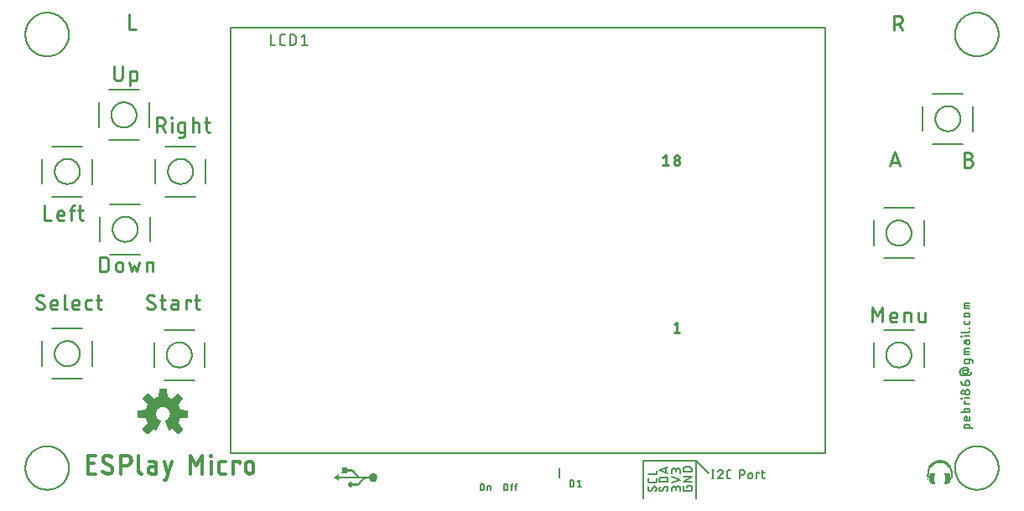
<source format=gbr>
G04 EAGLE Gerber RS-274X export*
G75*
%MOMM*%
%FSLAX34Y34*%
%LPD*%
%INSilkscreen Top*%
%IPPOS*%
%AMOC8*
5,1,8,0,0,1.08239X$1,22.5*%
G01*
%ADD10C,0.279400*%
%ADD11C,0.330200*%
%ADD12C,0.152400*%
%ADD13C,0.254000*%
%ADD14C,0.203200*%
%ADD15C,0.200000*%
%ADD16R,0.477519X0.005081*%
%ADD17R,0.477519X0.005075*%
%ADD18R,0.482600X0.005075*%
%ADD19R,0.914400X0.005081*%
%ADD20R,0.939800X0.005081*%
%ADD21R,0.955038X0.005075*%
%ADD22R,0.970275X0.005081*%
%ADD23R,0.985519X0.005075*%
%ADD24R,1.000756X0.005081*%
%ADD25R,1.016000X0.005081*%
%ADD26R,1.026156X0.005075*%
%ADD27R,1.036319X0.005081*%
%ADD28R,1.041400X0.005075*%
%ADD29R,1.051556X0.005081*%
%ADD30R,1.061719X0.005081*%
%ADD31R,1.071875X0.005075*%
%ADD32R,1.076956X0.005081*%
%ADD33R,1.087119X0.005075*%
%ADD34R,1.092200X0.005081*%
%ADD35R,1.102356X0.005081*%
%ADD36R,1.107438X0.005075*%
%ADD37R,1.112519X0.005081*%
%ADD38R,1.122675X0.005075*%
%ADD39R,1.127756X0.005081*%
%ADD40R,1.132838X0.005081*%
%ADD41R,1.137919X0.005075*%
%ADD42R,1.143000X0.005081*%
%ADD43R,1.153156X0.005075*%
%ADD44R,1.158238X0.005081*%
%ADD45R,1.163319X0.005081*%
%ADD46R,1.163319X0.005075*%
%ADD47R,1.168400X0.005081*%
%ADD48R,1.173475X0.005075*%
%ADD49R,0.274319X0.005081*%
%ADD50R,0.259081X0.005081*%
%ADD51R,0.248919X0.005075*%
%ADD52R,0.238756X0.005081*%
%ADD53R,0.233675X0.005075*%
%ADD54R,0.228600X0.005081*%
%ADD55R,0.223519X0.005081*%
%ADD56R,0.218438X0.005075*%
%ADD57R,0.218438X0.005081*%
%ADD58R,0.213356X0.005081*%
%ADD59R,0.213363X0.005081*%
%ADD60R,0.213356X0.005075*%
%ADD61R,0.208281X0.005075*%
%ADD62R,0.208275X0.005081*%
%ADD63R,0.208281X0.005081*%
%ADD64R,0.213363X0.005075*%
%ADD65R,0.020319X0.005081*%
%ADD66R,0.198119X0.005081*%
%ADD67R,0.045719X0.005081*%
%ADD68R,0.208275X0.005075*%
%ADD69R,0.055881X0.005081*%
%ADD70R,0.137156X0.005075*%
%ADD71R,0.182881X0.005081*%
%ADD72R,0.279400X0.005081*%
%ADD73R,0.304800X0.005075*%
%ADD74R,0.330200X0.005081*%
%ADD75R,0.350519X0.005081*%
%ADD76R,0.370838X0.005075*%
%ADD77R,0.391156X0.005081*%
%ADD78R,0.406400X0.005075*%
%ADD79R,0.421637X0.005081*%
%ADD80R,0.441956X0.005081*%
%ADD81R,0.452119X0.005075*%
%ADD82R,0.472438X0.005081*%
%ADD83R,0.492756X0.005081*%
%ADD84R,0.502919X0.005081*%
%ADD85R,0.523238X0.005075*%
%ADD86R,0.533400X0.005081*%
%ADD87R,0.543556X0.005075*%
%ADD88R,0.553719X0.005081*%
%ADD89R,0.563881X0.005081*%
%ADD90R,0.574037X0.005075*%
%ADD91R,0.584200X0.005081*%
%ADD92R,0.594356X0.005075*%
%ADD93R,0.010162X0.005075*%
%ADD94R,0.604519X0.005081*%
%ADD95R,0.015238X0.005081*%
%ADD96R,0.614681X0.005081*%
%ADD97R,0.025400X0.005081*%
%ADD98R,0.619762X0.005075*%
%ADD99R,0.035563X0.005075*%
%ADD100R,0.624838X0.005081*%
%ADD101R,0.635000X0.005075*%
%ADD102R,0.055881X0.005075*%
%ADD103R,0.645156X0.005081*%
%ADD104R,0.060963X0.005081*%
%ADD105R,0.071119X0.005081*%
%ADD106R,0.655319X0.005075*%
%ADD107R,0.081281X0.005075*%
%ADD108R,0.665481X0.005081*%
%ADD109R,0.091438X0.005081*%
%ADD110R,0.665481X0.005075*%
%ADD111R,0.096519X0.005075*%
%ADD112R,0.675638X0.005081*%
%ADD113R,0.106681X0.005081*%
%ADD114R,0.685800X0.005081*%
%ADD115R,0.116838X0.005081*%
%ADD116R,0.685800X0.005075*%
%ADD117R,0.121919X0.005075*%
%ADD118R,0.695956X0.005081*%
%ADD119R,0.132081X0.005081*%
%ADD120R,0.695956X0.005075*%
%ADD121R,0.142238X0.005075*%
%ADD122R,0.706119X0.005081*%
%ADD123R,0.147319X0.005081*%
%ADD124R,0.157481X0.005081*%
%ADD125R,0.716281X0.005075*%
%ADD126R,0.167637X0.005075*%
%ADD127R,0.716281X0.005081*%
%ADD128R,0.177800X0.005081*%
%ADD129R,0.726438X0.005075*%
%ADD130R,0.182881X0.005075*%
%ADD131R,0.726438X0.005081*%
%ADD132R,0.193038X0.005081*%
%ADD133R,0.736600X0.005081*%
%ADD134R,0.203200X0.005081*%
%ADD135R,0.736600X0.005075*%
%ADD136R,0.741681X0.005081*%
%ADD137R,0.746756X0.005075*%
%ADD138R,0.228600X0.005075*%
%ADD139R,0.746756X0.005081*%
%ADD140R,0.238763X0.005081*%
%ADD141R,0.756919X0.005081*%
%ADD142R,0.243838X0.005081*%
%ADD143R,0.756919X0.005075*%
%ADD144R,0.254000X0.005075*%
%ADD145R,0.264163X0.005081*%
%ADD146R,0.762000X0.005075*%
%ADD147R,0.274319X0.005075*%
%ADD148R,0.767081X0.005081*%
%ADD149R,0.284481X0.005081*%
%ADD150R,0.289563X0.005081*%
%ADD151R,0.772163X0.005075*%
%ADD152R,0.233681X0.005075*%
%ADD153R,0.299719X0.005075*%
%ADD154R,0.772163X0.005081*%
%ADD155R,0.309881X0.005081*%
%ADD156R,0.777238X0.005075*%
%ADD157R,0.314963X0.005075*%
%ADD158R,0.777238X0.005081*%
%ADD159R,0.264156X0.005081*%
%ADD160R,0.325119X0.005081*%
%ADD161R,0.782319X0.005081*%
%ADD162R,0.335281X0.005081*%
%ADD163R,4.185919X0.005075*%
%ADD164R,4.196081X0.005081*%
%ADD165R,4.206238X0.005075*%
%ADD166R,4.216400X0.005081*%
%ADD167R,4.221481X0.005081*%
%ADD168R,4.231638X0.005075*%
%ADD169R,4.241800X0.005081*%
%ADD170R,4.251956X0.005075*%
%ADD171R,4.262119X0.005081*%
%ADD172R,4.272275X0.005081*%
%ADD173R,4.282438X0.005075*%
%ADD174R,4.292600X0.005081*%
%ADD175R,4.297675X0.005075*%
%ADD176R,4.307837X0.005081*%
%ADD177R,4.318000X0.005081*%
%ADD178R,4.318000X0.005075*%
%ADD179R,4.287519X0.005081*%
%ADD180R,4.282438X0.005081*%
%ADD181R,4.272275X0.005075*%
%ADD182R,4.231638X0.005081*%
%ADD183R,4.221481X0.005075*%
%ADD184R,4.180837X0.005081*%
%ADD185R,0.782319X0.005075*%
%ADD186R,0.279400X0.005075*%
%ADD187R,0.335281X0.005075*%
%ADD188R,0.259075X0.005081*%
%ADD189R,0.304800X0.005081*%
%ADD190R,0.233675X0.005081*%
%ADD191R,0.299719X0.005081*%
%ADD192R,0.767081X0.005075*%
%ADD193R,0.289563X0.005075*%
%ADD194R,0.223519X0.005075*%
%ADD195R,0.269238X0.005075*%
%ADD196R,0.254000X0.005081*%
%ADD197R,0.751838X0.005075*%
%ADD198R,0.243838X0.005075*%
%ADD199R,0.203200X0.005075*%
%ADD200R,0.167637X0.005081*%
%ADD201R,0.706119X0.005075*%
%ADD202R,0.157481X0.005075*%
%ADD203R,0.137162X0.005075*%
%ADD204R,0.121919X0.005081*%
%ADD205R,0.111763X0.005075*%
%ADD206R,0.086363X0.005081*%
%ADD207R,0.655319X0.005081*%
%ADD208R,0.081281X0.005081*%
%ADD209R,0.645156X0.005075*%
%ADD210R,0.071119X0.005075*%
%ADD211R,0.635000X0.005081*%
%ADD212R,0.050800X0.005075*%
%ADD213R,0.035563X0.005081*%
%ADD214R,0.609600X0.005075*%
%ADD215R,0.025400X0.005075*%
%ADD216R,0.599438X0.005081*%
%ADD217R,0.005081X0.005075*%
%ADD218R,0.574037X0.005081*%
%ADD219R,0.563881X0.005075*%
%ADD220R,0.518162X0.005081*%
%ADD221R,0.502919X0.005075*%
%ADD222R,0.467356X0.005081*%
%ADD223R,0.452119X0.005081*%
%ADD224R,0.441956X0.005075*%
%ADD225R,0.401319X0.005075*%
%ADD226R,0.370838X0.005081*%
%ADD227R,0.350519X0.005075*%
%ADD228R,0.127000X0.005075*%
%ADD229R,0.040638X0.005075*%
%ADD230R,0.106675X0.005081*%
%ADD231R,0.187956X0.005081*%
%ADD232R,0.269238X0.005081*%
%ADD233R,0.289556X0.005075*%
%ADD234R,0.314956X0.005075*%
%ADD235R,0.340356X0.005081*%
%ADD236R,0.360675X0.005081*%
%ADD237R,0.360675X0.005075*%
%ADD238R,0.381000X0.005081*%
%ADD239R,0.391156X0.005075*%
%ADD240R,0.411475X0.005081*%
%ADD241R,0.421637X0.005075*%
%ADD242R,0.431800X0.005075*%
%ADD243R,0.431800X0.005081*%
%ADD244R,0.248919X0.005081*%
%ADD245R,0.436881X0.005081*%
%ADD246R,0.259075X0.005075*%
%ADD247R,1.153163X0.005081*%
%ADD248R,1.148075X0.005081*%
%ADD249R,1.143000X0.005075*%
%ADD250R,1.137919X0.005081*%
%ADD251R,1.127756X0.005075*%
%ADD252R,1.122681X0.005081*%
%ADD253R,1.117600X0.005075*%
%ADD254R,1.107438X0.005081*%
%ADD255R,1.097281X0.005075*%
%ADD256R,1.082037X0.005075*%
%ADD257R,1.066800X0.005081*%
%ADD258R,1.056638X0.005075*%
%ADD259R,1.046481X0.005081*%
%ADD260R,1.026156X0.005081*%
%ADD261R,1.000756X0.005075*%
%ADD262R,0.990600X0.005081*%
%ADD263R,0.975356X0.005075*%
%ADD264R,0.965200X0.005081*%
%ADD265R,0.944875X0.005081*%
%ADD266R,0.919481X0.005075*%
%ADD267R,0.894081X0.005081*%
%ADD268R,0.411475X0.005075*%
%ADD269R,0.401319X0.005081*%
%ADD270R,0.330200X0.005075*%
%ADD271R,0.320038X0.005081*%
%ADD272R,0.309875X0.005075*%
%ADD273R,0.238756X0.005075*%
%ADD274R,0.177800X0.005075*%
%ADD275R,0.111756X0.005075*%
%ADD276C,0.000000*%
%ADD277R,0.294637X0.005075*%
%ADD278R,0.314956X0.005081*%
%ADD279R,0.314963X0.005081*%
%ADD280R,0.345438X0.005075*%
%ADD281R,0.360681X0.005081*%
%ADD282R,0.375919X0.005075*%
%ADD283R,0.386081X0.005081*%
%ADD284R,0.396238X0.005081*%
%ADD285R,0.416556X0.005081*%
%ADD286R,0.416563X0.005081*%
%ADD287R,0.426719X0.005075*%
%ADD288R,0.441963X0.005081*%
%ADD289R,0.457200X0.005081*%
%ADD290R,0.462281X0.005075*%
%ADD291R,0.487681X0.005081*%
%ADD292R,0.492756X0.005075*%
%ADD293R,0.492763X0.005075*%
%ADD294R,0.497838X0.005081*%
%ADD295R,0.508000X0.005075*%
%ADD296R,0.513081X0.005081*%
%ADD297R,0.518156X0.005075*%
%ADD298R,0.518162X0.005075*%
%ADD299R,0.523238X0.005081*%
%ADD300R,0.528319X0.005075*%
%ADD301R,0.533400X0.005075*%
%ADD302R,0.538481X0.005081*%
%ADD303R,0.543563X0.005081*%
%ADD304R,0.543563X0.005075*%
%ADD305R,0.543556X0.005081*%
%ADD306R,0.548638X0.005081*%
%ADD307R,0.548638X0.005075*%
%ADD308R,0.553719X0.005075*%
%ADD309R,0.558800X0.005081*%
%ADD310R,0.558800X0.005075*%
%ADD311R,0.568963X0.005081*%
%ADD312R,0.568963X0.005075*%
%ADD313R,0.010156X0.005081*%
%ADD314R,0.010156X0.005075*%
%ADD315R,0.005075X0.005081*%
%ADD316R,0.015238X0.005075*%
%ADD317R,0.020319X0.005075*%
%ADD318R,0.030481X0.005081*%
%ADD319R,0.035556X0.005081*%
%ADD320R,0.035556X0.005075*%
%ADD321R,0.030475X0.005081*%
%ADD322R,0.040638X0.005081*%
%ADD323R,0.045719X0.005075*%
%ADD324R,0.050800X0.005081*%
%ADD325R,0.060956X0.005075*%
%ADD326R,0.060956X0.005081*%
%ADD327R,0.055875X0.005081*%
%ADD328R,0.066037X0.005081*%
%ADD329R,0.055875X0.005075*%
%ADD330R,0.066037X0.005075*%
%ADD331R,0.076200X0.005081*%
%ADD332R,0.076200X0.005075*%
%ADD333R,0.086356X0.005075*%
%ADD334R,0.086356X0.005081*%
%ADD335R,0.081275X0.005075*%
%ADD336R,0.091438X0.005075*%
%ADD337R,0.081275X0.005081*%
%ADD338R,0.096519X0.005081*%
%ADD339R,0.101600X0.005081*%
%ADD340R,0.101600X0.005075*%
%ADD341R,0.106681X0.005075*%
%ADD342R,0.111756X0.005081*%
%ADD343R,0.106675X0.005075*%
%ADD344R,0.116838X0.005075*%
%ADD345R,0.127000X0.005081*%
%ADD346R,0.132081X0.005075*%
%ADD347R,0.137156X0.005081*%
%ADD348R,0.132075X0.005081*%
%ADD349R,0.142238X0.005081*%
%ADD350R,0.132075X0.005075*%
%ADD351R,0.152400X0.005081*%
%ADD352R,0.152400X0.005075*%
%ADD353R,0.147319X0.005075*%
%ADD354R,0.157475X0.005081*%
%ADD355R,0.162556X0.005075*%
%ADD356R,0.538481X0.005075*%
%ADD357R,0.162562X0.005081*%
%ADD358R,0.172719X0.005081*%
%ADD359R,0.162562X0.005075*%
%ADD360R,0.172719X0.005075*%
%ADD361R,0.528319X0.005081*%
%ADD362R,0.187963X0.005081*%
%ADD363R,0.518156X0.005081*%
%ADD364R,0.182875X0.005075*%
%ADD365R,0.513081X0.005075*%
%ADD366R,0.193038X0.005075*%
%ADD367R,0.182875X0.005081*%
%ADD368R,0.508000X0.005081*%
%ADD369R,0.187956X0.005075*%
%ADD370R,0.198119X0.005075*%
%ADD371R,0.492763X0.005081*%
%ADD372R,0.487681X0.005075*%
%ADD373R,0.482600X0.005081*%
%ADD374R,0.462281X0.005081*%
%ADD375R,0.457200X0.005075*%
%ADD376R,0.447038X0.005081*%
%ADD377R,0.441963X0.005075*%
%ADD378R,0.426719X0.005081*%
%ADD379R,0.416556X0.005075*%
%ADD380R,0.416563X0.005075*%
%ADD381R,0.406400X0.005081*%
%ADD382R,0.396238X0.005075*%
%ADD383R,0.375919X0.005081*%
%ADD384R,0.360681X0.005075*%
%ADD385R,0.345438X0.005081*%
%ADD386R,0.289556X0.005081*%
%ADD387R,0.264156X0.005075*%
%ADD388R,0.264163X0.005075*%
%ADD389R,0.233681X0.005081*%
%ADD390R,0.259081X0.005075*%
%ADD391R,0.284481X0.005075*%
%ADD392R,0.284475X0.005075*%
%ADD393R,0.294637X0.005081*%
%ADD394R,0.309875X0.005081*%
%ADD395R,0.309881X0.005075*%
%ADD396R,0.320038X0.005075*%
%ADD397R,0.335275X0.005081*%
%ADD398R,0.340356X0.005075*%
%ADD399R,0.355600X0.005081*%
%ADD400R,0.355600X0.005075*%
%ADD401R,0.365756X0.005081*%
%ADD402R,0.381000X0.005075*%
%ADD403R,0.386075X0.005081*%
%ADD404R,0.411481X0.005081*%
%ADD405R,0.436875X0.005081*%
%ADD406R,0.436875X0.005075*%
%ADD407R,0.462275X0.005081*%
%ADD408R,0.467356X0.005075*%
%ADD409R,0.497838X0.005075*%
%ADD410R,0.568956X0.005081*%
%ADD411R,0.599438X0.005075*%
%ADD412R,0.665475X0.005081*%
%ADD413R,0.670563X0.005081*%
%ADD414R,1.391919X0.005081*%
%ADD415R,1.381756X0.005075*%
%ADD416R,1.361438X0.005081*%
%ADD417R,1.346200X0.005075*%
%ADD418R,1.330956X0.005081*%
%ADD419R,1.310638X0.005081*%
%ADD420R,1.290319X0.005075*%
%ADD421R,1.280156X0.005081*%
%ADD422R,1.259838X0.005075*%
%ADD423R,1.239519X0.005081*%
%ADD424R,1.219200X0.005081*%
%ADD425R,1.198881X0.005075*%
%ADD426R,1.183638X0.005081*%
%ADD427R,0.934719X0.005075*%
%ADD428R,0.883919X0.005081*%
%ADD429R,0.853438X0.005075*%
%ADD430R,0.822956X0.005081*%
%ADD431R,0.792481X0.005075*%
%ADD432R,0.762000X0.005081*%
%ADD433R,0.731519X0.005081*%
%ADD434R,0.690881X0.005075*%
%ADD435R,0.660400X0.005081*%
%ADD436R,0.619756X0.005075*%
%ADD437R,0.579119X0.005081*%
%ADD438R,0.365756X0.005075*%
%ADD439C,0.127000*%

G36*
X162797Y64656D02*
X162797Y64656D01*
X162905Y64666D01*
X162918Y64672D01*
X162932Y64674D01*
X163029Y64722D01*
X163128Y64767D01*
X163141Y64778D01*
X163150Y64782D01*
X163165Y64797D01*
X163242Y64860D01*
X167550Y69168D01*
X167613Y69256D01*
X167679Y69342D01*
X167684Y69355D01*
X167692Y69367D01*
X167723Y69470D01*
X167759Y69573D01*
X167759Y69587D01*
X167763Y69600D01*
X167759Y69708D01*
X167760Y69817D01*
X167755Y69830D01*
X167755Y69844D01*
X167717Y69945D01*
X167682Y70048D01*
X167673Y70063D01*
X167669Y70072D01*
X167655Y70089D01*
X167601Y70172D01*
X162787Y76075D01*
X163865Y78170D01*
X163872Y78189D01*
X163913Y78284D01*
X164631Y80528D01*
X172210Y81298D01*
X172314Y81326D01*
X172420Y81351D01*
X172432Y81358D01*
X172445Y81361D01*
X172535Y81422D01*
X172628Y81479D01*
X172636Y81490D01*
X172648Y81498D01*
X172714Y81584D01*
X172783Y81668D01*
X172787Y81681D01*
X172796Y81692D01*
X172830Y81795D01*
X172869Y81896D01*
X172870Y81914D01*
X172874Y81923D01*
X172873Y81944D01*
X172883Y82043D01*
X172883Y88137D01*
X172866Y88245D01*
X172852Y88352D01*
X172846Y88364D01*
X172844Y88378D01*
X172792Y88474D01*
X172745Y88571D01*
X172735Y88581D01*
X172729Y88593D01*
X172649Y88667D01*
X172573Y88744D01*
X172561Y88750D01*
X172551Y88760D01*
X172452Y88805D01*
X172354Y88853D01*
X172337Y88857D01*
X172328Y88861D01*
X172307Y88863D01*
X172210Y88882D01*
X164631Y89652D01*
X163913Y91896D01*
X163904Y91914D01*
X163865Y92010D01*
X162787Y94105D01*
X167601Y100009D01*
X167655Y100103D01*
X167712Y100195D01*
X167715Y100208D01*
X167722Y100220D01*
X167743Y100327D01*
X167768Y100432D01*
X167766Y100446D01*
X167769Y100460D01*
X167754Y100567D01*
X167744Y100675D01*
X167738Y100688D01*
X167736Y100702D01*
X167688Y100799D01*
X167643Y100898D01*
X167632Y100911D01*
X167628Y100920D01*
X167613Y100935D01*
X167550Y101012D01*
X163242Y105320D01*
X163154Y105383D01*
X163068Y105449D01*
X163055Y105454D01*
X163043Y105462D01*
X162940Y105493D01*
X162837Y105529D01*
X162823Y105529D01*
X162810Y105533D01*
X162702Y105529D01*
X162593Y105530D01*
X162580Y105525D01*
X162566Y105525D01*
X162465Y105487D01*
X162362Y105452D01*
X162347Y105443D01*
X162338Y105439D01*
X162321Y105425D01*
X162239Y105371D01*
X156335Y100557D01*
X154240Y101635D01*
X154221Y101642D01*
X154126Y101683D01*
X151882Y102401D01*
X151112Y109980D01*
X151084Y110084D01*
X151059Y110190D01*
X151052Y110202D01*
X151049Y110215D01*
X150988Y110305D01*
X150931Y110398D01*
X150920Y110406D01*
X150912Y110418D01*
X150826Y110484D01*
X150742Y110553D01*
X150729Y110557D01*
X150718Y110566D01*
X150615Y110600D01*
X150514Y110639D01*
X150496Y110640D01*
X150487Y110644D01*
X150466Y110643D01*
X150367Y110653D01*
X144273Y110653D01*
X144165Y110636D01*
X144058Y110622D01*
X144046Y110616D01*
X144032Y110614D01*
X143936Y110562D01*
X143839Y110515D01*
X143829Y110505D01*
X143817Y110499D01*
X143743Y110419D01*
X143666Y110343D01*
X143660Y110331D01*
X143650Y110321D01*
X143605Y110222D01*
X143557Y110124D01*
X143553Y110107D01*
X143549Y110098D01*
X143547Y110077D01*
X143528Y109980D01*
X142758Y102401D01*
X140514Y101683D01*
X140496Y101674D01*
X140400Y101635D01*
X138305Y100557D01*
X132402Y105371D01*
X132307Y105425D01*
X132215Y105482D01*
X132202Y105485D01*
X132190Y105492D01*
X132083Y105513D01*
X131978Y105538D01*
X131964Y105536D01*
X131950Y105539D01*
X131843Y105524D01*
X131735Y105514D01*
X131722Y105508D01*
X131709Y105506D01*
X131611Y105458D01*
X131512Y105413D01*
X131499Y105402D01*
X131490Y105398D01*
X131475Y105383D01*
X131398Y105320D01*
X127090Y101012D01*
X127027Y100924D01*
X126961Y100838D01*
X126956Y100825D01*
X126948Y100813D01*
X126917Y100710D01*
X126881Y100607D01*
X126881Y100593D01*
X126877Y100580D01*
X126881Y100472D01*
X126880Y100363D01*
X126885Y100350D01*
X126885Y100336D01*
X126923Y100235D01*
X126958Y100132D01*
X126967Y100117D01*
X126971Y100108D01*
X126985Y100091D01*
X127039Y100009D01*
X131853Y94105D01*
X130775Y92010D01*
X130768Y91991D01*
X130727Y91896D01*
X130009Y89652D01*
X122430Y88882D01*
X122326Y88854D01*
X122220Y88829D01*
X122208Y88822D01*
X122195Y88819D01*
X122105Y88758D01*
X122012Y88701D01*
X122004Y88690D01*
X121992Y88682D01*
X121926Y88596D01*
X121858Y88512D01*
X121853Y88499D01*
X121844Y88488D01*
X121810Y88385D01*
X121771Y88284D01*
X121770Y88266D01*
X121766Y88257D01*
X121767Y88236D01*
X121757Y88137D01*
X121757Y82043D01*
X121775Y81935D01*
X121788Y81828D01*
X121794Y81816D01*
X121796Y81802D01*
X121848Y81706D01*
X121895Y81609D01*
X121905Y81599D01*
X121911Y81587D01*
X121991Y81513D01*
X122067Y81436D01*
X122079Y81430D01*
X122090Y81420D01*
X122188Y81375D01*
X122286Y81327D01*
X122303Y81323D01*
X122312Y81319D01*
X122333Y81317D01*
X122430Y81298D01*
X130009Y80528D01*
X130727Y78284D01*
X130736Y78266D01*
X130775Y78170D01*
X131853Y76075D01*
X127039Y70172D01*
X126985Y70077D01*
X126928Y69985D01*
X126925Y69972D01*
X126918Y69960D01*
X126897Y69853D01*
X126872Y69748D01*
X126874Y69734D01*
X126871Y69720D01*
X126886Y69613D01*
X126896Y69505D01*
X126902Y69492D01*
X126904Y69479D01*
X126952Y69381D01*
X126997Y69282D01*
X127008Y69269D01*
X127012Y69260D01*
X127027Y69245D01*
X127090Y69168D01*
X131398Y64860D01*
X131486Y64797D01*
X131572Y64731D01*
X131585Y64726D01*
X131597Y64718D01*
X131700Y64687D01*
X131803Y64651D01*
X131817Y64651D01*
X131830Y64647D01*
X131938Y64651D01*
X132047Y64650D01*
X132060Y64655D01*
X132074Y64655D01*
X132175Y64693D01*
X132278Y64728D01*
X132293Y64737D01*
X132302Y64741D01*
X132319Y64755D01*
X132402Y64809D01*
X138305Y69623D01*
X140399Y68544D01*
X140452Y68527D01*
X140501Y68501D01*
X140567Y68490D01*
X140631Y68469D01*
X140687Y68470D01*
X140741Y68461D01*
X140808Y68472D01*
X140875Y68473D01*
X140927Y68491D01*
X140982Y68500D01*
X141041Y68532D01*
X141105Y68554D01*
X141149Y68589D01*
X141198Y68615D01*
X141243Y68664D01*
X141296Y68706D01*
X141327Y68753D01*
X141365Y68793D01*
X141421Y68898D01*
X141429Y68911D01*
X141430Y68916D01*
X141434Y68923D01*
X145022Y77585D01*
X145047Y77692D01*
X145076Y77798D01*
X145075Y77811D01*
X145078Y77823D01*
X145067Y77932D01*
X145060Y78042D01*
X145055Y78053D01*
X145054Y78066D01*
X145008Y78166D01*
X144967Y78267D01*
X144958Y78277D01*
X144953Y78288D01*
X144878Y78368D01*
X144806Y78451D01*
X144793Y78460D01*
X144786Y78466D01*
X144768Y78476D01*
X144683Y78533D01*
X143397Y79220D01*
X142328Y80098D01*
X141450Y81168D01*
X140797Y82388D01*
X140396Y83713D01*
X140260Y85088D01*
X140409Y86532D01*
X140849Y87913D01*
X141562Y89175D01*
X142518Y90265D01*
X143676Y91137D01*
X144988Y91753D01*
X146398Y92089D01*
X147847Y92130D01*
X149274Y91874D01*
X150618Y91332D01*
X151824Y90526D01*
X152839Y89492D01*
X153622Y88272D01*
X154139Y86917D01*
X154368Y85486D01*
X154301Y84038D01*
X153939Y82635D01*
X153298Y81334D01*
X152404Y80192D01*
X151297Y79257D01*
X149954Y78531D01*
X149869Y78465D01*
X149781Y78402D01*
X149772Y78390D01*
X149761Y78382D01*
X149701Y78292D01*
X149638Y78204D01*
X149634Y78190D01*
X149626Y78178D01*
X149599Y78074D01*
X149567Y77971D01*
X149568Y77956D01*
X149564Y77942D01*
X149572Y77834D01*
X149575Y77727D01*
X149580Y77709D01*
X149581Y77699D01*
X149590Y77678D01*
X149618Y77585D01*
X150133Y76343D01*
X150133Y76342D01*
X150443Y75594D01*
X150443Y75593D01*
X150753Y74844D01*
X151064Y74095D01*
X151684Y72596D01*
X151995Y71847D01*
X152305Y71098D01*
X152615Y70349D01*
X152615Y70348D01*
X152926Y69599D01*
X153206Y68923D01*
X153235Y68876D01*
X153256Y68824D01*
X153299Y68773D01*
X153335Y68716D01*
X153378Y68681D01*
X153414Y68638D01*
X153471Y68604D01*
X153523Y68561D01*
X153575Y68542D01*
X153623Y68513D01*
X153689Y68499D01*
X153752Y68475D01*
X153807Y68473D01*
X153862Y68462D01*
X153928Y68469D01*
X153995Y68467D01*
X154049Y68483D01*
X154104Y68490D01*
X154215Y68534D01*
X154229Y68538D01*
X154233Y68541D01*
X154241Y68544D01*
X156335Y69623D01*
X162239Y64809D01*
X162333Y64755D01*
X162425Y64698D01*
X162438Y64695D01*
X162450Y64688D01*
X162557Y64667D01*
X162662Y64642D01*
X162676Y64644D01*
X162690Y64641D01*
X162797Y64656D01*
G37*
D10*
X97917Y436753D02*
X97917Y425930D01*
X97919Y425802D01*
X97925Y425674D01*
X97935Y425546D01*
X97949Y425418D01*
X97966Y425291D01*
X97988Y425165D01*
X98013Y425039D01*
X98043Y424915D01*
X98076Y424791D01*
X98113Y424668D01*
X98154Y424546D01*
X98198Y424426D01*
X98246Y424307D01*
X98298Y424190D01*
X98353Y424074D01*
X98412Y423961D01*
X98475Y423849D01*
X98541Y423738D01*
X98610Y423631D01*
X98682Y423525D01*
X98758Y423421D01*
X98837Y423320D01*
X98919Y423221D01*
X99004Y423125D01*
X99091Y423032D01*
X99182Y422941D01*
X99275Y422854D01*
X99371Y422769D01*
X99470Y422687D01*
X99571Y422608D01*
X99675Y422532D01*
X99781Y422460D01*
X99888Y422391D01*
X99998Y422325D01*
X100111Y422262D01*
X100224Y422203D01*
X100340Y422148D01*
X100457Y422096D01*
X100576Y422048D01*
X100696Y422004D01*
X100818Y421963D01*
X100941Y421926D01*
X101065Y421893D01*
X101189Y421863D01*
X101315Y421838D01*
X101441Y421816D01*
X101568Y421799D01*
X101696Y421785D01*
X101824Y421775D01*
X101952Y421769D01*
X102080Y421767D01*
X102208Y421769D01*
X102336Y421775D01*
X102464Y421785D01*
X102592Y421799D01*
X102719Y421816D01*
X102845Y421838D01*
X102971Y421863D01*
X103095Y421893D01*
X103219Y421926D01*
X103342Y421963D01*
X103464Y422004D01*
X103584Y422048D01*
X103703Y422096D01*
X103820Y422148D01*
X103936Y422203D01*
X104049Y422262D01*
X104161Y422325D01*
X104272Y422391D01*
X104379Y422460D01*
X104485Y422532D01*
X104589Y422608D01*
X104690Y422687D01*
X104789Y422769D01*
X104885Y422854D01*
X104978Y422941D01*
X105069Y423032D01*
X105156Y423125D01*
X105241Y423221D01*
X105323Y423320D01*
X105402Y423421D01*
X105478Y423525D01*
X105550Y423631D01*
X105619Y423738D01*
X105685Y423849D01*
X105748Y423961D01*
X105807Y424074D01*
X105862Y424190D01*
X105914Y424307D01*
X105962Y424426D01*
X106006Y424546D01*
X106047Y424668D01*
X106084Y424791D01*
X106117Y424915D01*
X106147Y425039D01*
X106172Y425165D01*
X106194Y425291D01*
X106211Y425418D01*
X106225Y425546D01*
X106235Y425674D01*
X106241Y425802D01*
X106243Y425930D01*
X106243Y436753D01*
X114491Y431758D02*
X114491Y416772D01*
X114491Y431758D02*
X118654Y431758D01*
X118752Y431756D01*
X118850Y431750D01*
X118948Y431741D01*
X119045Y431727D01*
X119141Y431710D01*
X119237Y431689D01*
X119332Y431664D01*
X119426Y431636D01*
X119519Y431604D01*
X119610Y431568D01*
X119700Y431529D01*
X119788Y431486D01*
X119875Y431440D01*
X119959Y431390D01*
X120042Y431337D01*
X120122Y431281D01*
X120200Y431222D01*
X120276Y431160D01*
X120350Y431094D01*
X120420Y431026D01*
X120488Y430956D01*
X120553Y430882D01*
X120616Y430807D01*
X120675Y430728D01*
X120731Y430648D01*
X120784Y430565D01*
X120833Y430481D01*
X120880Y430394D01*
X120923Y430306D01*
X120962Y430216D01*
X120998Y430125D01*
X121030Y430032D01*
X121058Y429938D01*
X121083Y429843D01*
X121104Y429747D01*
X121121Y429651D01*
X121135Y429554D01*
X121144Y429456D01*
X121150Y429358D01*
X121152Y429260D01*
X121152Y424265D01*
X121150Y424167D01*
X121144Y424069D01*
X121135Y423971D01*
X121121Y423874D01*
X121104Y423778D01*
X121083Y423682D01*
X121058Y423587D01*
X121030Y423493D01*
X120998Y423400D01*
X120962Y423309D01*
X120923Y423219D01*
X120880Y423131D01*
X120833Y423044D01*
X120784Y422960D01*
X120731Y422877D01*
X120675Y422797D01*
X120616Y422718D01*
X120553Y422643D01*
X120488Y422569D01*
X120420Y422499D01*
X120350Y422431D01*
X120276Y422365D01*
X120200Y422303D01*
X120122Y422244D01*
X120042Y422188D01*
X119959Y422135D01*
X119875Y422085D01*
X119788Y422039D01*
X119700Y421996D01*
X119610Y421957D01*
X119519Y421921D01*
X119426Y421889D01*
X119332Y421861D01*
X119237Y421836D01*
X119141Y421815D01*
X119045Y421798D01*
X118948Y421784D01*
X118850Y421775D01*
X118752Y421769D01*
X118654Y421767D01*
X114491Y421767D01*
X28067Y295783D02*
X28067Y280797D01*
X34727Y280797D01*
X43336Y280797D02*
X47499Y280797D01*
X43336Y280797D02*
X43238Y280799D01*
X43140Y280805D01*
X43042Y280814D01*
X42945Y280828D01*
X42849Y280845D01*
X42753Y280866D01*
X42658Y280891D01*
X42564Y280919D01*
X42471Y280951D01*
X42380Y280987D01*
X42290Y281026D01*
X42202Y281069D01*
X42115Y281116D01*
X42031Y281165D01*
X41948Y281218D01*
X41868Y281274D01*
X41790Y281333D01*
X41714Y281396D01*
X41640Y281461D01*
X41570Y281529D01*
X41502Y281599D01*
X41437Y281673D01*
X41374Y281749D01*
X41315Y281827D01*
X41259Y281907D01*
X41206Y281990D01*
X41157Y282074D01*
X41110Y282161D01*
X41067Y282249D01*
X41028Y282339D01*
X40992Y282430D01*
X40960Y282523D01*
X40932Y282617D01*
X40907Y282712D01*
X40886Y282808D01*
X40869Y282904D01*
X40855Y283001D01*
X40846Y283099D01*
X40840Y283197D01*
X40838Y283295D01*
X40839Y283295D02*
X40839Y287457D01*
X40841Y287571D01*
X40847Y287684D01*
X40856Y287798D01*
X40870Y287910D01*
X40887Y288023D01*
X40909Y288135D01*
X40934Y288245D01*
X40962Y288355D01*
X40995Y288464D01*
X41031Y288572D01*
X41071Y288679D01*
X41115Y288784D01*
X41162Y288887D01*
X41212Y288989D01*
X41266Y289089D01*
X41324Y289187D01*
X41385Y289283D01*
X41448Y289377D01*
X41516Y289469D01*
X41586Y289559D01*
X41659Y289645D01*
X41735Y289730D01*
X41814Y289812D01*
X41896Y289891D01*
X41981Y289967D01*
X42067Y290040D01*
X42157Y290110D01*
X42249Y290178D01*
X42343Y290241D01*
X42439Y290302D01*
X42537Y290360D01*
X42637Y290414D01*
X42739Y290464D01*
X42842Y290511D01*
X42947Y290555D01*
X43054Y290595D01*
X43162Y290631D01*
X43271Y290664D01*
X43381Y290692D01*
X43491Y290717D01*
X43603Y290739D01*
X43716Y290756D01*
X43828Y290770D01*
X43942Y290779D01*
X44055Y290785D01*
X44169Y290787D01*
X44283Y290785D01*
X44396Y290779D01*
X44510Y290770D01*
X44622Y290756D01*
X44735Y290739D01*
X44847Y290717D01*
X44957Y290692D01*
X45067Y290664D01*
X45176Y290631D01*
X45284Y290595D01*
X45391Y290555D01*
X45496Y290511D01*
X45599Y290464D01*
X45701Y290414D01*
X45801Y290360D01*
X45899Y290302D01*
X45995Y290241D01*
X46089Y290178D01*
X46181Y290110D01*
X46271Y290040D01*
X46357Y289967D01*
X46442Y289891D01*
X46524Y289812D01*
X46603Y289730D01*
X46679Y289645D01*
X46752Y289559D01*
X46822Y289469D01*
X46890Y289377D01*
X46953Y289283D01*
X47014Y289187D01*
X47072Y289089D01*
X47126Y288989D01*
X47176Y288887D01*
X47223Y288784D01*
X47267Y288679D01*
X47307Y288572D01*
X47343Y288464D01*
X47376Y288355D01*
X47404Y288245D01*
X47429Y288135D01*
X47451Y288023D01*
X47468Y287910D01*
X47482Y287798D01*
X47491Y287684D01*
X47497Y287571D01*
X47499Y287457D01*
X47499Y285792D01*
X40839Y285792D01*
X55195Y280797D02*
X55195Y293285D01*
X55197Y293383D01*
X55203Y293481D01*
X55212Y293579D01*
X55226Y293676D01*
X55243Y293772D01*
X55264Y293868D01*
X55289Y293963D01*
X55317Y294057D01*
X55349Y294150D01*
X55385Y294241D01*
X55424Y294331D01*
X55467Y294419D01*
X55514Y294506D01*
X55563Y294590D01*
X55616Y294673D01*
X55672Y294753D01*
X55731Y294831D01*
X55793Y294907D01*
X55859Y294981D01*
X55927Y295051D01*
X55997Y295119D01*
X56071Y295184D01*
X56146Y295247D01*
X56225Y295306D01*
X56305Y295362D01*
X56388Y295415D01*
X56472Y295464D01*
X56559Y295511D01*
X56647Y295554D01*
X56737Y295593D01*
X56828Y295629D01*
X56921Y295661D01*
X57015Y295689D01*
X57110Y295714D01*
X57206Y295735D01*
X57302Y295752D01*
X57399Y295766D01*
X57497Y295775D01*
X57595Y295781D01*
X57693Y295783D01*
X58525Y295783D01*
X58525Y290788D02*
X53530Y290788D01*
X61816Y290788D02*
X66812Y290788D01*
X63482Y295783D02*
X63482Y283295D01*
X63481Y283295D02*
X63483Y283197D01*
X63489Y283099D01*
X63498Y283001D01*
X63512Y282904D01*
X63529Y282808D01*
X63550Y282712D01*
X63575Y282617D01*
X63603Y282523D01*
X63635Y282430D01*
X63671Y282339D01*
X63710Y282249D01*
X63753Y282161D01*
X63800Y282074D01*
X63849Y281990D01*
X63902Y281907D01*
X63958Y281827D01*
X64017Y281749D01*
X64080Y281673D01*
X64145Y281599D01*
X64213Y281529D01*
X64283Y281461D01*
X64357Y281396D01*
X64433Y281333D01*
X64511Y281274D01*
X64591Y281218D01*
X64674Y281165D01*
X64758Y281116D01*
X64845Y281069D01*
X64933Y281026D01*
X65023Y280987D01*
X65114Y280951D01*
X65207Y280919D01*
X65301Y280891D01*
X65396Y280866D01*
X65492Y280845D01*
X65588Y280828D01*
X65685Y280814D01*
X65783Y280805D01*
X65881Y280799D01*
X65979Y280797D01*
X66812Y280797D01*
X141097Y369697D02*
X141097Y384683D01*
X145260Y384683D01*
X145388Y384681D01*
X145516Y384675D01*
X145644Y384665D01*
X145772Y384651D01*
X145899Y384634D01*
X146025Y384612D01*
X146151Y384587D01*
X146275Y384557D01*
X146399Y384524D01*
X146522Y384487D01*
X146644Y384446D01*
X146764Y384402D01*
X146883Y384354D01*
X147000Y384302D01*
X147116Y384247D01*
X147229Y384188D01*
X147342Y384125D01*
X147452Y384059D01*
X147559Y383990D01*
X147665Y383918D01*
X147769Y383842D01*
X147870Y383763D01*
X147969Y383681D01*
X148065Y383596D01*
X148158Y383509D01*
X148249Y383418D01*
X148336Y383325D01*
X148421Y383229D01*
X148503Y383130D01*
X148582Y383029D01*
X148658Y382925D01*
X148730Y382819D01*
X148799Y382712D01*
X148865Y382602D01*
X148928Y382489D01*
X148987Y382376D01*
X149042Y382260D01*
X149094Y382143D01*
X149142Y382024D01*
X149186Y381904D01*
X149227Y381782D01*
X149264Y381659D01*
X149297Y381535D01*
X149327Y381411D01*
X149352Y381285D01*
X149374Y381159D01*
X149391Y381032D01*
X149405Y380904D01*
X149415Y380776D01*
X149421Y380648D01*
X149423Y380520D01*
X149421Y380392D01*
X149415Y380264D01*
X149405Y380136D01*
X149391Y380008D01*
X149374Y379881D01*
X149352Y379755D01*
X149327Y379629D01*
X149297Y379505D01*
X149264Y379381D01*
X149227Y379258D01*
X149186Y379136D01*
X149142Y379016D01*
X149094Y378897D01*
X149042Y378780D01*
X148987Y378664D01*
X148928Y378551D01*
X148865Y378439D01*
X148799Y378328D01*
X148730Y378221D01*
X148658Y378115D01*
X148582Y378011D01*
X148503Y377910D01*
X148421Y377811D01*
X148336Y377715D01*
X148249Y377622D01*
X148158Y377531D01*
X148065Y377444D01*
X147969Y377359D01*
X147870Y377277D01*
X147769Y377198D01*
X147665Y377122D01*
X147559Y377050D01*
X147452Y376981D01*
X147342Y376915D01*
X147229Y376852D01*
X147116Y376793D01*
X147000Y376738D01*
X146883Y376686D01*
X146764Y376638D01*
X146644Y376594D01*
X146522Y376553D01*
X146399Y376516D01*
X146275Y376483D01*
X146151Y376453D01*
X146025Y376428D01*
X145899Y376406D01*
X145772Y376389D01*
X145644Y376375D01*
X145516Y376365D01*
X145388Y376359D01*
X145260Y376357D01*
X141097Y376357D01*
X146092Y376357D02*
X149423Y369697D01*
X156064Y369697D02*
X156064Y379688D01*
X155647Y383850D02*
X155647Y384683D01*
X156480Y384683D01*
X156480Y383850D01*
X155647Y383850D01*
X165020Y369697D02*
X169183Y369697D01*
X165020Y369697D02*
X164922Y369699D01*
X164824Y369705D01*
X164726Y369714D01*
X164629Y369728D01*
X164533Y369745D01*
X164437Y369766D01*
X164342Y369791D01*
X164248Y369819D01*
X164155Y369851D01*
X164064Y369887D01*
X163974Y369926D01*
X163886Y369969D01*
X163799Y370016D01*
X163715Y370065D01*
X163632Y370118D01*
X163552Y370174D01*
X163474Y370233D01*
X163398Y370296D01*
X163324Y370361D01*
X163254Y370429D01*
X163186Y370499D01*
X163121Y370573D01*
X163058Y370649D01*
X162999Y370727D01*
X162943Y370807D01*
X162890Y370890D01*
X162841Y370974D01*
X162794Y371061D01*
X162751Y371149D01*
X162712Y371239D01*
X162676Y371330D01*
X162644Y371423D01*
X162616Y371517D01*
X162591Y371612D01*
X162570Y371708D01*
X162553Y371804D01*
X162539Y371901D01*
X162530Y371999D01*
X162524Y372097D01*
X162522Y372195D01*
X162523Y372195D02*
X162523Y377190D01*
X162522Y377190D02*
X162524Y377288D01*
X162530Y377386D01*
X162539Y377484D01*
X162553Y377581D01*
X162570Y377677D01*
X162591Y377773D01*
X162616Y377868D01*
X162644Y377962D01*
X162676Y378055D01*
X162712Y378146D01*
X162751Y378236D01*
X162794Y378324D01*
X162841Y378411D01*
X162890Y378495D01*
X162943Y378578D01*
X162999Y378658D01*
X163058Y378737D01*
X163121Y378812D01*
X163186Y378886D01*
X163254Y378956D01*
X163324Y379024D01*
X163398Y379090D01*
X163474Y379152D01*
X163552Y379211D01*
X163632Y379267D01*
X163715Y379320D01*
X163799Y379370D01*
X163886Y379416D01*
X163974Y379459D01*
X164064Y379498D01*
X164155Y379534D01*
X164248Y379566D01*
X164342Y379594D01*
X164437Y379619D01*
X164533Y379640D01*
X164629Y379657D01*
X164726Y379671D01*
X164824Y379680D01*
X164922Y379686D01*
X165020Y379688D01*
X169183Y379688D01*
X169183Y367199D01*
X169181Y367101D01*
X169175Y367003D01*
X169166Y366905D01*
X169152Y366808D01*
X169135Y366712D01*
X169114Y366616D01*
X169089Y366521D01*
X169061Y366427D01*
X169029Y366334D01*
X168993Y366243D01*
X168954Y366153D01*
X168911Y366065D01*
X168864Y365978D01*
X168815Y365894D01*
X168762Y365811D01*
X168706Y365731D01*
X168647Y365652D01*
X168584Y365577D01*
X168519Y365503D01*
X168451Y365433D01*
X168381Y365365D01*
X168307Y365299D01*
X168231Y365237D01*
X168153Y365178D01*
X168073Y365122D01*
X167990Y365069D01*
X167906Y365019D01*
X167819Y364973D01*
X167731Y364930D01*
X167641Y364891D01*
X167550Y364855D01*
X167457Y364823D01*
X167363Y364795D01*
X167268Y364770D01*
X167172Y364749D01*
X167076Y364732D01*
X166979Y364718D01*
X166881Y364709D01*
X166783Y364703D01*
X166685Y364701D01*
X166685Y364702D02*
X163355Y364702D01*
X177222Y369697D02*
X177222Y384683D01*
X177222Y379688D02*
X181385Y379688D01*
X181483Y379686D01*
X181581Y379680D01*
X181679Y379671D01*
X181776Y379657D01*
X181872Y379640D01*
X181968Y379619D01*
X182063Y379594D01*
X182157Y379566D01*
X182250Y379534D01*
X182341Y379498D01*
X182431Y379459D01*
X182519Y379416D01*
X182606Y379370D01*
X182690Y379320D01*
X182773Y379267D01*
X182853Y379211D01*
X182931Y379152D01*
X183007Y379090D01*
X183081Y379024D01*
X183151Y378956D01*
X183219Y378886D01*
X183284Y378812D01*
X183347Y378737D01*
X183406Y378658D01*
X183462Y378578D01*
X183515Y378495D01*
X183564Y378411D01*
X183611Y378324D01*
X183654Y378236D01*
X183693Y378146D01*
X183729Y378055D01*
X183761Y377962D01*
X183789Y377868D01*
X183814Y377773D01*
X183835Y377677D01*
X183852Y377581D01*
X183866Y377484D01*
X183875Y377386D01*
X183881Y377288D01*
X183883Y377190D01*
X183883Y369697D01*
X189864Y379688D02*
X194859Y379688D01*
X191529Y384683D02*
X191529Y372195D01*
X191528Y372195D02*
X191530Y372097D01*
X191536Y371999D01*
X191545Y371901D01*
X191559Y371804D01*
X191576Y371708D01*
X191597Y371612D01*
X191622Y371517D01*
X191650Y371423D01*
X191682Y371330D01*
X191718Y371239D01*
X191757Y371149D01*
X191800Y371061D01*
X191847Y370974D01*
X191896Y370890D01*
X191949Y370807D01*
X192005Y370727D01*
X192064Y370649D01*
X192127Y370573D01*
X192192Y370499D01*
X192260Y370429D01*
X192330Y370361D01*
X192404Y370296D01*
X192480Y370233D01*
X192558Y370174D01*
X192638Y370118D01*
X192721Y370065D01*
X192805Y370016D01*
X192892Y369969D01*
X192980Y369926D01*
X193070Y369887D01*
X193161Y369851D01*
X193254Y369819D01*
X193348Y369791D01*
X193443Y369766D01*
X193539Y369745D01*
X193635Y369728D01*
X193732Y369714D01*
X193830Y369705D01*
X193928Y369699D01*
X194026Y369697D01*
X194859Y369697D01*
X83947Y243713D02*
X83947Y228727D01*
X83947Y243713D02*
X88110Y243713D01*
X88238Y243711D01*
X88366Y243705D01*
X88494Y243695D01*
X88622Y243681D01*
X88749Y243664D01*
X88875Y243642D01*
X89001Y243617D01*
X89125Y243587D01*
X89249Y243554D01*
X89372Y243517D01*
X89494Y243476D01*
X89614Y243432D01*
X89733Y243384D01*
X89850Y243332D01*
X89966Y243277D01*
X90079Y243218D01*
X90192Y243155D01*
X90302Y243089D01*
X90409Y243020D01*
X90515Y242948D01*
X90619Y242872D01*
X90720Y242793D01*
X90819Y242711D01*
X90915Y242626D01*
X91008Y242539D01*
X91099Y242448D01*
X91186Y242355D01*
X91271Y242259D01*
X91353Y242160D01*
X91432Y242059D01*
X91508Y241955D01*
X91580Y241849D01*
X91649Y241742D01*
X91715Y241632D01*
X91778Y241519D01*
X91837Y241406D01*
X91892Y241290D01*
X91944Y241173D01*
X91992Y241054D01*
X92036Y240934D01*
X92077Y240812D01*
X92114Y240689D01*
X92147Y240565D01*
X92177Y240441D01*
X92202Y240315D01*
X92224Y240189D01*
X92241Y240062D01*
X92255Y239934D01*
X92265Y239806D01*
X92271Y239678D01*
X92273Y239550D01*
X92273Y232890D01*
X92271Y232762D01*
X92265Y232634D01*
X92255Y232506D01*
X92241Y232378D01*
X92224Y232251D01*
X92202Y232125D01*
X92177Y231999D01*
X92147Y231875D01*
X92114Y231751D01*
X92077Y231628D01*
X92036Y231506D01*
X91992Y231386D01*
X91944Y231267D01*
X91892Y231150D01*
X91837Y231034D01*
X91778Y230921D01*
X91715Y230809D01*
X91649Y230698D01*
X91580Y230591D01*
X91508Y230485D01*
X91432Y230381D01*
X91353Y230280D01*
X91271Y230181D01*
X91186Y230085D01*
X91099Y229992D01*
X91008Y229901D01*
X90915Y229814D01*
X90819Y229729D01*
X90720Y229647D01*
X90619Y229568D01*
X90515Y229492D01*
X90409Y229420D01*
X90302Y229351D01*
X90192Y229285D01*
X90079Y229222D01*
X89966Y229163D01*
X89850Y229108D01*
X89733Y229056D01*
X89614Y229008D01*
X89494Y228964D01*
X89372Y228923D01*
X89249Y228886D01*
X89125Y228853D01*
X89001Y228823D01*
X88875Y228798D01*
X88749Y228776D01*
X88622Y228759D01*
X88494Y228745D01*
X88366Y228735D01*
X88238Y228729D01*
X88110Y228727D01*
X83947Y228727D01*
X99890Y232057D02*
X99890Y235387D01*
X99892Y235501D01*
X99898Y235614D01*
X99907Y235728D01*
X99921Y235840D01*
X99938Y235953D01*
X99960Y236065D01*
X99985Y236175D01*
X100013Y236285D01*
X100046Y236394D01*
X100082Y236502D01*
X100122Y236609D01*
X100166Y236714D01*
X100213Y236817D01*
X100263Y236919D01*
X100317Y237019D01*
X100375Y237117D01*
X100436Y237213D01*
X100499Y237307D01*
X100567Y237399D01*
X100637Y237489D01*
X100710Y237575D01*
X100786Y237660D01*
X100865Y237742D01*
X100947Y237821D01*
X101032Y237897D01*
X101118Y237970D01*
X101208Y238040D01*
X101300Y238108D01*
X101394Y238171D01*
X101490Y238232D01*
X101588Y238290D01*
X101688Y238344D01*
X101790Y238394D01*
X101893Y238441D01*
X101998Y238485D01*
X102105Y238525D01*
X102213Y238561D01*
X102322Y238594D01*
X102432Y238622D01*
X102542Y238647D01*
X102654Y238669D01*
X102767Y238686D01*
X102879Y238700D01*
X102993Y238709D01*
X103106Y238715D01*
X103220Y238717D01*
X103334Y238715D01*
X103447Y238709D01*
X103561Y238700D01*
X103673Y238686D01*
X103786Y238669D01*
X103898Y238647D01*
X104008Y238622D01*
X104118Y238594D01*
X104227Y238561D01*
X104335Y238525D01*
X104442Y238485D01*
X104547Y238441D01*
X104650Y238394D01*
X104752Y238344D01*
X104852Y238290D01*
X104950Y238232D01*
X105046Y238171D01*
X105140Y238108D01*
X105232Y238040D01*
X105322Y237970D01*
X105408Y237897D01*
X105493Y237821D01*
X105575Y237742D01*
X105654Y237660D01*
X105730Y237575D01*
X105803Y237489D01*
X105873Y237399D01*
X105941Y237307D01*
X106004Y237213D01*
X106065Y237117D01*
X106123Y237019D01*
X106177Y236919D01*
X106227Y236817D01*
X106274Y236714D01*
X106318Y236609D01*
X106358Y236502D01*
X106394Y236394D01*
X106427Y236285D01*
X106455Y236175D01*
X106480Y236065D01*
X106502Y235953D01*
X106519Y235840D01*
X106533Y235728D01*
X106542Y235614D01*
X106548Y235501D01*
X106550Y235387D01*
X106550Y232057D01*
X106548Y231943D01*
X106542Y231830D01*
X106533Y231716D01*
X106519Y231604D01*
X106502Y231491D01*
X106480Y231379D01*
X106455Y231269D01*
X106427Y231159D01*
X106394Y231050D01*
X106358Y230942D01*
X106318Y230835D01*
X106274Y230730D01*
X106227Y230627D01*
X106177Y230525D01*
X106123Y230425D01*
X106065Y230327D01*
X106004Y230231D01*
X105941Y230137D01*
X105873Y230045D01*
X105803Y229955D01*
X105730Y229869D01*
X105654Y229784D01*
X105575Y229702D01*
X105493Y229623D01*
X105408Y229547D01*
X105322Y229474D01*
X105232Y229404D01*
X105140Y229336D01*
X105046Y229273D01*
X104950Y229212D01*
X104852Y229154D01*
X104752Y229100D01*
X104650Y229050D01*
X104547Y229003D01*
X104442Y228959D01*
X104335Y228919D01*
X104227Y228883D01*
X104118Y228850D01*
X104008Y228822D01*
X103898Y228797D01*
X103786Y228775D01*
X103673Y228758D01*
X103561Y228744D01*
X103447Y228735D01*
X103334Y228729D01*
X103220Y228727D01*
X103106Y228729D01*
X102993Y228735D01*
X102879Y228744D01*
X102767Y228758D01*
X102654Y228775D01*
X102542Y228797D01*
X102432Y228822D01*
X102322Y228850D01*
X102213Y228883D01*
X102105Y228919D01*
X101998Y228959D01*
X101893Y229003D01*
X101790Y229050D01*
X101688Y229100D01*
X101588Y229154D01*
X101490Y229212D01*
X101394Y229273D01*
X101300Y229336D01*
X101208Y229404D01*
X101118Y229474D01*
X101032Y229547D01*
X100947Y229623D01*
X100865Y229702D01*
X100786Y229784D01*
X100710Y229869D01*
X100637Y229955D01*
X100567Y230045D01*
X100499Y230137D01*
X100436Y230231D01*
X100375Y230327D01*
X100317Y230425D01*
X100263Y230525D01*
X100213Y230627D01*
X100166Y230730D01*
X100122Y230835D01*
X100082Y230942D01*
X100046Y231050D01*
X100013Y231159D01*
X99985Y231269D01*
X99960Y231379D01*
X99938Y231491D01*
X99921Y231604D01*
X99907Y231716D01*
X99898Y231830D01*
X99892Y231943D01*
X99890Y232057D01*
X113335Y238718D02*
X115832Y228727D01*
X118330Y235387D01*
X120828Y228727D01*
X123325Y238718D01*
X130631Y238718D02*
X130631Y228727D01*
X130631Y238718D02*
X134794Y238718D01*
X134892Y238716D01*
X134990Y238710D01*
X135088Y238701D01*
X135185Y238687D01*
X135281Y238670D01*
X135377Y238649D01*
X135472Y238624D01*
X135566Y238596D01*
X135659Y238564D01*
X135750Y238528D01*
X135840Y238489D01*
X135928Y238446D01*
X136015Y238400D01*
X136099Y238350D01*
X136182Y238297D01*
X136262Y238241D01*
X136340Y238182D01*
X136416Y238120D01*
X136490Y238054D01*
X136560Y237986D01*
X136628Y237916D01*
X136693Y237842D01*
X136756Y237767D01*
X136815Y237688D01*
X136871Y237608D01*
X136924Y237525D01*
X136973Y237441D01*
X137020Y237354D01*
X137063Y237266D01*
X137102Y237176D01*
X137138Y237085D01*
X137170Y236992D01*
X137198Y236898D01*
X137223Y236803D01*
X137244Y236707D01*
X137261Y236611D01*
X137275Y236514D01*
X137284Y236416D01*
X137290Y236318D01*
X137292Y236220D01*
X137292Y228727D01*
X113157Y473837D02*
X113157Y488823D01*
X113157Y473837D02*
X119817Y473837D01*
X885317Y472567D02*
X885317Y487553D01*
X889480Y487553D01*
X889608Y487551D01*
X889736Y487545D01*
X889864Y487535D01*
X889992Y487521D01*
X890119Y487504D01*
X890245Y487482D01*
X890371Y487457D01*
X890495Y487427D01*
X890619Y487394D01*
X890742Y487357D01*
X890864Y487316D01*
X890984Y487272D01*
X891103Y487224D01*
X891220Y487172D01*
X891336Y487117D01*
X891449Y487058D01*
X891562Y486995D01*
X891672Y486929D01*
X891779Y486860D01*
X891885Y486788D01*
X891989Y486712D01*
X892090Y486633D01*
X892189Y486551D01*
X892285Y486466D01*
X892378Y486379D01*
X892469Y486288D01*
X892556Y486195D01*
X892641Y486099D01*
X892723Y486000D01*
X892802Y485899D01*
X892878Y485795D01*
X892950Y485689D01*
X893019Y485582D01*
X893085Y485472D01*
X893148Y485359D01*
X893207Y485246D01*
X893262Y485130D01*
X893314Y485013D01*
X893362Y484894D01*
X893406Y484774D01*
X893447Y484652D01*
X893484Y484529D01*
X893517Y484405D01*
X893547Y484281D01*
X893572Y484155D01*
X893594Y484029D01*
X893611Y483902D01*
X893625Y483774D01*
X893635Y483646D01*
X893641Y483518D01*
X893643Y483390D01*
X893641Y483262D01*
X893635Y483134D01*
X893625Y483006D01*
X893611Y482878D01*
X893594Y482751D01*
X893572Y482625D01*
X893547Y482499D01*
X893517Y482375D01*
X893484Y482251D01*
X893447Y482128D01*
X893406Y482006D01*
X893362Y481886D01*
X893314Y481767D01*
X893262Y481650D01*
X893207Y481534D01*
X893148Y481421D01*
X893085Y481309D01*
X893019Y481198D01*
X892950Y481091D01*
X892878Y480985D01*
X892802Y480881D01*
X892723Y480780D01*
X892641Y480681D01*
X892556Y480585D01*
X892469Y480492D01*
X892378Y480401D01*
X892285Y480314D01*
X892189Y480229D01*
X892090Y480147D01*
X891989Y480068D01*
X891885Y479992D01*
X891779Y479920D01*
X891672Y479851D01*
X891562Y479785D01*
X891449Y479722D01*
X891336Y479663D01*
X891220Y479608D01*
X891103Y479556D01*
X890984Y479508D01*
X890864Y479464D01*
X890742Y479423D01*
X890619Y479386D01*
X890495Y479353D01*
X890371Y479323D01*
X890245Y479298D01*
X890119Y479276D01*
X889992Y479259D01*
X889864Y479245D01*
X889736Y479235D01*
X889608Y479229D01*
X889480Y479227D01*
X885317Y479227D01*
X890312Y479227D02*
X893643Y472567D01*
X886502Y350393D02*
X881507Y335407D01*
X891498Y335407D02*
X886502Y350393D01*
X882756Y339154D02*
X890249Y339154D01*
X956437Y342463D02*
X960600Y342463D01*
X960728Y342461D01*
X960856Y342455D01*
X960984Y342445D01*
X961112Y342431D01*
X961239Y342414D01*
X961365Y342392D01*
X961491Y342367D01*
X961615Y342337D01*
X961739Y342304D01*
X961862Y342267D01*
X961984Y342226D01*
X962104Y342182D01*
X962223Y342134D01*
X962340Y342082D01*
X962456Y342027D01*
X962569Y341968D01*
X962682Y341905D01*
X962792Y341839D01*
X962899Y341770D01*
X963005Y341698D01*
X963109Y341622D01*
X963210Y341543D01*
X963309Y341461D01*
X963405Y341376D01*
X963498Y341289D01*
X963589Y341198D01*
X963676Y341105D01*
X963761Y341009D01*
X963843Y340910D01*
X963922Y340809D01*
X963998Y340705D01*
X964070Y340599D01*
X964139Y340492D01*
X964205Y340382D01*
X964268Y340269D01*
X964327Y340156D01*
X964382Y340040D01*
X964434Y339923D01*
X964482Y339804D01*
X964526Y339684D01*
X964567Y339562D01*
X964604Y339439D01*
X964637Y339315D01*
X964667Y339191D01*
X964692Y339065D01*
X964714Y338939D01*
X964731Y338812D01*
X964745Y338684D01*
X964755Y338556D01*
X964761Y338428D01*
X964763Y338300D01*
X964761Y338172D01*
X964755Y338044D01*
X964745Y337916D01*
X964731Y337788D01*
X964714Y337661D01*
X964692Y337535D01*
X964667Y337409D01*
X964637Y337285D01*
X964604Y337161D01*
X964567Y337038D01*
X964526Y336916D01*
X964482Y336796D01*
X964434Y336677D01*
X964382Y336560D01*
X964327Y336444D01*
X964268Y336331D01*
X964205Y336219D01*
X964139Y336108D01*
X964070Y336001D01*
X963998Y335895D01*
X963922Y335791D01*
X963843Y335690D01*
X963761Y335591D01*
X963676Y335495D01*
X963589Y335402D01*
X963498Y335311D01*
X963405Y335224D01*
X963309Y335139D01*
X963210Y335057D01*
X963109Y334978D01*
X963005Y334902D01*
X962899Y334830D01*
X962792Y334761D01*
X962682Y334695D01*
X962569Y334632D01*
X962456Y334573D01*
X962340Y334518D01*
X962223Y334466D01*
X962104Y334418D01*
X961984Y334374D01*
X961862Y334333D01*
X961739Y334296D01*
X961615Y334263D01*
X961491Y334233D01*
X961365Y334208D01*
X961239Y334186D01*
X961112Y334169D01*
X960984Y334155D01*
X960856Y334145D01*
X960728Y334139D01*
X960600Y334137D01*
X956437Y334137D01*
X956437Y349123D01*
X960600Y349123D01*
X960714Y349121D01*
X960827Y349115D01*
X960941Y349106D01*
X961053Y349092D01*
X961166Y349075D01*
X961278Y349053D01*
X961388Y349028D01*
X961498Y349000D01*
X961607Y348967D01*
X961715Y348931D01*
X961822Y348891D01*
X961927Y348847D01*
X962030Y348800D01*
X962132Y348750D01*
X962232Y348696D01*
X962330Y348638D01*
X962426Y348577D01*
X962520Y348514D01*
X962612Y348446D01*
X962702Y348376D01*
X962788Y348303D01*
X962873Y348227D01*
X962955Y348148D01*
X963034Y348066D01*
X963110Y347981D01*
X963183Y347895D01*
X963253Y347805D01*
X963321Y347713D01*
X963384Y347619D01*
X963445Y347523D01*
X963503Y347425D01*
X963557Y347325D01*
X963607Y347223D01*
X963654Y347120D01*
X963698Y347015D01*
X963738Y346908D01*
X963774Y346800D01*
X963807Y346691D01*
X963835Y346581D01*
X963860Y346471D01*
X963882Y346359D01*
X963899Y346246D01*
X963913Y346134D01*
X963922Y346020D01*
X963928Y345907D01*
X963930Y345793D01*
X963928Y345679D01*
X963922Y345566D01*
X963913Y345452D01*
X963899Y345340D01*
X963882Y345227D01*
X963860Y345115D01*
X963835Y345005D01*
X963807Y344895D01*
X963774Y344786D01*
X963738Y344678D01*
X963698Y344571D01*
X963654Y344466D01*
X963607Y344363D01*
X963557Y344261D01*
X963503Y344161D01*
X963445Y344063D01*
X963384Y343967D01*
X963321Y343873D01*
X963253Y343781D01*
X963183Y343691D01*
X963110Y343605D01*
X963034Y343520D01*
X962955Y343438D01*
X962873Y343359D01*
X962788Y343283D01*
X962702Y343210D01*
X962612Y343140D01*
X962520Y343072D01*
X962426Y343009D01*
X962330Y342948D01*
X962232Y342890D01*
X962132Y342836D01*
X962030Y342786D01*
X961927Y342739D01*
X961822Y342695D01*
X961715Y342655D01*
X961607Y342619D01*
X961498Y342586D01*
X961388Y342558D01*
X961278Y342533D01*
X961166Y342511D01*
X961053Y342494D01*
X960941Y342480D01*
X960827Y342471D01*
X960714Y342465D01*
X960600Y342463D01*
X863727Y192913D02*
X863727Y177927D01*
X868722Y184587D02*
X863727Y192913D01*
X868722Y184587D02*
X873718Y192913D01*
X873718Y177927D01*
X884042Y177927D02*
X888205Y177927D01*
X884042Y177927D02*
X883944Y177929D01*
X883846Y177935D01*
X883748Y177944D01*
X883651Y177958D01*
X883555Y177975D01*
X883459Y177996D01*
X883364Y178021D01*
X883270Y178049D01*
X883177Y178081D01*
X883086Y178117D01*
X882996Y178156D01*
X882908Y178199D01*
X882821Y178246D01*
X882737Y178295D01*
X882654Y178348D01*
X882574Y178404D01*
X882496Y178463D01*
X882420Y178526D01*
X882346Y178591D01*
X882276Y178659D01*
X882208Y178729D01*
X882143Y178803D01*
X882080Y178879D01*
X882021Y178957D01*
X881965Y179037D01*
X881912Y179120D01*
X881863Y179204D01*
X881816Y179291D01*
X881773Y179379D01*
X881734Y179469D01*
X881698Y179560D01*
X881666Y179653D01*
X881638Y179747D01*
X881613Y179842D01*
X881592Y179938D01*
X881575Y180034D01*
X881561Y180131D01*
X881552Y180229D01*
X881546Y180327D01*
X881544Y180425D01*
X881544Y184587D01*
X881545Y184587D02*
X881547Y184701D01*
X881553Y184814D01*
X881562Y184928D01*
X881576Y185040D01*
X881593Y185153D01*
X881615Y185265D01*
X881640Y185375D01*
X881668Y185485D01*
X881701Y185594D01*
X881737Y185702D01*
X881777Y185809D01*
X881821Y185914D01*
X881868Y186017D01*
X881918Y186119D01*
X881972Y186219D01*
X882030Y186317D01*
X882091Y186413D01*
X882154Y186507D01*
X882222Y186599D01*
X882292Y186689D01*
X882365Y186775D01*
X882441Y186860D01*
X882520Y186942D01*
X882602Y187021D01*
X882687Y187097D01*
X882773Y187170D01*
X882863Y187240D01*
X882955Y187308D01*
X883049Y187371D01*
X883145Y187432D01*
X883243Y187490D01*
X883343Y187544D01*
X883445Y187594D01*
X883548Y187641D01*
X883653Y187685D01*
X883760Y187725D01*
X883868Y187761D01*
X883977Y187794D01*
X884087Y187822D01*
X884197Y187847D01*
X884309Y187869D01*
X884422Y187886D01*
X884534Y187900D01*
X884648Y187909D01*
X884761Y187915D01*
X884875Y187917D01*
X884989Y187915D01*
X885102Y187909D01*
X885216Y187900D01*
X885328Y187886D01*
X885441Y187869D01*
X885553Y187847D01*
X885663Y187822D01*
X885773Y187794D01*
X885882Y187761D01*
X885990Y187725D01*
X886097Y187685D01*
X886202Y187641D01*
X886305Y187594D01*
X886407Y187544D01*
X886507Y187490D01*
X886605Y187432D01*
X886701Y187371D01*
X886795Y187308D01*
X886887Y187240D01*
X886977Y187170D01*
X887063Y187097D01*
X887148Y187021D01*
X887230Y186942D01*
X887309Y186860D01*
X887385Y186775D01*
X887458Y186689D01*
X887528Y186599D01*
X887596Y186507D01*
X887659Y186413D01*
X887720Y186317D01*
X887778Y186219D01*
X887832Y186119D01*
X887882Y186017D01*
X887929Y185914D01*
X887973Y185809D01*
X888013Y185702D01*
X888049Y185594D01*
X888082Y185485D01*
X888110Y185375D01*
X888135Y185265D01*
X888157Y185153D01*
X888174Y185040D01*
X888188Y184928D01*
X888197Y184814D01*
X888203Y184701D01*
X888205Y184587D01*
X888205Y182922D01*
X881544Y182922D01*
X895612Y177927D02*
X895612Y187918D01*
X899775Y187918D01*
X899873Y187916D01*
X899971Y187910D01*
X900069Y187901D01*
X900166Y187887D01*
X900262Y187870D01*
X900358Y187849D01*
X900453Y187824D01*
X900547Y187796D01*
X900640Y187764D01*
X900731Y187728D01*
X900821Y187689D01*
X900909Y187646D01*
X900996Y187600D01*
X901080Y187550D01*
X901163Y187497D01*
X901243Y187441D01*
X901321Y187382D01*
X901397Y187320D01*
X901471Y187254D01*
X901541Y187186D01*
X901609Y187116D01*
X901674Y187042D01*
X901737Y186967D01*
X901796Y186888D01*
X901852Y186808D01*
X901905Y186725D01*
X901954Y186641D01*
X902001Y186554D01*
X902044Y186466D01*
X902083Y186376D01*
X902119Y186285D01*
X902151Y186192D01*
X902179Y186098D01*
X902204Y186003D01*
X902225Y185907D01*
X902242Y185811D01*
X902256Y185714D01*
X902265Y185616D01*
X902271Y185518D01*
X902273Y185420D01*
X902273Y177927D01*
X910202Y180425D02*
X910202Y187918D01*
X910201Y180425D02*
X910203Y180327D01*
X910209Y180229D01*
X910218Y180131D01*
X910232Y180034D01*
X910249Y179938D01*
X910270Y179842D01*
X910295Y179747D01*
X910323Y179653D01*
X910355Y179560D01*
X910391Y179469D01*
X910430Y179379D01*
X910473Y179291D01*
X910520Y179204D01*
X910569Y179120D01*
X910622Y179037D01*
X910678Y178957D01*
X910737Y178879D01*
X910800Y178803D01*
X910865Y178729D01*
X910933Y178659D01*
X911003Y178591D01*
X911077Y178526D01*
X911153Y178463D01*
X911231Y178404D01*
X911311Y178348D01*
X911394Y178295D01*
X911478Y178246D01*
X911565Y178199D01*
X911653Y178156D01*
X911743Y178117D01*
X911834Y178081D01*
X911927Y178049D01*
X912021Y178021D01*
X912116Y177996D01*
X912212Y177975D01*
X912308Y177958D01*
X912405Y177944D01*
X912503Y177935D01*
X912601Y177929D01*
X912699Y177927D01*
X916862Y177927D01*
X916862Y187918D01*
X27502Y193957D02*
X27500Y193843D01*
X27494Y193730D01*
X27485Y193616D01*
X27471Y193504D01*
X27454Y193391D01*
X27432Y193279D01*
X27407Y193169D01*
X27379Y193059D01*
X27346Y192950D01*
X27310Y192842D01*
X27270Y192735D01*
X27226Y192630D01*
X27179Y192527D01*
X27129Y192425D01*
X27075Y192325D01*
X27017Y192227D01*
X26956Y192131D01*
X26893Y192037D01*
X26825Y191945D01*
X26755Y191855D01*
X26682Y191769D01*
X26606Y191684D01*
X26527Y191602D01*
X26445Y191523D01*
X26361Y191447D01*
X26274Y191374D01*
X26184Y191304D01*
X26092Y191237D01*
X25998Y191173D01*
X25902Y191112D01*
X25804Y191054D01*
X25704Y191000D01*
X25602Y190950D01*
X25499Y190903D01*
X25394Y190859D01*
X25287Y190819D01*
X25179Y190783D01*
X25070Y190750D01*
X24960Y190722D01*
X24850Y190697D01*
X24738Y190675D01*
X24625Y190658D01*
X24513Y190644D01*
X24399Y190635D01*
X24286Y190629D01*
X24172Y190627D01*
X24004Y190629D01*
X23836Y190635D01*
X23668Y190645D01*
X23500Y190659D01*
X23332Y190677D01*
X23166Y190699D01*
X22999Y190725D01*
X22834Y190755D01*
X22669Y190789D01*
X22505Y190827D01*
X22342Y190869D01*
X22180Y190915D01*
X22019Y190965D01*
X21859Y191018D01*
X21701Y191075D01*
X21544Y191136D01*
X21389Y191201D01*
X21235Y191269D01*
X21083Y191342D01*
X20933Y191417D01*
X20784Y191497D01*
X20637Y191579D01*
X20493Y191666D01*
X20351Y191755D01*
X20210Y191849D01*
X20072Y191945D01*
X19937Y192045D01*
X19804Y192148D01*
X19673Y192254D01*
X19545Y192363D01*
X19419Y192475D01*
X19297Y192590D01*
X19177Y192708D01*
X19594Y202283D02*
X19596Y202397D01*
X19602Y202510D01*
X19611Y202624D01*
X19625Y202736D01*
X19642Y202849D01*
X19664Y202961D01*
X19689Y203071D01*
X19717Y203181D01*
X19750Y203290D01*
X19786Y203398D01*
X19826Y203505D01*
X19870Y203610D01*
X19917Y203713D01*
X19967Y203815D01*
X20021Y203915D01*
X20079Y204013D01*
X20140Y204109D01*
X20203Y204203D01*
X20271Y204295D01*
X20341Y204385D01*
X20414Y204471D01*
X20490Y204556D01*
X20569Y204638D01*
X20651Y204717D01*
X20736Y204793D01*
X20822Y204866D01*
X20912Y204936D01*
X21004Y205004D01*
X21098Y205067D01*
X21194Y205128D01*
X21292Y205186D01*
X21392Y205240D01*
X21494Y205290D01*
X21597Y205337D01*
X21702Y205381D01*
X21809Y205421D01*
X21917Y205457D01*
X22026Y205490D01*
X22136Y205518D01*
X22246Y205543D01*
X22358Y205565D01*
X22471Y205582D01*
X22583Y205596D01*
X22697Y205605D01*
X22810Y205611D01*
X22924Y205613D01*
X23079Y205611D01*
X23233Y205605D01*
X23387Y205596D01*
X23541Y205582D01*
X23695Y205565D01*
X23848Y205544D01*
X24000Y205520D01*
X24152Y205491D01*
X24303Y205459D01*
X24454Y205423D01*
X24603Y205383D01*
X24751Y205340D01*
X24899Y205293D01*
X25045Y205242D01*
X25189Y205188D01*
X25333Y205130D01*
X25474Y205068D01*
X25615Y205004D01*
X25753Y204935D01*
X25890Y204864D01*
X26025Y204788D01*
X26158Y204710D01*
X26290Y204628D01*
X26419Y204543D01*
X26546Y204455D01*
X26670Y204364D01*
X21258Y199369D02*
X21161Y199428D01*
X21067Y199491D01*
X20974Y199556D01*
X20884Y199625D01*
X20796Y199696D01*
X20711Y199771D01*
X20628Y199848D01*
X20548Y199928D01*
X20470Y200010D01*
X20396Y200096D01*
X20324Y200183D01*
X20255Y200273D01*
X20189Y200365D01*
X20127Y200460D01*
X20067Y200556D01*
X20011Y200654D01*
X19958Y200755D01*
X19909Y200857D01*
X19863Y200960D01*
X19820Y201065D01*
X19781Y201171D01*
X19745Y201279D01*
X19714Y201388D01*
X19686Y201497D01*
X19661Y201608D01*
X19640Y201719D01*
X19623Y201831D01*
X19610Y201944D01*
X19601Y202057D01*
X19595Y202170D01*
X19593Y202283D01*
X25837Y196871D02*
X25934Y196812D01*
X26028Y196749D01*
X26121Y196684D01*
X26211Y196615D01*
X26299Y196544D01*
X26384Y196469D01*
X26467Y196392D01*
X26547Y196312D01*
X26625Y196230D01*
X26699Y196144D01*
X26771Y196057D01*
X26840Y195967D01*
X26906Y195875D01*
X26968Y195780D01*
X27028Y195684D01*
X27084Y195586D01*
X27137Y195485D01*
X27186Y195383D01*
X27233Y195280D01*
X27275Y195175D01*
X27314Y195069D01*
X27350Y194961D01*
X27381Y194852D01*
X27409Y194743D01*
X27434Y194632D01*
X27455Y194521D01*
X27472Y194409D01*
X27485Y194296D01*
X27494Y194183D01*
X27500Y194070D01*
X27502Y193957D01*
X25837Y196871D02*
X21258Y199369D01*
X36575Y190627D02*
X40738Y190627D01*
X36575Y190627D02*
X36477Y190629D01*
X36379Y190635D01*
X36281Y190644D01*
X36184Y190658D01*
X36088Y190675D01*
X35992Y190696D01*
X35897Y190721D01*
X35803Y190749D01*
X35710Y190781D01*
X35619Y190817D01*
X35529Y190856D01*
X35441Y190899D01*
X35354Y190946D01*
X35270Y190995D01*
X35187Y191048D01*
X35107Y191104D01*
X35029Y191163D01*
X34953Y191226D01*
X34879Y191291D01*
X34809Y191359D01*
X34741Y191429D01*
X34676Y191503D01*
X34613Y191579D01*
X34554Y191657D01*
X34498Y191737D01*
X34445Y191820D01*
X34396Y191904D01*
X34349Y191991D01*
X34306Y192079D01*
X34267Y192169D01*
X34231Y192260D01*
X34199Y192353D01*
X34171Y192447D01*
X34146Y192542D01*
X34125Y192638D01*
X34108Y192734D01*
X34094Y192831D01*
X34085Y192929D01*
X34079Y193027D01*
X34077Y193125D01*
X34078Y193125D02*
X34078Y197287D01*
X34080Y197401D01*
X34086Y197514D01*
X34095Y197628D01*
X34109Y197740D01*
X34126Y197853D01*
X34148Y197965D01*
X34173Y198075D01*
X34201Y198185D01*
X34234Y198294D01*
X34270Y198402D01*
X34310Y198509D01*
X34354Y198614D01*
X34401Y198717D01*
X34451Y198819D01*
X34505Y198919D01*
X34563Y199017D01*
X34624Y199113D01*
X34687Y199207D01*
X34755Y199299D01*
X34825Y199389D01*
X34898Y199475D01*
X34974Y199560D01*
X35053Y199642D01*
X35135Y199721D01*
X35220Y199797D01*
X35306Y199870D01*
X35396Y199940D01*
X35488Y200008D01*
X35582Y200071D01*
X35678Y200132D01*
X35776Y200190D01*
X35876Y200244D01*
X35978Y200294D01*
X36081Y200341D01*
X36186Y200385D01*
X36293Y200425D01*
X36401Y200461D01*
X36510Y200494D01*
X36620Y200522D01*
X36730Y200547D01*
X36842Y200569D01*
X36955Y200586D01*
X37067Y200600D01*
X37181Y200609D01*
X37294Y200615D01*
X37408Y200617D01*
X37522Y200615D01*
X37635Y200609D01*
X37749Y200600D01*
X37861Y200586D01*
X37974Y200569D01*
X38086Y200547D01*
X38196Y200522D01*
X38306Y200494D01*
X38415Y200461D01*
X38523Y200425D01*
X38630Y200385D01*
X38735Y200341D01*
X38838Y200294D01*
X38940Y200244D01*
X39040Y200190D01*
X39138Y200132D01*
X39234Y200071D01*
X39328Y200008D01*
X39420Y199940D01*
X39510Y199870D01*
X39596Y199797D01*
X39681Y199721D01*
X39763Y199642D01*
X39842Y199560D01*
X39918Y199475D01*
X39991Y199389D01*
X40061Y199299D01*
X40129Y199207D01*
X40192Y199113D01*
X40253Y199017D01*
X40311Y198919D01*
X40365Y198819D01*
X40415Y198717D01*
X40462Y198614D01*
X40506Y198509D01*
X40546Y198402D01*
X40582Y198294D01*
X40615Y198185D01*
X40643Y198075D01*
X40668Y197965D01*
X40690Y197853D01*
X40707Y197740D01*
X40721Y197628D01*
X40730Y197514D01*
X40736Y197401D01*
X40738Y197287D01*
X40738Y195622D01*
X34078Y195622D01*
X47717Y193125D02*
X47717Y205613D01*
X47717Y193125D02*
X47719Y193027D01*
X47725Y192929D01*
X47734Y192831D01*
X47748Y192734D01*
X47765Y192638D01*
X47786Y192542D01*
X47811Y192447D01*
X47839Y192353D01*
X47871Y192260D01*
X47907Y192169D01*
X47946Y192079D01*
X47989Y191991D01*
X48036Y191904D01*
X48085Y191820D01*
X48138Y191737D01*
X48194Y191657D01*
X48253Y191579D01*
X48316Y191503D01*
X48381Y191429D01*
X48449Y191359D01*
X48519Y191291D01*
X48593Y191226D01*
X48669Y191163D01*
X48747Y191104D01*
X48827Y191048D01*
X48910Y190995D01*
X48994Y190946D01*
X49081Y190899D01*
X49169Y190856D01*
X49259Y190817D01*
X49350Y190781D01*
X49443Y190749D01*
X49537Y190721D01*
X49632Y190696D01*
X49728Y190675D01*
X49824Y190658D01*
X49921Y190644D01*
X50019Y190635D01*
X50117Y190629D01*
X50215Y190627D01*
X58459Y190627D02*
X62622Y190627D01*
X58459Y190627D02*
X58361Y190629D01*
X58263Y190635D01*
X58165Y190644D01*
X58068Y190658D01*
X57972Y190675D01*
X57876Y190696D01*
X57781Y190721D01*
X57687Y190749D01*
X57594Y190781D01*
X57503Y190817D01*
X57413Y190856D01*
X57325Y190899D01*
X57238Y190946D01*
X57154Y190995D01*
X57071Y191048D01*
X56991Y191104D01*
X56913Y191163D01*
X56837Y191226D01*
X56763Y191291D01*
X56693Y191359D01*
X56625Y191429D01*
X56560Y191503D01*
X56497Y191579D01*
X56438Y191657D01*
X56382Y191737D01*
X56329Y191820D01*
X56280Y191904D01*
X56233Y191991D01*
X56190Y192079D01*
X56151Y192169D01*
X56115Y192260D01*
X56083Y192353D01*
X56055Y192447D01*
X56030Y192542D01*
X56009Y192638D01*
X55992Y192734D01*
X55978Y192831D01*
X55969Y192929D01*
X55963Y193027D01*
X55961Y193125D01*
X55961Y197287D01*
X55962Y197287D02*
X55964Y197401D01*
X55970Y197514D01*
X55979Y197628D01*
X55993Y197740D01*
X56010Y197853D01*
X56032Y197965D01*
X56057Y198075D01*
X56085Y198185D01*
X56118Y198294D01*
X56154Y198402D01*
X56194Y198509D01*
X56238Y198614D01*
X56285Y198717D01*
X56335Y198819D01*
X56389Y198919D01*
X56447Y199017D01*
X56508Y199113D01*
X56571Y199207D01*
X56639Y199299D01*
X56709Y199389D01*
X56782Y199475D01*
X56858Y199560D01*
X56937Y199642D01*
X57019Y199721D01*
X57104Y199797D01*
X57190Y199870D01*
X57280Y199940D01*
X57372Y200008D01*
X57466Y200071D01*
X57562Y200132D01*
X57660Y200190D01*
X57760Y200244D01*
X57862Y200294D01*
X57965Y200341D01*
X58070Y200385D01*
X58177Y200425D01*
X58285Y200461D01*
X58394Y200494D01*
X58504Y200522D01*
X58614Y200547D01*
X58726Y200569D01*
X58839Y200586D01*
X58951Y200600D01*
X59065Y200609D01*
X59178Y200615D01*
X59292Y200617D01*
X59406Y200615D01*
X59519Y200609D01*
X59633Y200600D01*
X59745Y200586D01*
X59858Y200569D01*
X59970Y200547D01*
X60080Y200522D01*
X60190Y200494D01*
X60299Y200461D01*
X60407Y200425D01*
X60514Y200385D01*
X60619Y200341D01*
X60722Y200294D01*
X60824Y200244D01*
X60924Y200190D01*
X61022Y200132D01*
X61118Y200071D01*
X61212Y200008D01*
X61304Y199940D01*
X61394Y199870D01*
X61480Y199797D01*
X61565Y199721D01*
X61647Y199642D01*
X61726Y199560D01*
X61802Y199475D01*
X61875Y199389D01*
X61945Y199299D01*
X62013Y199207D01*
X62076Y199113D01*
X62137Y199017D01*
X62195Y198919D01*
X62249Y198819D01*
X62299Y198717D01*
X62346Y198614D01*
X62390Y198509D01*
X62430Y198402D01*
X62466Y198294D01*
X62499Y198185D01*
X62527Y198075D01*
X62552Y197965D01*
X62574Y197853D01*
X62591Y197740D01*
X62605Y197628D01*
X62614Y197514D01*
X62620Y197401D01*
X62622Y197287D01*
X62622Y195622D01*
X55961Y195622D01*
X72033Y190627D02*
X75363Y190627D01*
X72033Y190627D02*
X71935Y190629D01*
X71837Y190635D01*
X71739Y190644D01*
X71642Y190658D01*
X71546Y190675D01*
X71450Y190696D01*
X71355Y190721D01*
X71261Y190749D01*
X71168Y190781D01*
X71077Y190817D01*
X70987Y190856D01*
X70899Y190899D01*
X70812Y190946D01*
X70728Y190995D01*
X70645Y191048D01*
X70565Y191104D01*
X70487Y191163D01*
X70411Y191226D01*
X70337Y191291D01*
X70267Y191359D01*
X70199Y191429D01*
X70134Y191503D01*
X70071Y191579D01*
X70012Y191657D01*
X69956Y191737D01*
X69903Y191820D01*
X69854Y191904D01*
X69807Y191991D01*
X69764Y192079D01*
X69725Y192169D01*
X69689Y192260D01*
X69657Y192353D01*
X69629Y192447D01*
X69604Y192542D01*
X69583Y192638D01*
X69566Y192734D01*
X69552Y192831D01*
X69543Y192929D01*
X69537Y193027D01*
X69535Y193125D01*
X69535Y198120D01*
X69537Y198218D01*
X69543Y198316D01*
X69552Y198414D01*
X69566Y198511D01*
X69583Y198607D01*
X69604Y198703D01*
X69629Y198798D01*
X69657Y198892D01*
X69689Y198985D01*
X69725Y199076D01*
X69764Y199166D01*
X69807Y199254D01*
X69854Y199341D01*
X69903Y199425D01*
X69956Y199508D01*
X70012Y199588D01*
X70071Y199667D01*
X70134Y199742D01*
X70199Y199816D01*
X70267Y199886D01*
X70337Y199954D01*
X70411Y200020D01*
X70487Y200082D01*
X70565Y200141D01*
X70645Y200197D01*
X70728Y200250D01*
X70812Y200300D01*
X70899Y200346D01*
X70987Y200389D01*
X71077Y200428D01*
X71168Y200464D01*
X71261Y200496D01*
X71355Y200524D01*
X71450Y200549D01*
X71546Y200570D01*
X71642Y200587D01*
X71739Y200601D01*
X71837Y200610D01*
X71935Y200616D01*
X72033Y200618D01*
X75363Y200618D01*
X80066Y200618D02*
X85061Y200618D01*
X81731Y205613D02*
X81731Y193125D01*
X81730Y193125D02*
X81732Y193027D01*
X81738Y192929D01*
X81747Y192831D01*
X81761Y192734D01*
X81778Y192638D01*
X81799Y192542D01*
X81824Y192447D01*
X81852Y192353D01*
X81884Y192260D01*
X81920Y192169D01*
X81959Y192079D01*
X82002Y191991D01*
X82049Y191904D01*
X82098Y191820D01*
X82151Y191737D01*
X82207Y191657D01*
X82266Y191579D01*
X82329Y191503D01*
X82394Y191429D01*
X82462Y191359D01*
X82532Y191291D01*
X82606Y191226D01*
X82682Y191163D01*
X82760Y191104D01*
X82840Y191048D01*
X82923Y190995D01*
X83007Y190946D01*
X83094Y190899D01*
X83182Y190856D01*
X83272Y190817D01*
X83363Y190781D01*
X83456Y190749D01*
X83550Y190721D01*
X83645Y190696D01*
X83741Y190675D01*
X83837Y190658D01*
X83934Y190644D01*
X84032Y190635D01*
X84130Y190629D01*
X84228Y190627D01*
X85061Y190627D01*
X135932Y190627D02*
X136046Y190629D01*
X136159Y190635D01*
X136273Y190644D01*
X136385Y190658D01*
X136498Y190675D01*
X136610Y190697D01*
X136720Y190722D01*
X136830Y190750D01*
X136939Y190783D01*
X137047Y190819D01*
X137154Y190859D01*
X137259Y190903D01*
X137362Y190950D01*
X137464Y191000D01*
X137564Y191054D01*
X137662Y191112D01*
X137758Y191173D01*
X137852Y191237D01*
X137944Y191304D01*
X138034Y191374D01*
X138121Y191447D01*
X138205Y191523D01*
X138287Y191602D01*
X138366Y191684D01*
X138442Y191769D01*
X138515Y191855D01*
X138585Y191945D01*
X138653Y192037D01*
X138716Y192131D01*
X138777Y192227D01*
X138835Y192325D01*
X138889Y192425D01*
X138939Y192527D01*
X138986Y192630D01*
X139030Y192735D01*
X139070Y192842D01*
X139106Y192950D01*
X139139Y193059D01*
X139167Y193169D01*
X139192Y193279D01*
X139214Y193391D01*
X139231Y193504D01*
X139245Y193616D01*
X139254Y193730D01*
X139260Y193843D01*
X139262Y193957D01*
X135932Y190627D02*
X135764Y190629D01*
X135596Y190635D01*
X135428Y190645D01*
X135260Y190659D01*
X135092Y190677D01*
X134926Y190699D01*
X134759Y190725D01*
X134594Y190755D01*
X134429Y190789D01*
X134265Y190827D01*
X134102Y190869D01*
X133940Y190915D01*
X133779Y190965D01*
X133619Y191018D01*
X133461Y191075D01*
X133304Y191136D01*
X133149Y191201D01*
X132995Y191269D01*
X132843Y191342D01*
X132693Y191417D01*
X132544Y191497D01*
X132397Y191579D01*
X132253Y191666D01*
X132111Y191755D01*
X131970Y191849D01*
X131832Y191945D01*
X131697Y192045D01*
X131564Y192148D01*
X131433Y192254D01*
X131305Y192363D01*
X131179Y192475D01*
X131057Y192590D01*
X130937Y192708D01*
X131354Y202283D02*
X131356Y202397D01*
X131362Y202510D01*
X131371Y202624D01*
X131385Y202736D01*
X131402Y202849D01*
X131424Y202961D01*
X131449Y203071D01*
X131477Y203181D01*
X131510Y203290D01*
X131546Y203398D01*
X131586Y203505D01*
X131630Y203610D01*
X131677Y203713D01*
X131727Y203815D01*
X131781Y203915D01*
X131839Y204013D01*
X131900Y204109D01*
X131963Y204203D01*
X132031Y204295D01*
X132101Y204385D01*
X132174Y204471D01*
X132250Y204556D01*
X132329Y204638D01*
X132411Y204717D01*
X132496Y204793D01*
X132582Y204866D01*
X132672Y204936D01*
X132764Y205004D01*
X132858Y205067D01*
X132954Y205128D01*
X133052Y205186D01*
X133152Y205240D01*
X133254Y205290D01*
X133357Y205337D01*
X133462Y205381D01*
X133569Y205421D01*
X133677Y205457D01*
X133786Y205490D01*
X133896Y205518D01*
X134006Y205543D01*
X134118Y205565D01*
X134231Y205582D01*
X134343Y205596D01*
X134457Y205605D01*
X134570Y205611D01*
X134684Y205613D01*
X134839Y205611D01*
X134993Y205605D01*
X135147Y205596D01*
X135301Y205582D01*
X135455Y205565D01*
X135608Y205544D01*
X135760Y205520D01*
X135912Y205491D01*
X136063Y205459D01*
X136214Y205423D01*
X136363Y205383D01*
X136511Y205340D01*
X136659Y205293D01*
X136805Y205242D01*
X136949Y205188D01*
X137093Y205130D01*
X137234Y205068D01*
X137375Y205004D01*
X137513Y204935D01*
X137650Y204864D01*
X137785Y204788D01*
X137918Y204710D01*
X138050Y204628D01*
X138179Y204543D01*
X138306Y204455D01*
X138430Y204364D01*
X133018Y199369D02*
X132921Y199428D01*
X132827Y199491D01*
X132734Y199556D01*
X132644Y199625D01*
X132556Y199696D01*
X132471Y199771D01*
X132388Y199848D01*
X132308Y199928D01*
X132230Y200010D01*
X132156Y200096D01*
X132084Y200183D01*
X132015Y200273D01*
X131949Y200365D01*
X131887Y200460D01*
X131827Y200556D01*
X131771Y200654D01*
X131718Y200755D01*
X131669Y200857D01*
X131623Y200960D01*
X131580Y201065D01*
X131541Y201171D01*
X131505Y201279D01*
X131474Y201388D01*
X131446Y201497D01*
X131421Y201608D01*
X131400Y201719D01*
X131383Y201831D01*
X131370Y201944D01*
X131361Y202057D01*
X131355Y202170D01*
X131353Y202283D01*
X137597Y196871D02*
X137694Y196812D01*
X137788Y196749D01*
X137881Y196684D01*
X137971Y196615D01*
X138059Y196544D01*
X138144Y196469D01*
X138227Y196392D01*
X138307Y196312D01*
X138385Y196230D01*
X138459Y196144D01*
X138531Y196057D01*
X138600Y195967D01*
X138666Y195875D01*
X138728Y195780D01*
X138788Y195684D01*
X138844Y195586D01*
X138897Y195485D01*
X138946Y195383D01*
X138993Y195280D01*
X139035Y195175D01*
X139074Y195069D01*
X139110Y194961D01*
X139141Y194852D01*
X139169Y194743D01*
X139194Y194632D01*
X139215Y194521D01*
X139232Y194409D01*
X139245Y194296D01*
X139254Y194183D01*
X139260Y194070D01*
X139262Y193957D01*
X137597Y196871D02*
X133018Y199369D01*
X144411Y200618D02*
X149406Y200618D01*
X146076Y205613D02*
X146076Y193125D01*
X146078Y193027D01*
X146084Y192929D01*
X146093Y192831D01*
X146107Y192734D01*
X146124Y192638D01*
X146145Y192542D01*
X146170Y192447D01*
X146198Y192353D01*
X146230Y192260D01*
X146266Y192169D01*
X146305Y192079D01*
X146348Y191991D01*
X146395Y191904D01*
X146444Y191820D01*
X146497Y191737D01*
X146553Y191657D01*
X146612Y191579D01*
X146675Y191503D01*
X146740Y191429D01*
X146808Y191359D01*
X146878Y191291D01*
X146952Y191226D01*
X147028Y191163D01*
X147106Y191104D01*
X147186Y191048D01*
X147269Y190995D01*
X147353Y190946D01*
X147440Y190899D01*
X147528Y190856D01*
X147618Y190817D01*
X147709Y190781D01*
X147802Y190749D01*
X147896Y190721D01*
X147991Y190696D01*
X148087Y190675D01*
X148183Y190658D01*
X148280Y190644D01*
X148378Y190635D01*
X148476Y190629D01*
X148574Y190627D01*
X149406Y190627D01*
X158541Y196455D02*
X162287Y196455D01*
X158541Y196455D02*
X158435Y196453D01*
X158328Y196447D01*
X158222Y196438D01*
X158117Y196424D01*
X158012Y196407D01*
X157907Y196385D01*
X157804Y196360D01*
X157701Y196331D01*
X157600Y196299D01*
X157500Y196263D01*
X157401Y196223D01*
X157304Y196179D01*
X157209Y196133D01*
X157115Y196082D01*
X157023Y196028D01*
X156933Y195971D01*
X156845Y195911D01*
X156760Y195847D01*
X156677Y195781D01*
X156596Y195711D01*
X156518Y195639D01*
X156443Y195564D01*
X156371Y195486D01*
X156301Y195405D01*
X156235Y195322D01*
X156171Y195237D01*
X156111Y195149D01*
X156054Y195059D01*
X156000Y194967D01*
X155949Y194873D01*
X155903Y194778D01*
X155859Y194681D01*
X155819Y194582D01*
X155783Y194482D01*
X155751Y194381D01*
X155722Y194278D01*
X155697Y194175D01*
X155675Y194070D01*
X155658Y193965D01*
X155644Y193860D01*
X155635Y193754D01*
X155629Y193647D01*
X155627Y193541D01*
X155629Y193435D01*
X155635Y193328D01*
X155644Y193222D01*
X155658Y193117D01*
X155675Y193012D01*
X155697Y192907D01*
X155722Y192804D01*
X155751Y192701D01*
X155783Y192600D01*
X155819Y192500D01*
X155859Y192401D01*
X155903Y192304D01*
X155949Y192209D01*
X156000Y192115D01*
X156054Y192023D01*
X156111Y191933D01*
X156171Y191845D01*
X156235Y191760D01*
X156301Y191677D01*
X156371Y191596D01*
X156443Y191518D01*
X156518Y191443D01*
X156596Y191371D01*
X156677Y191301D01*
X156760Y191235D01*
X156845Y191171D01*
X156933Y191111D01*
X157023Y191054D01*
X157115Y191000D01*
X157209Y190949D01*
X157304Y190903D01*
X157401Y190859D01*
X157500Y190819D01*
X157600Y190783D01*
X157701Y190751D01*
X157804Y190722D01*
X157907Y190697D01*
X158012Y190675D01*
X158117Y190658D01*
X158222Y190644D01*
X158328Y190635D01*
X158435Y190629D01*
X158541Y190627D01*
X162287Y190627D01*
X162287Y198120D01*
X162288Y198120D02*
X162286Y198218D01*
X162280Y198316D01*
X162271Y198414D01*
X162257Y198511D01*
X162240Y198607D01*
X162219Y198703D01*
X162194Y198798D01*
X162166Y198892D01*
X162134Y198985D01*
X162098Y199076D01*
X162059Y199166D01*
X162016Y199254D01*
X161969Y199341D01*
X161920Y199425D01*
X161867Y199508D01*
X161811Y199588D01*
X161752Y199667D01*
X161689Y199742D01*
X161624Y199816D01*
X161556Y199886D01*
X161486Y199954D01*
X161412Y200020D01*
X161336Y200082D01*
X161258Y200141D01*
X161178Y200197D01*
X161095Y200250D01*
X161011Y200300D01*
X160924Y200346D01*
X160836Y200389D01*
X160746Y200428D01*
X160655Y200464D01*
X160562Y200496D01*
X160468Y200524D01*
X160373Y200549D01*
X160277Y200570D01*
X160181Y200587D01*
X160084Y200601D01*
X159986Y200610D01*
X159888Y200616D01*
X159790Y200618D01*
X156460Y200618D01*
X170455Y200618D02*
X170455Y190627D01*
X170455Y200618D02*
X175450Y200618D01*
X175450Y198953D01*
X179321Y200618D02*
X184316Y200618D01*
X180986Y205613D02*
X180986Y193125D01*
X180985Y193125D02*
X180987Y193027D01*
X180993Y192929D01*
X181002Y192831D01*
X181016Y192734D01*
X181033Y192638D01*
X181054Y192542D01*
X181079Y192447D01*
X181107Y192353D01*
X181139Y192260D01*
X181175Y192169D01*
X181214Y192079D01*
X181257Y191991D01*
X181304Y191904D01*
X181353Y191820D01*
X181406Y191737D01*
X181462Y191657D01*
X181521Y191579D01*
X181584Y191503D01*
X181649Y191429D01*
X181717Y191359D01*
X181787Y191291D01*
X181861Y191226D01*
X181937Y191163D01*
X182015Y191104D01*
X182095Y191048D01*
X182178Y190995D01*
X182262Y190946D01*
X182349Y190899D01*
X182437Y190856D01*
X182527Y190817D01*
X182618Y190781D01*
X182711Y190749D01*
X182805Y190721D01*
X182900Y190696D01*
X182996Y190675D01*
X183092Y190658D01*
X183189Y190644D01*
X183287Y190635D01*
X183385Y190629D01*
X183483Y190627D01*
X184316Y190627D01*
D11*
X79742Y24511D02*
X71501Y24511D01*
X71501Y43053D01*
X79742Y43053D01*
X77682Y34812D02*
X71501Y34812D01*
X92463Y24511D02*
X92590Y24513D01*
X92717Y24519D01*
X92843Y24529D01*
X92969Y24542D01*
X93095Y24560D01*
X93220Y24581D01*
X93344Y24606D01*
X93468Y24635D01*
X93590Y24668D01*
X93712Y24705D01*
X93832Y24745D01*
X93951Y24789D01*
X94069Y24837D01*
X94185Y24888D01*
X94299Y24943D01*
X94412Y25001D01*
X94523Y25063D01*
X94632Y25128D01*
X94739Y25197D01*
X94843Y25268D01*
X94946Y25343D01*
X95046Y25421D01*
X95144Y25502D01*
X95239Y25586D01*
X95331Y25673D01*
X95421Y25763D01*
X95508Y25855D01*
X95592Y25950D01*
X95673Y26048D01*
X95751Y26148D01*
X95826Y26251D01*
X95897Y26355D01*
X95966Y26462D01*
X96031Y26571D01*
X96093Y26682D01*
X96151Y26795D01*
X96206Y26909D01*
X96257Y27025D01*
X96305Y27143D01*
X96349Y27262D01*
X96389Y27382D01*
X96426Y27504D01*
X96459Y27626D01*
X96488Y27750D01*
X96513Y27874D01*
X96534Y27999D01*
X96552Y28125D01*
X96565Y28251D01*
X96575Y28377D01*
X96581Y28504D01*
X96583Y28631D01*
X92463Y24511D02*
X92255Y24513D01*
X92047Y24521D01*
X91839Y24533D01*
X91631Y24551D01*
X91424Y24573D01*
X91218Y24601D01*
X91012Y24633D01*
X90807Y24670D01*
X90603Y24712D01*
X90400Y24759D01*
X90198Y24811D01*
X89998Y24867D01*
X89799Y24929D01*
X89601Y24995D01*
X89405Y25066D01*
X89211Y25141D01*
X89019Y25221D01*
X88829Y25306D01*
X88641Y25395D01*
X88455Y25489D01*
X88271Y25587D01*
X88090Y25689D01*
X87911Y25796D01*
X87735Y25907D01*
X87561Y26022D01*
X87390Y26142D01*
X87223Y26265D01*
X87058Y26393D01*
X86896Y26524D01*
X86738Y26659D01*
X86582Y26798D01*
X86430Y26940D01*
X86282Y27086D01*
X86798Y38933D02*
X86800Y39060D01*
X86806Y39187D01*
X86816Y39313D01*
X86829Y39439D01*
X86847Y39565D01*
X86868Y39690D01*
X86893Y39814D01*
X86922Y39938D01*
X86955Y40060D01*
X86992Y40182D01*
X87032Y40302D01*
X87076Y40421D01*
X87124Y40539D01*
X87175Y40655D01*
X87230Y40769D01*
X87288Y40882D01*
X87350Y40993D01*
X87415Y41102D01*
X87484Y41209D01*
X87555Y41313D01*
X87630Y41416D01*
X87708Y41516D01*
X87789Y41614D01*
X87873Y41709D01*
X87960Y41801D01*
X88050Y41891D01*
X88142Y41978D01*
X88237Y42062D01*
X88335Y42143D01*
X88435Y42221D01*
X88538Y42296D01*
X88642Y42367D01*
X88749Y42436D01*
X88858Y42501D01*
X88969Y42563D01*
X89082Y42621D01*
X89196Y42676D01*
X89312Y42727D01*
X89430Y42775D01*
X89549Y42819D01*
X89669Y42859D01*
X89791Y42896D01*
X89913Y42929D01*
X90037Y42958D01*
X90161Y42983D01*
X90286Y43004D01*
X90412Y43022D01*
X90538Y43035D01*
X90664Y43045D01*
X90791Y43051D01*
X90918Y43053D01*
X91102Y43051D01*
X91286Y43044D01*
X91470Y43033D01*
X91653Y43018D01*
X91837Y42998D01*
X92019Y42974D01*
X92201Y42946D01*
X92382Y42913D01*
X92563Y42876D01*
X92742Y42835D01*
X92920Y42789D01*
X93098Y42739D01*
X93274Y42685D01*
X93448Y42627D01*
X93622Y42565D01*
X93793Y42498D01*
X93963Y42427D01*
X94132Y42353D01*
X94298Y42274D01*
X94463Y42192D01*
X94625Y42105D01*
X94786Y42015D01*
X94944Y41921D01*
X95100Y41823D01*
X95254Y41722D01*
X95405Y41617D01*
X95554Y41508D01*
X88858Y35327D02*
X88749Y35394D01*
X88642Y35464D01*
X88537Y35537D01*
X88435Y35613D01*
X88335Y35693D01*
X88237Y35775D01*
X88142Y35860D01*
X88049Y35948D01*
X87960Y36039D01*
X87873Y36133D01*
X87789Y36229D01*
X87707Y36328D01*
X87629Y36429D01*
X87555Y36533D01*
X87483Y36639D01*
X87415Y36747D01*
X87349Y36857D01*
X87288Y36969D01*
X87229Y37082D01*
X87175Y37198D01*
X87123Y37315D01*
X87076Y37433D01*
X87032Y37553D01*
X86992Y37675D01*
X86955Y37797D01*
X86922Y37921D01*
X86893Y38045D01*
X86868Y38170D01*
X86847Y38296D01*
X86829Y38423D01*
X86816Y38550D01*
X86806Y38678D01*
X86800Y38805D01*
X86798Y38933D01*
X94524Y32237D02*
X94633Y32170D01*
X94740Y32100D01*
X94845Y32027D01*
X94947Y31951D01*
X95047Y31871D01*
X95145Y31789D01*
X95240Y31704D01*
X95333Y31616D01*
X95422Y31525D01*
X95509Y31431D01*
X95593Y31335D01*
X95675Y31236D01*
X95753Y31135D01*
X95827Y31031D01*
X95899Y30925D01*
X95968Y30817D01*
X96033Y30707D01*
X96094Y30595D01*
X96153Y30482D01*
X96207Y30366D01*
X96259Y30249D01*
X96306Y30131D01*
X96350Y30011D01*
X96390Y29889D01*
X96427Y29767D01*
X96460Y29643D01*
X96489Y29519D01*
X96514Y29394D01*
X96535Y29268D01*
X96553Y29141D01*
X96566Y29014D01*
X96576Y28886D01*
X96582Y28759D01*
X96584Y28631D01*
X94524Y32237D02*
X88858Y35327D01*
X105139Y43053D02*
X105139Y24511D01*
X105139Y43053D02*
X110290Y43053D01*
X110432Y43051D01*
X110574Y43045D01*
X110715Y43035D01*
X110857Y43022D01*
X110998Y43004D01*
X111138Y42983D01*
X111278Y42957D01*
X111416Y42928D01*
X111554Y42895D01*
X111692Y42859D01*
X111828Y42818D01*
X111963Y42774D01*
X112096Y42726D01*
X112228Y42674D01*
X112359Y42619D01*
X112488Y42560D01*
X112616Y42498D01*
X112742Y42432D01*
X112866Y42363D01*
X112987Y42290D01*
X113107Y42214D01*
X113225Y42135D01*
X113341Y42052D01*
X113454Y41967D01*
X113565Y41878D01*
X113673Y41786D01*
X113779Y41692D01*
X113882Y41594D01*
X113982Y41494D01*
X114080Y41391D01*
X114174Y41285D01*
X114266Y41177D01*
X114355Y41066D01*
X114440Y40953D01*
X114523Y40837D01*
X114602Y40719D01*
X114678Y40599D01*
X114751Y40477D01*
X114820Y40354D01*
X114886Y40228D01*
X114948Y40100D01*
X115007Y39971D01*
X115062Y39840D01*
X115114Y39708D01*
X115162Y39575D01*
X115206Y39440D01*
X115247Y39304D01*
X115283Y39166D01*
X115316Y39028D01*
X115345Y38890D01*
X115371Y38750D01*
X115392Y38610D01*
X115410Y38469D01*
X115423Y38327D01*
X115433Y38186D01*
X115439Y38044D01*
X115441Y37902D01*
X115439Y37760D01*
X115433Y37618D01*
X115423Y37477D01*
X115410Y37335D01*
X115392Y37194D01*
X115371Y37054D01*
X115345Y36914D01*
X115316Y36776D01*
X115283Y36638D01*
X115247Y36500D01*
X115206Y36364D01*
X115162Y36229D01*
X115114Y36096D01*
X115062Y35964D01*
X115007Y35833D01*
X114948Y35704D01*
X114886Y35576D01*
X114820Y35450D01*
X114751Y35326D01*
X114678Y35205D01*
X114602Y35085D01*
X114523Y34967D01*
X114440Y34851D01*
X114355Y34738D01*
X114266Y34627D01*
X114174Y34519D01*
X114080Y34413D01*
X113982Y34310D01*
X113882Y34210D01*
X113779Y34112D01*
X113673Y34018D01*
X113565Y33926D01*
X113454Y33837D01*
X113341Y33752D01*
X113225Y33669D01*
X113107Y33590D01*
X112987Y33514D01*
X112865Y33441D01*
X112742Y33372D01*
X112616Y33306D01*
X112488Y33244D01*
X112359Y33185D01*
X112228Y33130D01*
X112096Y33078D01*
X111963Y33030D01*
X111828Y32986D01*
X111692Y32945D01*
X111554Y32909D01*
X111416Y32876D01*
X111278Y32847D01*
X111138Y32821D01*
X110998Y32800D01*
X110857Y32782D01*
X110715Y32769D01*
X110574Y32759D01*
X110432Y32753D01*
X110290Y32751D01*
X110290Y32752D02*
X105139Y32752D01*
X122735Y27601D02*
X122735Y43053D01*
X122735Y27601D02*
X122737Y27491D01*
X122743Y27381D01*
X122753Y27271D01*
X122766Y27161D01*
X122784Y27052D01*
X122806Y26944D01*
X122831Y26837D01*
X122860Y26730D01*
X122893Y26625D01*
X122930Y26521D01*
X122970Y26419D01*
X123014Y26317D01*
X123062Y26218D01*
X123113Y26120D01*
X123168Y26024D01*
X123226Y25930D01*
X123287Y25839D01*
X123351Y25749D01*
X123419Y25662D01*
X123490Y25577D01*
X123563Y25495D01*
X123640Y25416D01*
X123719Y25339D01*
X123801Y25266D01*
X123886Y25195D01*
X123973Y25127D01*
X124063Y25063D01*
X124154Y25002D01*
X124248Y24944D01*
X124344Y24889D01*
X124442Y24838D01*
X124541Y24790D01*
X124643Y24746D01*
X124745Y24706D01*
X124849Y24669D01*
X124954Y24636D01*
X125061Y24607D01*
X125168Y24582D01*
X125276Y24560D01*
X125385Y24542D01*
X125495Y24529D01*
X125605Y24519D01*
X125715Y24513D01*
X125825Y24511D01*
X135918Y31722D02*
X140553Y31722D01*
X135918Y31721D02*
X135799Y31719D01*
X135680Y31713D01*
X135561Y31703D01*
X135443Y31690D01*
X135325Y31672D01*
X135207Y31650D01*
X135091Y31625D01*
X134975Y31596D01*
X134861Y31563D01*
X134747Y31526D01*
X134635Y31485D01*
X134525Y31441D01*
X134416Y31393D01*
X134308Y31341D01*
X134202Y31287D01*
X134098Y31228D01*
X133996Y31166D01*
X133897Y31101D01*
X133799Y31033D01*
X133704Y30961D01*
X133611Y30886D01*
X133521Y30808D01*
X133433Y30728D01*
X133348Y30644D01*
X133266Y30558D01*
X133186Y30469D01*
X133110Y30377D01*
X133037Y30283D01*
X132967Y30186D01*
X132900Y30088D01*
X132836Y29987D01*
X132776Y29884D01*
X132720Y29779D01*
X132666Y29672D01*
X132617Y29564D01*
X132571Y29454D01*
X132528Y29343D01*
X132489Y29230D01*
X132454Y29116D01*
X132423Y29001D01*
X132396Y28885D01*
X132372Y28768D01*
X132353Y28650D01*
X132337Y28532D01*
X132325Y28414D01*
X132317Y28295D01*
X132313Y28176D01*
X132313Y28056D01*
X132317Y27937D01*
X132325Y27818D01*
X132337Y27700D01*
X132353Y27582D01*
X132372Y27464D01*
X132396Y27347D01*
X132423Y27231D01*
X132454Y27116D01*
X132489Y27002D01*
X132528Y26889D01*
X132571Y26778D01*
X132617Y26668D01*
X132666Y26560D01*
X132720Y26453D01*
X132776Y26348D01*
X132836Y26245D01*
X132900Y26144D01*
X132967Y26046D01*
X133037Y25949D01*
X133110Y25855D01*
X133186Y25763D01*
X133266Y25674D01*
X133348Y25588D01*
X133433Y25504D01*
X133521Y25424D01*
X133611Y25346D01*
X133704Y25271D01*
X133799Y25199D01*
X133897Y25131D01*
X133996Y25066D01*
X134098Y25004D01*
X134202Y24945D01*
X134308Y24891D01*
X134416Y24839D01*
X134525Y24791D01*
X134635Y24747D01*
X134747Y24706D01*
X134861Y24669D01*
X134975Y24636D01*
X135091Y24607D01*
X135207Y24582D01*
X135325Y24560D01*
X135443Y24542D01*
X135561Y24529D01*
X135680Y24519D01*
X135799Y24513D01*
X135918Y24511D01*
X140553Y24511D01*
X140553Y33782D01*
X140551Y33892D01*
X140545Y34002D01*
X140535Y34112D01*
X140522Y34222D01*
X140504Y34331D01*
X140482Y34439D01*
X140457Y34546D01*
X140428Y34653D01*
X140395Y34758D01*
X140358Y34862D01*
X140318Y34964D01*
X140274Y35066D01*
X140226Y35165D01*
X140175Y35263D01*
X140120Y35359D01*
X140062Y35453D01*
X140001Y35544D01*
X139937Y35634D01*
X139869Y35721D01*
X139798Y35806D01*
X139725Y35888D01*
X139648Y35967D01*
X139569Y36044D01*
X139487Y36117D01*
X139402Y36188D01*
X139315Y36256D01*
X139225Y36320D01*
X139134Y36381D01*
X139040Y36439D01*
X138944Y36494D01*
X138846Y36545D01*
X138747Y36593D01*
X138645Y36637D01*
X138543Y36677D01*
X138439Y36714D01*
X138334Y36747D01*
X138227Y36776D01*
X138120Y36801D01*
X138012Y36823D01*
X137903Y36841D01*
X137793Y36854D01*
X137683Y36864D01*
X137573Y36870D01*
X137463Y36872D01*
X133343Y36872D01*
X148489Y18330D02*
X150550Y18330D01*
X156730Y36872D01*
X148489Y36872D02*
X152610Y24511D01*
X174855Y24511D02*
X174855Y43053D01*
X181035Y32752D01*
X187216Y43053D01*
X187216Y24511D01*
X195866Y24511D02*
X195866Y36872D01*
X195351Y42023D02*
X195351Y43053D01*
X196381Y43053D01*
X196381Y42023D01*
X195351Y42023D01*
X206606Y24511D02*
X210726Y24511D01*
X206606Y24511D02*
X206496Y24513D01*
X206386Y24519D01*
X206276Y24529D01*
X206166Y24542D01*
X206057Y24560D01*
X205949Y24582D01*
X205842Y24607D01*
X205735Y24636D01*
X205630Y24669D01*
X205526Y24706D01*
X205424Y24746D01*
X205322Y24790D01*
X205223Y24838D01*
X205125Y24889D01*
X205029Y24944D01*
X204935Y25002D01*
X204844Y25063D01*
X204754Y25127D01*
X204667Y25195D01*
X204582Y25266D01*
X204500Y25339D01*
X204421Y25416D01*
X204344Y25495D01*
X204271Y25577D01*
X204200Y25662D01*
X204132Y25749D01*
X204068Y25839D01*
X204007Y25930D01*
X203949Y26024D01*
X203894Y26120D01*
X203843Y26218D01*
X203795Y26317D01*
X203751Y26419D01*
X203711Y26521D01*
X203674Y26625D01*
X203641Y26730D01*
X203612Y26837D01*
X203587Y26944D01*
X203565Y27052D01*
X203547Y27161D01*
X203534Y27271D01*
X203524Y27381D01*
X203518Y27491D01*
X203516Y27601D01*
X203515Y27601D02*
X203515Y33782D01*
X203516Y33782D02*
X203518Y33892D01*
X203524Y34002D01*
X203534Y34112D01*
X203547Y34222D01*
X203565Y34331D01*
X203587Y34439D01*
X203612Y34546D01*
X203641Y34653D01*
X203674Y34758D01*
X203711Y34862D01*
X203751Y34964D01*
X203795Y35066D01*
X203843Y35165D01*
X203894Y35263D01*
X203949Y35359D01*
X204007Y35453D01*
X204068Y35544D01*
X204132Y35634D01*
X204200Y35721D01*
X204271Y35806D01*
X204344Y35888D01*
X204421Y35967D01*
X204500Y36044D01*
X204582Y36117D01*
X204667Y36188D01*
X204754Y36256D01*
X204844Y36320D01*
X204935Y36381D01*
X205029Y36439D01*
X205125Y36494D01*
X205223Y36545D01*
X205322Y36593D01*
X205424Y36637D01*
X205526Y36677D01*
X205630Y36714D01*
X205735Y36747D01*
X205842Y36776D01*
X205949Y36801D01*
X206057Y36823D01*
X206166Y36841D01*
X206276Y36854D01*
X206386Y36864D01*
X206496Y36870D01*
X206606Y36872D01*
X210726Y36872D01*
X218450Y36872D02*
X218450Y24511D01*
X218450Y36872D02*
X224631Y36872D01*
X224631Y34812D01*
X230676Y32752D02*
X230676Y28631D01*
X230676Y32752D02*
X230678Y32879D01*
X230684Y33006D01*
X230694Y33132D01*
X230707Y33258D01*
X230725Y33384D01*
X230746Y33509D01*
X230771Y33633D01*
X230800Y33757D01*
X230833Y33879D01*
X230870Y34001D01*
X230910Y34121D01*
X230954Y34240D01*
X231002Y34358D01*
X231053Y34474D01*
X231108Y34588D01*
X231166Y34701D01*
X231228Y34812D01*
X231293Y34921D01*
X231362Y35028D01*
X231433Y35132D01*
X231508Y35235D01*
X231586Y35335D01*
X231667Y35433D01*
X231751Y35528D01*
X231838Y35620D01*
X231928Y35710D01*
X232020Y35797D01*
X232115Y35881D01*
X232213Y35962D01*
X232313Y36040D01*
X232416Y36115D01*
X232520Y36186D01*
X232627Y36255D01*
X232736Y36320D01*
X232847Y36382D01*
X232960Y36440D01*
X233074Y36495D01*
X233190Y36546D01*
X233308Y36594D01*
X233427Y36638D01*
X233547Y36678D01*
X233669Y36715D01*
X233791Y36748D01*
X233915Y36777D01*
X234039Y36802D01*
X234164Y36823D01*
X234290Y36841D01*
X234416Y36854D01*
X234542Y36864D01*
X234669Y36870D01*
X234796Y36872D01*
X234923Y36870D01*
X235050Y36864D01*
X235176Y36854D01*
X235302Y36841D01*
X235428Y36823D01*
X235553Y36802D01*
X235677Y36777D01*
X235801Y36748D01*
X235923Y36715D01*
X236045Y36678D01*
X236165Y36638D01*
X236284Y36594D01*
X236402Y36546D01*
X236518Y36495D01*
X236632Y36440D01*
X236745Y36382D01*
X236856Y36320D01*
X236965Y36255D01*
X237072Y36186D01*
X237176Y36115D01*
X237279Y36040D01*
X237379Y35962D01*
X237477Y35881D01*
X237572Y35797D01*
X237664Y35710D01*
X237754Y35620D01*
X237841Y35528D01*
X237925Y35433D01*
X238006Y35335D01*
X238084Y35235D01*
X238159Y35132D01*
X238230Y35028D01*
X238299Y34921D01*
X238364Y34812D01*
X238426Y34701D01*
X238484Y34588D01*
X238539Y34474D01*
X238590Y34358D01*
X238638Y34240D01*
X238682Y34121D01*
X238722Y34001D01*
X238759Y33879D01*
X238792Y33757D01*
X238821Y33633D01*
X238846Y33509D01*
X238867Y33384D01*
X238885Y33258D01*
X238898Y33132D01*
X238908Y33006D01*
X238914Y32879D01*
X238916Y32752D01*
X238917Y32752D02*
X238917Y28631D01*
X238916Y28631D02*
X238914Y28504D01*
X238908Y28377D01*
X238898Y28251D01*
X238885Y28125D01*
X238867Y27999D01*
X238846Y27874D01*
X238821Y27750D01*
X238792Y27626D01*
X238759Y27504D01*
X238722Y27382D01*
X238682Y27262D01*
X238638Y27143D01*
X238590Y27025D01*
X238539Y26909D01*
X238484Y26795D01*
X238426Y26682D01*
X238364Y26571D01*
X238299Y26462D01*
X238230Y26355D01*
X238159Y26251D01*
X238084Y26148D01*
X238006Y26048D01*
X237925Y25950D01*
X237841Y25855D01*
X237754Y25763D01*
X237664Y25673D01*
X237572Y25586D01*
X237477Y25502D01*
X237379Y25421D01*
X237279Y25343D01*
X237176Y25268D01*
X237072Y25197D01*
X236965Y25128D01*
X236856Y25063D01*
X236745Y25001D01*
X236632Y24943D01*
X236518Y24888D01*
X236402Y24837D01*
X236284Y24789D01*
X236165Y24745D01*
X236045Y24705D01*
X235923Y24668D01*
X235801Y24635D01*
X235677Y24606D01*
X235553Y24581D01*
X235428Y24560D01*
X235302Y24542D01*
X235176Y24529D01*
X235050Y24519D01*
X234923Y24513D01*
X234796Y24511D01*
X234669Y24513D01*
X234542Y24519D01*
X234416Y24529D01*
X234290Y24542D01*
X234164Y24560D01*
X234039Y24581D01*
X233915Y24606D01*
X233791Y24635D01*
X233669Y24668D01*
X233547Y24705D01*
X233427Y24745D01*
X233308Y24789D01*
X233190Y24837D01*
X233074Y24888D01*
X232960Y24943D01*
X232847Y25001D01*
X232736Y25063D01*
X232627Y25128D01*
X232520Y25197D01*
X232416Y25268D01*
X232313Y25343D01*
X232213Y25421D01*
X232115Y25502D01*
X232020Y25586D01*
X231928Y25673D01*
X231838Y25763D01*
X231751Y25855D01*
X231667Y25950D01*
X231586Y26048D01*
X231508Y26148D01*
X231433Y26251D01*
X231362Y26355D01*
X231293Y26462D01*
X231228Y26571D01*
X231166Y26682D01*
X231108Y26795D01*
X231053Y26909D01*
X231002Y27025D01*
X230954Y27143D01*
X230910Y27262D01*
X230870Y27382D01*
X230833Y27504D01*
X230800Y27626D01*
X230771Y27750D01*
X230746Y27874D01*
X230725Y27999D01*
X230707Y28125D01*
X230694Y28251D01*
X230684Y28377D01*
X230678Y28504D01*
X230676Y28631D01*
D12*
X956141Y70612D02*
X964777Y70612D01*
X956141Y70612D02*
X956141Y73011D01*
X956143Y73086D01*
X956149Y73161D01*
X956159Y73236D01*
X956172Y73310D01*
X956190Y73383D01*
X956211Y73456D01*
X956237Y73527D01*
X956265Y73596D01*
X956298Y73664D01*
X956334Y73730D01*
X956373Y73795D01*
X956416Y73857D01*
X956462Y73917D01*
X956511Y73974D01*
X956562Y74029D01*
X956617Y74080D01*
X956674Y74129D01*
X956734Y74175D01*
X956796Y74218D01*
X956860Y74257D01*
X956927Y74293D01*
X956995Y74326D01*
X957064Y74354D01*
X957135Y74380D01*
X957208Y74401D01*
X957281Y74419D01*
X957355Y74432D01*
X957430Y74442D01*
X957505Y74448D01*
X957580Y74450D01*
X960459Y74450D01*
X960534Y74448D01*
X960609Y74442D01*
X960684Y74432D01*
X960758Y74419D01*
X960831Y74401D01*
X960904Y74380D01*
X960975Y74354D01*
X961044Y74326D01*
X961112Y74293D01*
X961179Y74257D01*
X961243Y74218D01*
X961305Y74175D01*
X961365Y74129D01*
X961422Y74080D01*
X961477Y74029D01*
X961528Y73974D01*
X961577Y73917D01*
X961623Y73857D01*
X961666Y73795D01*
X961705Y73731D01*
X961741Y73664D01*
X961774Y73596D01*
X961802Y73527D01*
X961828Y73456D01*
X961849Y73383D01*
X961867Y73310D01*
X961880Y73236D01*
X961890Y73161D01*
X961896Y73086D01*
X961898Y73011D01*
X961898Y70612D01*
X961898Y79908D02*
X961898Y82307D01*
X961898Y79908D02*
X961896Y79833D01*
X961890Y79758D01*
X961880Y79683D01*
X961867Y79609D01*
X961849Y79536D01*
X961828Y79463D01*
X961802Y79392D01*
X961774Y79323D01*
X961741Y79255D01*
X961705Y79189D01*
X961666Y79124D01*
X961623Y79062D01*
X961577Y79002D01*
X961528Y78945D01*
X961477Y78890D01*
X961422Y78839D01*
X961365Y78790D01*
X961305Y78744D01*
X961243Y78701D01*
X961179Y78662D01*
X961112Y78626D01*
X961044Y78593D01*
X960975Y78565D01*
X960904Y78539D01*
X960831Y78518D01*
X960758Y78500D01*
X960684Y78487D01*
X960609Y78477D01*
X960534Y78471D01*
X960459Y78469D01*
X958060Y78469D01*
X957974Y78471D01*
X957888Y78477D01*
X957802Y78486D01*
X957717Y78500D01*
X957633Y78517D01*
X957549Y78538D01*
X957467Y78563D01*
X957386Y78591D01*
X957306Y78623D01*
X957227Y78659D01*
X957151Y78698D01*
X957076Y78741D01*
X957003Y78786D01*
X956932Y78835D01*
X956864Y78888D01*
X956797Y78943D01*
X956734Y79001D01*
X956673Y79062D01*
X956615Y79125D01*
X956560Y79192D01*
X956507Y79260D01*
X956458Y79331D01*
X956413Y79404D01*
X956370Y79479D01*
X956331Y79555D01*
X956295Y79634D01*
X956263Y79714D01*
X956235Y79795D01*
X956210Y79877D01*
X956189Y79961D01*
X956172Y80045D01*
X956158Y80130D01*
X956149Y80216D01*
X956143Y80302D01*
X956141Y80388D01*
X956143Y80474D01*
X956149Y80560D01*
X956158Y80646D01*
X956172Y80731D01*
X956189Y80815D01*
X956210Y80899D01*
X956235Y80981D01*
X956263Y81062D01*
X956295Y81142D01*
X956331Y81221D01*
X956370Y81297D01*
X956413Y81372D01*
X956458Y81445D01*
X956507Y81516D01*
X956560Y81584D01*
X956615Y81651D01*
X956673Y81714D01*
X956734Y81775D01*
X956797Y81833D01*
X956864Y81888D01*
X956932Y81941D01*
X957003Y81990D01*
X957076Y82035D01*
X957151Y82078D01*
X957227Y82117D01*
X957306Y82153D01*
X957386Y82185D01*
X957467Y82213D01*
X957549Y82238D01*
X957633Y82259D01*
X957717Y82276D01*
X957802Y82290D01*
X957888Y82299D01*
X957974Y82305D01*
X958060Y82307D01*
X959019Y82307D01*
X959019Y78469D01*
X961898Y86766D02*
X953262Y86766D01*
X961898Y86766D02*
X961898Y89165D01*
X961896Y89240D01*
X961890Y89315D01*
X961880Y89390D01*
X961867Y89464D01*
X961849Y89537D01*
X961828Y89610D01*
X961802Y89681D01*
X961774Y89750D01*
X961741Y89818D01*
X961705Y89885D01*
X961666Y89949D01*
X961623Y90011D01*
X961577Y90071D01*
X961528Y90128D01*
X961477Y90183D01*
X961422Y90234D01*
X961365Y90283D01*
X961305Y90329D01*
X961243Y90372D01*
X961179Y90411D01*
X961112Y90447D01*
X961044Y90480D01*
X960975Y90508D01*
X960904Y90534D01*
X960831Y90555D01*
X960758Y90573D01*
X960684Y90586D01*
X960609Y90596D01*
X960534Y90602D01*
X960459Y90604D01*
X960459Y90605D02*
X957580Y90605D01*
X957580Y90604D02*
X957505Y90602D01*
X957430Y90596D01*
X957355Y90586D01*
X957281Y90573D01*
X957208Y90555D01*
X957135Y90534D01*
X957064Y90508D01*
X956995Y90480D01*
X956927Y90447D01*
X956861Y90411D01*
X956796Y90372D01*
X956734Y90329D01*
X956674Y90283D01*
X956617Y90234D01*
X956562Y90183D01*
X956511Y90128D01*
X956462Y90071D01*
X956416Y90011D01*
X956373Y89949D01*
X956334Y89885D01*
X956298Y89818D01*
X956265Y89750D01*
X956237Y89681D01*
X956211Y89610D01*
X956190Y89537D01*
X956172Y89464D01*
X956159Y89390D01*
X956149Y89315D01*
X956143Y89240D01*
X956141Y89165D01*
X956141Y86766D01*
X956141Y95005D02*
X961898Y95005D01*
X956141Y95005D02*
X956141Y97883D01*
X957100Y97883D01*
X956141Y100810D02*
X961898Y100810D01*
X953742Y100570D02*
X953262Y100570D01*
X953262Y101049D01*
X953742Y101049D01*
X953742Y100570D01*
X959499Y104811D02*
X959402Y104813D01*
X959306Y104819D01*
X959210Y104828D01*
X959114Y104842D01*
X959019Y104859D01*
X958925Y104881D01*
X958832Y104906D01*
X958739Y104934D01*
X958648Y104967D01*
X958559Y105003D01*
X958471Y105043D01*
X958384Y105086D01*
X958300Y105132D01*
X958217Y105182D01*
X958136Y105236D01*
X958058Y105292D01*
X957982Y105352D01*
X957908Y105414D01*
X957837Y105480D01*
X957769Y105548D01*
X957703Y105619D01*
X957641Y105693D01*
X957581Y105769D01*
X957525Y105847D01*
X957471Y105928D01*
X957421Y106011D01*
X957375Y106095D01*
X957332Y106182D01*
X957292Y106270D01*
X957256Y106359D01*
X957223Y106450D01*
X957195Y106543D01*
X957170Y106636D01*
X957148Y106730D01*
X957131Y106825D01*
X957117Y106921D01*
X957108Y107017D01*
X957102Y107113D01*
X957100Y107210D01*
X957102Y107307D01*
X957108Y107403D01*
X957117Y107499D01*
X957131Y107595D01*
X957148Y107690D01*
X957170Y107784D01*
X957195Y107877D01*
X957223Y107970D01*
X957256Y108061D01*
X957292Y108150D01*
X957332Y108238D01*
X957375Y108325D01*
X957421Y108410D01*
X957471Y108492D01*
X957525Y108573D01*
X957581Y108651D01*
X957641Y108727D01*
X957703Y108801D01*
X957769Y108872D01*
X957837Y108940D01*
X957908Y109006D01*
X957982Y109068D01*
X958058Y109128D01*
X958136Y109184D01*
X958217Y109238D01*
X958300Y109288D01*
X958384Y109334D01*
X958471Y109377D01*
X958559Y109417D01*
X958648Y109453D01*
X958739Y109486D01*
X958832Y109514D01*
X958925Y109539D01*
X959019Y109561D01*
X959114Y109578D01*
X959210Y109592D01*
X959306Y109601D01*
X959402Y109607D01*
X959499Y109609D01*
X959596Y109607D01*
X959692Y109601D01*
X959788Y109592D01*
X959884Y109578D01*
X959979Y109561D01*
X960073Y109539D01*
X960166Y109514D01*
X960259Y109486D01*
X960350Y109453D01*
X960439Y109417D01*
X960527Y109377D01*
X960614Y109334D01*
X960699Y109288D01*
X960781Y109238D01*
X960862Y109184D01*
X960940Y109128D01*
X961016Y109068D01*
X961090Y109006D01*
X961161Y108940D01*
X961229Y108872D01*
X961295Y108801D01*
X961357Y108727D01*
X961417Y108651D01*
X961473Y108573D01*
X961527Y108492D01*
X961577Y108409D01*
X961623Y108325D01*
X961666Y108238D01*
X961706Y108150D01*
X961742Y108061D01*
X961775Y107970D01*
X961803Y107877D01*
X961828Y107784D01*
X961850Y107690D01*
X961867Y107595D01*
X961881Y107499D01*
X961890Y107403D01*
X961896Y107307D01*
X961898Y107210D01*
X961896Y107113D01*
X961890Y107017D01*
X961881Y106921D01*
X961867Y106825D01*
X961850Y106730D01*
X961828Y106636D01*
X961803Y106543D01*
X961775Y106450D01*
X961742Y106359D01*
X961706Y106270D01*
X961666Y106182D01*
X961623Y106095D01*
X961577Y106010D01*
X961527Y105928D01*
X961473Y105847D01*
X961417Y105769D01*
X961357Y105693D01*
X961295Y105619D01*
X961229Y105548D01*
X961161Y105480D01*
X961090Y105414D01*
X961016Y105352D01*
X960940Y105292D01*
X960862Y105236D01*
X960781Y105182D01*
X960699Y105132D01*
X960614Y105086D01*
X960527Y105043D01*
X960439Y105003D01*
X960350Y104967D01*
X960259Y104934D01*
X960166Y104906D01*
X960073Y104881D01*
X959979Y104859D01*
X959884Y104842D01*
X959788Y104828D01*
X959692Y104819D01*
X959596Y104813D01*
X959499Y104811D01*
X955181Y105291D02*
X955095Y105293D01*
X955009Y105299D01*
X954923Y105308D01*
X954838Y105322D01*
X954754Y105339D01*
X954670Y105360D01*
X954588Y105385D01*
X954507Y105413D01*
X954427Y105445D01*
X954348Y105481D01*
X954272Y105520D01*
X954197Y105563D01*
X954124Y105608D01*
X954053Y105657D01*
X953985Y105710D01*
X953918Y105765D01*
X953855Y105823D01*
X953794Y105884D01*
X953736Y105947D01*
X953681Y106014D01*
X953628Y106082D01*
X953579Y106153D01*
X953534Y106226D01*
X953491Y106301D01*
X953452Y106377D01*
X953416Y106456D01*
X953384Y106536D01*
X953356Y106617D01*
X953331Y106699D01*
X953310Y106783D01*
X953293Y106867D01*
X953279Y106952D01*
X953270Y107038D01*
X953264Y107124D01*
X953262Y107210D01*
X953264Y107296D01*
X953270Y107382D01*
X953279Y107468D01*
X953293Y107553D01*
X953310Y107637D01*
X953331Y107721D01*
X953356Y107803D01*
X953384Y107884D01*
X953416Y107964D01*
X953452Y108043D01*
X953491Y108119D01*
X953534Y108194D01*
X953579Y108267D01*
X953628Y108338D01*
X953681Y108406D01*
X953736Y108473D01*
X953794Y108536D01*
X953855Y108597D01*
X953918Y108655D01*
X953985Y108710D01*
X954053Y108763D01*
X954124Y108812D01*
X954197Y108857D01*
X954272Y108900D01*
X954348Y108939D01*
X954427Y108975D01*
X954507Y109007D01*
X954588Y109035D01*
X954670Y109060D01*
X954754Y109081D01*
X954838Y109098D01*
X954923Y109112D01*
X955009Y109121D01*
X955095Y109127D01*
X955181Y109129D01*
X955267Y109127D01*
X955353Y109121D01*
X955439Y109112D01*
X955524Y109098D01*
X955608Y109081D01*
X955692Y109060D01*
X955774Y109035D01*
X955855Y109007D01*
X955935Y108975D01*
X956014Y108939D01*
X956090Y108900D01*
X956165Y108857D01*
X956238Y108812D01*
X956309Y108763D01*
X956377Y108710D01*
X956444Y108655D01*
X956507Y108597D01*
X956568Y108536D01*
X956626Y108473D01*
X956681Y108406D01*
X956734Y108338D01*
X956783Y108267D01*
X956828Y108194D01*
X956871Y108119D01*
X956910Y108043D01*
X956946Y107964D01*
X956978Y107884D01*
X957006Y107803D01*
X957031Y107721D01*
X957052Y107637D01*
X957069Y107553D01*
X957083Y107468D01*
X957092Y107382D01*
X957098Y107296D01*
X957100Y107210D01*
X957098Y107124D01*
X957092Y107038D01*
X957083Y106952D01*
X957069Y106867D01*
X957052Y106783D01*
X957031Y106699D01*
X957006Y106617D01*
X956978Y106536D01*
X956946Y106456D01*
X956910Y106377D01*
X956871Y106301D01*
X956828Y106226D01*
X956783Y106153D01*
X956734Y106082D01*
X956681Y106014D01*
X956626Y105947D01*
X956568Y105884D01*
X956507Y105823D01*
X956444Y105765D01*
X956377Y105710D01*
X956309Y105657D01*
X956238Y105608D01*
X956165Y105563D01*
X956090Y105520D01*
X956014Y105481D01*
X955935Y105445D01*
X955855Y105413D01*
X955774Y105385D01*
X955692Y105360D01*
X955608Y105339D01*
X955524Y105322D01*
X955439Y105308D01*
X955353Y105299D01*
X955267Y105293D01*
X955181Y105291D01*
X957100Y113956D02*
X957100Y116834D01*
X957102Y116920D01*
X957108Y117006D01*
X957117Y117092D01*
X957131Y117177D01*
X957148Y117261D01*
X957169Y117345D01*
X957194Y117427D01*
X957222Y117508D01*
X957254Y117588D01*
X957290Y117667D01*
X957329Y117743D01*
X957372Y117818D01*
X957417Y117891D01*
X957467Y117962D01*
X957519Y118030D01*
X957574Y118097D01*
X957632Y118160D01*
X957693Y118221D01*
X957756Y118279D01*
X957823Y118334D01*
X957891Y118387D01*
X957962Y118436D01*
X958035Y118481D01*
X958110Y118524D01*
X958186Y118563D01*
X958265Y118599D01*
X958345Y118631D01*
X958426Y118659D01*
X958509Y118684D01*
X958592Y118705D01*
X958676Y118722D01*
X958761Y118736D01*
X958847Y118745D01*
X958933Y118751D01*
X959019Y118753D01*
X959499Y118753D01*
X959596Y118751D01*
X959692Y118745D01*
X959788Y118736D01*
X959884Y118722D01*
X959979Y118705D01*
X960073Y118683D01*
X960166Y118658D01*
X960259Y118630D01*
X960350Y118597D01*
X960439Y118561D01*
X960527Y118521D01*
X960614Y118478D01*
X960699Y118432D01*
X960781Y118382D01*
X960862Y118328D01*
X960940Y118272D01*
X961016Y118212D01*
X961090Y118150D01*
X961161Y118084D01*
X961229Y118016D01*
X961295Y117945D01*
X961357Y117871D01*
X961417Y117795D01*
X961473Y117717D01*
X961527Y117636D01*
X961577Y117553D01*
X961623Y117469D01*
X961666Y117382D01*
X961706Y117294D01*
X961742Y117205D01*
X961775Y117114D01*
X961803Y117021D01*
X961828Y116928D01*
X961850Y116834D01*
X961867Y116739D01*
X961881Y116643D01*
X961890Y116547D01*
X961896Y116451D01*
X961898Y116354D01*
X961896Y116257D01*
X961890Y116161D01*
X961881Y116065D01*
X961867Y115969D01*
X961850Y115874D01*
X961828Y115780D01*
X961803Y115687D01*
X961775Y115594D01*
X961742Y115503D01*
X961706Y115414D01*
X961666Y115326D01*
X961623Y115239D01*
X961577Y115154D01*
X961527Y115072D01*
X961473Y114991D01*
X961417Y114913D01*
X961357Y114837D01*
X961295Y114763D01*
X961229Y114692D01*
X961161Y114624D01*
X961090Y114558D01*
X961016Y114496D01*
X960940Y114436D01*
X960862Y114380D01*
X960781Y114326D01*
X960699Y114276D01*
X960614Y114230D01*
X960527Y114187D01*
X960439Y114147D01*
X960350Y114111D01*
X960259Y114078D01*
X960166Y114050D01*
X960073Y114025D01*
X959979Y114003D01*
X959884Y113986D01*
X959788Y113972D01*
X959692Y113963D01*
X959596Y113957D01*
X959499Y113955D01*
X959499Y113956D02*
X957100Y113956D01*
X956977Y113958D01*
X956854Y113964D01*
X956731Y113974D01*
X956609Y113988D01*
X956487Y114005D01*
X956366Y114027D01*
X956246Y114052D01*
X956126Y114082D01*
X956008Y114115D01*
X955891Y114152D01*
X955774Y114192D01*
X955660Y114236D01*
X955546Y114284D01*
X955435Y114336D01*
X955325Y114391D01*
X955217Y114450D01*
X955110Y114512D01*
X955006Y114577D01*
X954904Y114646D01*
X954804Y114718D01*
X954707Y114793D01*
X954612Y114872D01*
X954520Y114953D01*
X954430Y115037D01*
X954343Y115124D01*
X954259Y115214D01*
X954178Y115306D01*
X954099Y115401D01*
X954024Y115498D01*
X953952Y115598D01*
X953883Y115700D01*
X953818Y115804D01*
X953756Y115911D01*
X953697Y116019D01*
X953642Y116129D01*
X953590Y116240D01*
X953543Y116354D01*
X953498Y116468D01*
X953458Y116585D01*
X953421Y116702D01*
X953388Y116820D01*
X953358Y116940D01*
X953333Y117060D01*
X953311Y117181D01*
X953294Y117303D01*
X953280Y117425D01*
X953270Y117548D01*
X953264Y117671D01*
X953262Y117794D01*
X954701Y127632D02*
X954701Y129071D01*
X954702Y127632D02*
X954704Y127557D01*
X954710Y127482D01*
X954720Y127407D01*
X954733Y127333D01*
X954751Y127260D01*
X954772Y127187D01*
X954798Y127116D01*
X954826Y127047D01*
X954859Y126979D01*
X954895Y126913D01*
X954934Y126848D01*
X954977Y126786D01*
X955023Y126726D01*
X955072Y126669D01*
X955123Y126614D01*
X955178Y126563D01*
X955235Y126514D01*
X955295Y126468D01*
X955357Y126425D01*
X955422Y126386D01*
X955488Y126350D01*
X955556Y126317D01*
X955625Y126289D01*
X955696Y126263D01*
X955769Y126242D01*
X955842Y126224D01*
X955916Y126211D01*
X955991Y126201D01*
X956066Y126195D01*
X956141Y126193D01*
X959019Y126193D01*
X959094Y126195D01*
X959169Y126201D01*
X959244Y126211D01*
X959318Y126224D01*
X959391Y126242D01*
X959464Y126263D01*
X959535Y126289D01*
X959604Y126317D01*
X959672Y126350D01*
X959739Y126386D01*
X959803Y126425D01*
X959865Y126468D01*
X959925Y126514D01*
X959982Y126563D01*
X960037Y126614D01*
X960088Y126669D01*
X960137Y126726D01*
X960183Y126786D01*
X960226Y126848D01*
X960265Y126913D01*
X960301Y126979D01*
X960334Y127047D01*
X960362Y127116D01*
X960388Y127187D01*
X960409Y127260D01*
X960427Y127333D01*
X960440Y127407D01*
X960450Y127482D01*
X960456Y127557D01*
X960458Y127632D01*
X960456Y127707D01*
X960450Y127782D01*
X960440Y127857D01*
X960427Y127931D01*
X960409Y128004D01*
X960388Y128077D01*
X960362Y128148D01*
X960334Y128217D01*
X960301Y128285D01*
X960265Y128352D01*
X960226Y128416D01*
X960183Y128478D01*
X960137Y128538D01*
X960088Y128595D01*
X960037Y128650D01*
X959982Y128701D01*
X959925Y128750D01*
X959865Y128796D01*
X959803Y128839D01*
X959739Y128878D01*
X959672Y128914D01*
X959604Y128947D01*
X959535Y128975D01*
X959464Y129001D01*
X959391Y129022D01*
X959318Y129040D01*
X959244Y129053D01*
X959169Y129063D01*
X959094Y129069D01*
X959019Y129071D01*
X959259Y129071D02*
X954701Y129071D01*
X959259Y129072D02*
X959327Y129074D01*
X959396Y129080D01*
X959463Y129090D01*
X959531Y129103D01*
X959597Y129121D01*
X959662Y129142D01*
X959726Y129167D01*
X959788Y129195D01*
X959849Y129227D01*
X959907Y129262D01*
X959964Y129301D01*
X960018Y129343D01*
X960070Y129388D01*
X960119Y129435D01*
X960165Y129486D01*
X960208Y129539D01*
X960249Y129594D01*
X960286Y129652D01*
X960319Y129711D01*
X960350Y129773D01*
X960376Y129836D01*
X960399Y129900D01*
X960419Y129966D01*
X960434Y130033D01*
X960446Y130100D01*
X960454Y130168D01*
X960458Y130237D01*
X960458Y130305D01*
X960454Y130374D01*
X960446Y130442D01*
X960434Y130509D01*
X960419Y130576D01*
X960399Y130642D01*
X960376Y130706D01*
X960350Y130769D01*
X960319Y130831D01*
X960286Y130890D01*
X960249Y130948D01*
X960208Y131003D01*
X960165Y131056D01*
X960119Y131107D01*
X960070Y131154D01*
X960018Y131199D01*
X959964Y131241D01*
X959907Y131280D01*
X959849Y131315D01*
X959788Y131347D01*
X959726Y131375D01*
X959662Y131400D01*
X959597Y131421D01*
X959531Y131439D01*
X959463Y131452D01*
X959396Y131462D01*
X959327Y131468D01*
X959259Y131470D01*
X955661Y131470D01*
X955538Y131468D01*
X955415Y131462D01*
X955292Y131452D01*
X955170Y131438D01*
X955048Y131421D01*
X954927Y131399D01*
X954807Y131374D01*
X954687Y131344D01*
X954569Y131311D01*
X954452Y131274D01*
X954335Y131234D01*
X954221Y131190D01*
X954107Y131142D01*
X953996Y131090D01*
X953886Y131035D01*
X953778Y130976D01*
X953671Y130914D01*
X953567Y130849D01*
X953465Y130780D01*
X953365Y130708D01*
X953268Y130633D01*
X953173Y130554D01*
X953081Y130473D01*
X952991Y130389D01*
X952904Y130302D01*
X952820Y130212D01*
X952739Y130120D01*
X952660Y130025D01*
X952585Y129928D01*
X952513Y129828D01*
X952444Y129726D01*
X952379Y129622D01*
X952317Y129515D01*
X952258Y129407D01*
X952203Y129297D01*
X952151Y129186D01*
X952103Y129072D01*
X952059Y128958D01*
X952019Y128841D01*
X951982Y128724D01*
X951949Y128606D01*
X951919Y128486D01*
X951894Y128366D01*
X951872Y128245D01*
X951855Y128123D01*
X951841Y128001D01*
X951831Y127878D01*
X951825Y127755D01*
X951823Y127632D01*
X951825Y127509D01*
X951831Y127386D01*
X951841Y127263D01*
X951855Y127141D01*
X951872Y127019D01*
X951894Y126898D01*
X951919Y126778D01*
X951949Y126658D01*
X951982Y126540D01*
X952019Y126423D01*
X952059Y126306D01*
X952103Y126192D01*
X952151Y126078D01*
X952203Y125967D01*
X952258Y125857D01*
X952317Y125749D01*
X952379Y125642D01*
X952444Y125538D01*
X952513Y125436D01*
X952585Y125336D01*
X952660Y125239D01*
X952739Y125144D01*
X952820Y125052D01*
X952904Y124962D01*
X952991Y124875D01*
X953081Y124791D01*
X953173Y124710D01*
X953268Y124631D01*
X953365Y124556D01*
X953465Y124484D01*
X953567Y124415D01*
X953671Y124350D01*
X953778Y124288D01*
X953886Y124229D01*
X953996Y124174D01*
X954107Y124122D01*
X954221Y124074D01*
X954335Y124030D01*
X954452Y123990D01*
X954569Y123953D01*
X954687Y123920D01*
X954807Y123890D01*
X954927Y123865D01*
X955048Y123843D01*
X955170Y123826D01*
X955292Y123812D01*
X955415Y123802D01*
X955538Y123796D01*
X955661Y123794D01*
X959739Y123794D01*
X959857Y123796D01*
X959974Y123802D01*
X960092Y123811D01*
X960209Y123825D01*
X960325Y123842D01*
X960441Y123863D01*
X960556Y123888D01*
X960670Y123916D01*
X960784Y123949D01*
X960896Y123985D01*
X961007Y124024D01*
X961116Y124067D01*
X961224Y124114D01*
X961331Y124164D01*
X961436Y124218D01*
X961539Y124275D01*
X961640Y124335D01*
X961739Y124399D01*
X961836Y124466D01*
X961930Y124536D01*
X962023Y124609D01*
X962113Y124685D01*
X962200Y124764D01*
X962285Y124846D01*
X962367Y124930D01*
X962446Y125017D01*
X962523Y125107D01*
X962596Y125199D01*
X962666Y125294D01*
X962734Y125390D01*
X962798Y125489D01*
X962858Y125590D01*
X962916Y125693D01*
X962970Y125797D01*
X963021Y125904D01*
X963068Y126012D01*
X963111Y126121D01*
X963151Y126232D01*
X963188Y126344D01*
X963220Y126457D01*
X963249Y126571D01*
X963274Y126686D01*
X963296Y126802D01*
X963314Y126918D01*
X963327Y127035D01*
X963337Y127153D01*
X961898Y137752D02*
X961898Y140151D01*
X961898Y137752D02*
X961896Y137677D01*
X961890Y137602D01*
X961880Y137527D01*
X961867Y137453D01*
X961849Y137380D01*
X961828Y137307D01*
X961802Y137236D01*
X961774Y137167D01*
X961741Y137099D01*
X961705Y137033D01*
X961666Y136968D01*
X961623Y136906D01*
X961577Y136846D01*
X961528Y136789D01*
X961477Y136734D01*
X961422Y136683D01*
X961365Y136634D01*
X961305Y136588D01*
X961243Y136545D01*
X961179Y136506D01*
X961112Y136470D01*
X961044Y136437D01*
X960975Y136409D01*
X960904Y136383D01*
X960831Y136362D01*
X960758Y136344D01*
X960684Y136331D01*
X960609Y136321D01*
X960534Y136315D01*
X960459Y136313D01*
X957580Y136313D01*
X957505Y136315D01*
X957430Y136321D01*
X957355Y136331D01*
X957281Y136344D01*
X957208Y136362D01*
X957135Y136383D01*
X957064Y136409D01*
X956995Y136437D01*
X956927Y136470D01*
X956861Y136506D01*
X956796Y136545D01*
X956734Y136588D01*
X956674Y136634D01*
X956617Y136683D01*
X956562Y136734D01*
X956511Y136789D01*
X956462Y136846D01*
X956416Y136906D01*
X956373Y136968D01*
X956334Y137033D01*
X956298Y137099D01*
X956265Y137167D01*
X956237Y137236D01*
X956211Y137307D01*
X956190Y137380D01*
X956172Y137453D01*
X956159Y137527D01*
X956149Y137602D01*
X956143Y137677D01*
X956141Y137752D01*
X956141Y140151D01*
X963337Y140151D01*
X963412Y140149D01*
X963487Y140143D01*
X963562Y140133D01*
X963636Y140120D01*
X963709Y140102D01*
X963782Y140081D01*
X963853Y140055D01*
X963922Y140027D01*
X963990Y139994D01*
X964057Y139958D01*
X964121Y139919D01*
X964183Y139876D01*
X964243Y139830D01*
X964300Y139781D01*
X964355Y139730D01*
X964406Y139675D01*
X964455Y139618D01*
X964501Y139558D01*
X964544Y139496D01*
X964583Y139432D01*
X964619Y139365D01*
X964652Y139297D01*
X964680Y139228D01*
X964706Y139157D01*
X964727Y139084D01*
X964745Y139011D01*
X964758Y138937D01*
X964768Y138862D01*
X964774Y138787D01*
X964776Y138712D01*
X964777Y138712D02*
X964777Y136793D01*
X961898Y145175D02*
X956141Y145175D01*
X956141Y149493D01*
X956143Y149568D01*
X956149Y149643D01*
X956159Y149718D01*
X956172Y149792D01*
X956190Y149865D01*
X956211Y149938D01*
X956237Y150009D01*
X956265Y150078D01*
X956298Y150146D01*
X956334Y150213D01*
X956373Y150277D01*
X956416Y150339D01*
X956462Y150399D01*
X956511Y150456D01*
X956562Y150511D01*
X956617Y150562D01*
X956674Y150611D01*
X956734Y150657D01*
X956796Y150700D01*
X956861Y150739D01*
X956927Y150775D01*
X956995Y150808D01*
X957064Y150836D01*
X957135Y150862D01*
X957208Y150883D01*
X957281Y150901D01*
X957355Y150914D01*
X957430Y150924D01*
X957505Y150930D01*
X957580Y150932D01*
X961898Y150932D01*
X961898Y148053D02*
X956141Y148053D01*
X958540Y157195D02*
X958540Y159354D01*
X958540Y157195D02*
X958542Y157114D01*
X958548Y157033D01*
X958558Y156952D01*
X958571Y156872D01*
X958589Y156793D01*
X958610Y156715D01*
X958635Y156638D01*
X958664Y156562D01*
X958696Y156487D01*
X958732Y156415D01*
X958772Y156344D01*
X958815Y156275D01*
X958861Y156208D01*
X958910Y156144D01*
X958962Y156082D01*
X959018Y156022D01*
X959076Y155966D01*
X959136Y155912D01*
X959200Y155861D01*
X959265Y155813D01*
X959333Y155769D01*
X959403Y155728D01*
X959475Y155690D01*
X959548Y155656D01*
X959624Y155625D01*
X959700Y155598D01*
X959778Y155575D01*
X959857Y155556D01*
X959936Y155540D01*
X960017Y155528D01*
X960097Y155520D01*
X960178Y155516D01*
X960260Y155516D01*
X960341Y155520D01*
X960421Y155528D01*
X960502Y155540D01*
X960581Y155556D01*
X960660Y155575D01*
X960738Y155598D01*
X960814Y155625D01*
X960890Y155656D01*
X960963Y155690D01*
X961035Y155728D01*
X961105Y155769D01*
X961173Y155813D01*
X961238Y155861D01*
X961302Y155912D01*
X961362Y155966D01*
X961420Y156022D01*
X961476Y156082D01*
X961528Y156144D01*
X961577Y156208D01*
X961623Y156275D01*
X961666Y156344D01*
X961706Y156415D01*
X961742Y156487D01*
X961774Y156562D01*
X961803Y156638D01*
X961828Y156715D01*
X961849Y156793D01*
X961867Y156872D01*
X961880Y156952D01*
X961890Y157033D01*
X961896Y157114D01*
X961898Y157195D01*
X961898Y159354D01*
X957580Y159354D01*
X957580Y159353D02*
X957505Y159351D01*
X957430Y159345D01*
X957355Y159335D01*
X957281Y159322D01*
X957208Y159304D01*
X957135Y159283D01*
X957064Y159257D01*
X956995Y159229D01*
X956927Y159196D01*
X956861Y159160D01*
X956796Y159121D01*
X956734Y159078D01*
X956674Y159032D01*
X956617Y158983D01*
X956562Y158932D01*
X956511Y158877D01*
X956462Y158820D01*
X956416Y158760D01*
X956373Y158698D01*
X956334Y158634D01*
X956298Y158567D01*
X956265Y158499D01*
X956237Y158430D01*
X956211Y158359D01*
X956190Y158286D01*
X956172Y158213D01*
X956159Y158139D01*
X956149Y158064D01*
X956143Y157989D01*
X956141Y157914D01*
X956141Y155995D01*
X956141Y163598D02*
X961898Y163598D01*
X953742Y163358D02*
X953262Y163358D01*
X953262Y163838D01*
X953742Y163838D01*
X953742Y163358D01*
X953262Y167509D02*
X960459Y167509D01*
X960534Y167511D01*
X960609Y167517D01*
X960684Y167527D01*
X960758Y167540D01*
X960831Y167558D01*
X960904Y167579D01*
X960975Y167605D01*
X961044Y167633D01*
X961112Y167666D01*
X961179Y167702D01*
X961243Y167741D01*
X961305Y167784D01*
X961365Y167830D01*
X961422Y167879D01*
X961477Y167930D01*
X961528Y167985D01*
X961577Y168042D01*
X961623Y168102D01*
X961666Y168164D01*
X961705Y168229D01*
X961741Y168295D01*
X961774Y168363D01*
X961802Y168432D01*
X961828Y168503D01*
X961849Y168576D01*
X961867Y168649D01*
X961880Y168723D01*
X961890Y168798D01*
X961896Y168873D01*
X961898Y168948D01*
X961898Y171893D02*
X961418Y171893D01*
X961418Y172372D01*
X961898Y172372D01*
X961898Y171893D01*
X961898Y177459D02*
X961898Y179378D01*
X961898Y177459D02*
X961896Y177384D01*
X961890Y177309D01*
X961880Y177234D01*
X961867Y177160D01*
X961849Y177087D01*
X961828Y177014D01*
X961802Y176943D01*
X961774Y176874D01*
X961741Y176806D01*
X961705Y176740D01*
X961666Y176675D01*
X961623Y176613D01*
X961577Y176553D01*
X961528Y176496D01*
X961477Y176441D01*
X961422Y176390D01*
X961365Y176341D01*
X961305Y176295D01*
X961243Y176252D01*
X961179Y176213D01*
X961112Y176177D01*
X961044Y176144D01*
X960975Y176116D01*
X960904Y176090D01*
X960831Y176069D01*
X960758Y176051D01*
X960684Y176038D01*
X960609Y176028D01*
X960534Y176022D01*
X960459Y176020D01*
X957580Y176020D01*
X957505Y176022D01*
X957430Y176028D01*
X957355Y176038D01*
X957281Y176051D01*
X957208Y176069D01*
X957135Y176090D01*
X957064Y176116D01*
X956995Y176144D01*
X956927Y176177D01*
X956861Y176213D01*
X956796Y176252D01*
X956734Y176295D01*
X956674Y176341D01*
X956617Y176390D01*
X956562Y176441D01*
X956511Y176496D01*
X956462Y176553D01*
X956416Y176613D01*
X956373Y176675D01*
X956334Y176740D01*
X956298Y176806D01*
X956265Y176874D01*
X956237Y176943D01*
X956211Y177014D01*
X956190Y177087D01*
X956172Y177160D01*
X956159Y177234D01*
X956149Y177309D01*
X956143Y177384D01*
X956141Y177459D01*
X956141Y179378D01*
X958060Y183015D02*
X959979Y183015D01*
X958060Y183015D02*
X957974Y183017D01*
X957888Y183023D01*
X957802Y183032D01*
X957717Y183046D01*
X957633Y183063D01*
X957549Y183084D01*
X957467Y183109D01*
X957386Y183137D01*
X957306Y183169D01*
X957227Y183205D01*
X957151Y183244D01*
X957076Y183287D01*
X957003Y183332D01*
X956932Y183381D01*
X956864Y183434D01*
X956797Y183489D01*
X956734Y183547D01*
X956673Y183608D01*
X956615Y183671D01*
X956560Y183738D01*
X956507Y183806D01*
X956458Y183877D01*
X956413Y183950D01*
X956370Y184025D01*
X956331Y184101D01*
X956295Y184180D01*
X956263Y184260D01*
X956235Y184341D01*
X956210Y184423D01*
X956189Y184507D01*
X956172Y184591D01*
X956158Y184676D01*
X956149Y184762D01*
X956143Y184848D01*
X956141Y184934D01*
X956143Y185020D01*
X956149Y185106D01*
X956158Y185192D01*
X956172Y185277D01*
X956189Y185361D01*
X956210Y185445D01*
X956235Y185527D01*
X956263Y185608D01*
X956295Y185688D01*
X956331Y185767D01*
X956370Y185843D01*
X956413Y185918D01*
X956458Y185991D01*
X956507Y186062D01*
X956560Y186130D01*
X956615Y186197D01*
X956673Y186260D01*
X956734Y186321D01*
X956797Y186379D01*
X956864Y186434D01*
X956932Y186487D01*
X957003Y186536D01*
X957076Y186581D01*
X957151Y186624D01*
X957227Y186663D01*
X957306Y186699D01*
X957386Y186731D01*
X957467Y186759D01*
X957549Y186784D01*
X957633Y186805D01*
X957717Y186822D01*
X957802Y186836D01*
X957888Y186845D01*
X957974Y186851D01*
X958060Y186853D01*
X959979Y186853D01*
X960065Y186851D01*
X960151Y186845D01*
X960237Y186836D01*
X960322Y186822D01*
X960406Y186805D01*
X960490Y186784D01*
X960572Y186759D01*
X960653Y186731D01*
X960733Y186699D01*
X960812Y186663D01*
X960888Y186624D01*
X960963Y186581D01*
X961036Y186536D01*
X961107Y186487D01*
X961175Y186434D01*
X961242Y186379D01*
X961305Y186321D01*
X961366Y186260D01*
X961424Y186197D01*
X961479Y186130D01*
X961532Y186062D01*
X961581Y185991D01*
X961626Y185918D01*
X961669Y185843D01*
X961708Y185767D01*
X961744Y185688D01*
X961776Y185608D01*
X961804Y185527D01*
X961829Y185445D01*
X961850Y185361D01*
X961867Y185277D01*
X961881Y185192D01*
X961890Y185106D01*
X961896Y185020D01*
X961898Y184934D01*
X961896Y184848D01*
X961890Y184762D01*
X961881Y184676D01*
X961867Y184591D01*
X961850Y184507D01*
X961829Y184423D01*
X961804Y184341D01*
X961776Y184260D01*
X961744Y184180D01*
X961708Y184101D01*
X961669Y184025D01*
X961626Y183950D01*
X961581Y183877D01*
X961532Y183806D01*
X961479Y183738D01*
X961424Y183671D01*
X961366Y183608D01*
X961305Y183547D01*
X961242Y183489D01*
X961175Y183434D01*
X961107Y183381D01*
X961036Y183332D01*
X960963Y183287D01*
X960888Y183244D01*
X960812Y183205D01*
X960733Y183169D01*
X960653Y183137D01*
X960572Y183109D01*
X960490Y183084D01*
X960406Y183063D01*
X960322Y183046D01*
X960237Y183032D01*
X960151Y183023D01*
X960065Y183017D01*
X959979Y183015D01*
X961898Y191504D02*
X956141Y191504D01*
X956141Y195822D01*
X956143Y195897D01*
X956149Y195972D01*
X956159Y196047D01*
X956172Y196121D01*
X956190Y196194D01*
X956211Y196267D01*
X956237Y196338D01*
X956265Y196407D01*
X956298Y196475D01*
X956334Y196542D01*
X956373Y196606D01*
X956416Y196668D01*
X956462Y196728D01*
X956511Y196785D01*
X956562Y196840D01*
X956617Y196891D01*
X956674Y196940D01*
X956734Y196986D01*
X956796Y197029D01*
X956861Y197068D01*
X956927Y197104D01*
X956995Y197137D01*
X957064Y197165D01*
X957135Y197191D01*
X957208Y197212D01*
X957281Y197230D01*
X957355Y197243D01*
X957430Y197253D01*
X957505Y197259D01*
X957580Y197261D01*
X961898Y197261D01*
X961898Y194383D02*
X956141Y194383D01*
X669798Y9511D02*
X669798Y7112D01*
X669798Y9511D02*
X669796Y9608D01*
X669790Y9704D01*
X669781Y9800D01*
X669767Y9896D01*
X669750Y9991D01*
X669728Y10085D01*
X669703Y10178D01*
X669675Y10271D01*
X669642Y10362D01*
X669606Y10451D01*
X669566Y10539D01*
X669523Y10626D01*
X669477Y10711D01*
X669427Y10793D01*
X669373Y10874D01*
X669317Y10952D01*
X669257Y11028D01*
X669195Y11102D01*
X669129Y11173D01*
X669061Y11241D01*
X668990Y11307D01*
X668916Y11369D01*
X668840Y11429D01*
X668762Y11485D01*
X668681Y11539D01*
X668599Y11589D01*
X668514Y11635D01*
X668427Y11678D01*
X668339Y11718D01*
X668250Y11754D01*
X668159Y11787D01*
X668066Y11815D01*
X667973Y11840D01*
X667879Y11862D01*
X667784Y11879D01*
X667688Y11893D01*
X667592Y11902D01*
X667496Y11908D01*
X667399Y11910D01*
X667302Y11908D01*
X667206Y11902D01*
X667110Y11893D01*
X667014Y11879D01*
X666919Y11862D01*
X666825Y11840D01*
X666732Y11815D01*
X666639Y11787D01*
X666548Y11754D01*
X666459Y11718D01*
X666371Y11678D01*
X666284Y11635D01*
X666200Y11589D01*
X666117Y11539D01*
X666036Y11485D01*
X665958Y11429D01*
X665882Y11369D01*
X665808Y11307D01*
X665737Y11241D01*
X665669Y11173D01*
X665603Y11102D01*
X665541Y11028D01*
X665481Y10952D01*
X665425Y10874D01*
X665371Y10793D01*
X665321Y10711D01*
X665275Y10626D01*
X665232Y10539D01*
X665192Y10451D01*
X665156Y10362D01*
X665123Y10271D01*
X665095Y10178D01*
X665070Y10085D01*
X665048Y9991D01*
X665031Y9896D01*
X665017Y9800D01*
X665008Y9704D01*
X665002Y9608D01*
X665000Y9511D01*
X661162Y9991D02*
X661162Y7112D01*
X661162Y9991D02*
X661164Y10077D01*
X661170Y10163D01*
X661179Y10249D01*
X661193Y10334D01*
X661210Y10418D01*
X661231Y10502D01*
X661256Y10584D01*
X661284Y10665D01*
X661316Y10745D01*
X661352Y10824D01*
X661391Y10900D01*
X661434Y10975D01*
X661479Y11048D01*
X661528Y11119D01*
X661581Y11187D01*
X661636Y11254D01*
X661694Y11317D01*
X661755Y11378D01*
X661818Y11436D01*
X661885Y11491D01*
X661953Y11544D01*
X662024Y11593D01*
X662097Y11638D01*
X662172Y11681D01*
X662248Y11720D01*
X662327Y11756D01*
X662407Y11788D01*
X662488Y11816D01*
X662570Y11841D01*
X662654Y11862D01*
X662738Y11879D01*
X662823Y11893D01*
X662909Y11902D01*
X662995Y11908D01*
X663081Y11910D01*
X663167Y11908D01*
X663253Y11902D01*
X663339Y11893D01*
X663424Y11879D01*
X663508Y11862D01*
X663592Y11841D01*
X663674Y11816D01*
X663755Y11788D01*
X663835Y11756D01*
X663914Y11720D01*
X663990Y11681D01*
X664065Y11638D01*
X664138Y11593D01*
X664209Y11544D01*
X664277Y11491D01*
X664344Y11436D01*
X664407Y11378D01*
X664468Y11317D01*
X664526Y11254D01*
X664581Y11187D01*
X664634Y11119D01*
X664683Y11048D01*
X664728Y10975D01*
X664771Y10900D01*
X664810Y10824D01*
X664846Y10745D01*
X664878Y10665D01*
X664906Y10584D01*
X664931Y10502D01*
X664952Y10418D01*
X664969Y10334D01*
X664983Y10249D01*
X664992Y10163D01*
X664998Y10077D01*
X665000Y9991D01*
X665000Y8072D01*
X661162Y15776D02*
X669798Y18655D01*
X661162Y21534D01*
X669798Y25400D02*
X669798Y27799D01*
X669796Y27896D01*
X669790Y27992D01*
X669781Y28088D01*
X669767Y28184D01*
X669750Y28279D01*
X669728Y28373D01*
X669703Y28466D01*
X669675Y28559D01*
X669642Y28650D01*
X669606Y28739D01*
X669566Y28827D01*
X669523Y28914D01*
X669477Y28999D01*
X669427Y29081D01*
X669373Y29162D01*
X669317Y29240D01*
X669257Y29316D01*
X669195Y29390D01*
X669129Y29461D01*
X669061Y29529D01*
X668990Y29595D01*
X668916Y29657D01*
X668840Y29717D01*
X668762Y29773D01*
X668681Y29827D01*
X668599Y29877D01*
X668514Y29923D01*
X668427Y29966D01*
X668339Y30006D01*
X668250Y30042D01*
X668159Y30075D01*
X668066Y30103D01*
X667973Y30128D01*
X667879Y30150D01*
X667784Y30167D01*
X667688Y30181D01*
X667592Y30190D01*
X667496Y30196D01*
X667399Y30198D01*
X667302Y30196D01*
X667206Y30190D01*
X667110Y30181D01*
X667014Y30167D01*
X666919Y30150D01*
X666825Y30128D01*
X666732Y30103D01*
X666639Y30075D01*
X666548Y30042D01*
X666459Y30006D01*
X666371Y29966D01*
X666284Y29923D01*
X666200Y29877D01*
X666117Y29827D01*
X666036Y29773D01*
X665958Y29717D01*
X665882Y29657D01*
X665808Y29595D01*
X665737Y29529D01*
X665669Y29461D01*
X665603Y29390D01*
X665541Y29316D01*
X665481Y29240D01*
X665425Y29162D01*
X665371Y29081D01*
X665321Y28999D01*
X665275Y28914D01*
X665232Y28827D01*
X665192Y28739D01*
X665156Y28650D01*
X665123Y28559D01*
X665095Y28466D01*
X665070Y28373D01*
X665048Y28279D01*
X665031Y28184D01*
X665017Y28088D01*
X665008Y27992D01*
X665002Y27896D01*
X665000Y27799D01*
X661162Y28279D02*
X661162Y25400D01*
X661162Y28279D02*
X661164Y28365D01*
X661170Y28451D01*
X661179Y28537D01*
X661193Y28622D01*
X661210Y28706D01*
X661231Y28790D01*
X661256Y28872D01*
X661284Y28953D01*
X661316Y29033D01*
X661352Y29112D01*
X661391Y29188D01*
X661434Y29263D01*
X661479Y29336D01*
X661528Y29407D01*
X661581Y29475D01*
X661636Y29542D01*
X661694Y29605D01*
X661755Y29666D01*
X661818Y29724D01*
X661885Y29779D01*
X661953Y29832D01*
X662024Y29881D01*
X662097Y29926D01*
X662172Y29969D01*
X662248Y30008D01*
X662327Y30044D01*
X662407Y30076D01*
X662488Y30104D01*
X662570Y30129D01*
X662654Y30150D01*
X662738Y30167D01*
X662823Y30181D01*
X662909Y30190D01*
X662995Y30196D01*
X663081Y30198D01*
X663167Y30196D01*
X663253Y30190D01*
X663339Y30181D01*
X663424Y30167D01*
X663508Y30150D01*
X663592Y30129D01*
X663674Y30104D01*
X663755Y30076D01*
X663835Y30044D01*
X663914Y30008D01*
X663990Y29969D01*
X664065Y29926D01*
X664138Y29881D01*
X664209Y29832D01*
X664277Y29779D01*
X664344Y29724D01*
X664407Y29666D01*
X664468Y29605D01*
X664526Y29542D01*
X664581Y29475D01*
X664634Y29407D01*
X664683Y29336D01*
X664728Y29263D01*
X664771Y29188D01*
X664810Y29112D01*
X664846Y29033D01*
X664878Y28953D01*
X664906Y28872D01*
X664931Y28790D01*
X664952Y28706D01*
X664969Y28622D01*
X664983Y28537D01*
X664992Y28451D01*
X664998Y28365D01*
X665000Y28279D01*
X665000Y26359D01*
X645668Y9991D02*
X645666Y10077D01*
X645660Y10163D01*
X645651Y10249D01*
X645637Y10334D01*
X645620Y10418D01*
X645599Y10502D01*
X645574Y10584D01*
X645546Y10665D01*
X645514Y10745D01*
X645478Y10824D01*
X645439Y10900D01*
X645396Y10975D01*
X645351Y11048D01*
X645302Y11119D01*
X645249Y11187D01*
X645194Y11254D01*
X645136Y11317D01*
X645075Y11378D01*
X645012Y11436D01*
X644945Y11491D01*
X644877Y11544D01*
X644806Y11593D01*
X644733Y11638D01*
X644658Y11681D01*
X644582Y11720D01*
X644503Y11756D01*
X644423Y11788D01*
X644342Y11816D01*
X644260Y11841D01*
X644176Y11862D01*
X644092Y11879D01*
X644007Y11893D01*
X643921Y11902D01*
X643835Y11908D01*
X643749Y11910D01*
X645668Y9991D02*
X645666Y9868D01*
X645661Y9745D01*
X645651Y9622D01*
X645638Y9500D01*
X645621Y9378D01*
X645601Y9256D01*
X645577Y9136D01*
X645549Y9016D01*
X645518Y8897D01*
X645482Y8779D01*
X645444Y8662D01*
X645402Y8546D01*
X645356Y8432D01*
X645307Y8319D01*
X645255Y8208D01*
X645199Y8098D01*
X645140Y7990D01*
X645077Y7884D01*
X645012Y7780D01*
X644943Y7677D01*
X644871Y7577D01*
X644796Y7480D01*
X644719Y7384D01*
X644638Y7291D01*
X644555Y7200D01*
X644469Y7112D01*
X638951Y7352D02*
X638865Y7354D01*
X638779Y7360D01*
X638693Y7369D01*
X638608Y7383D01*
X638524Y7400D01*
X638440Y7421D01*
X638358Y7446D01*
X638277Y7474D01*
X638197Y7506D01*
X638118Y7542D01*
X638042Y7581D01*
X637967Y7624D01*
X637894Y7669D01*
X637823Y7718D01*
X637755Y7771D01*
X637688Y7826D01*
X637625Y7884D01*
X637564Y7945D01*
X637506Y8008D01*
X637451Y8075D01*
X637398Y8143D01*
X637349Y8214D01*
X637304Y8287D01*
X637261Y8362D01*
X637222Y8438D01*
X637186Y8517D01*
X637154Y8597D01*
X637126Y8678D01*
X637101Y8760D01*
X637080Y8844D01*
X637063Y8928D01*
X637049Y9013D01*
X637040Y9099D01*
X637034Y9185D01*
X637032Y9271D01*
X637034Y9387D01*
X637039Y9502D01*
X637049Y9618D01*
X637062Y9733D01*
X637078Y9847D01*
X637099Y9961D01*
X637123Y10075D01*
X637151Y10187D01*
X637182Y10298D01*
X637217Y10409D01*
X637255Y10518D01*
X637297Y10626D01*
X637342Y10732D01*
X637391Y10838D01*
X637443Y10941D01*
X637498Y11043D01*
X637557Y11142D01*
X637619Y11240D01*
X637684Y11336D01*
X637752Y11430D01*
X640630Y8312D02*
X640584Y8237D01*
X640534Y8164D01*
X640481Y8094D01*
X640425Y8026D01*
X640366Y7961D01*
X640304Y7898D01*
X640240Y7839D01*
X640172Y7782D01*
X640102Y7728D01*
X640030Y7678D01*
X639956Y7631D01*
X639880Y7587D01*
X639801Y7547D01*
X639721Y7511D01*
X639640Y7478D01*
X639557Y7449D01*
X639472Y7423D01*
X639387Y7401D01*
X639301Y7384D01*
X639214Y7370D01*
X639127Y7360D01*
X639039Y7354D01*
X638951Y7352D01*
X642070Y10951D02*
X642116Y11025D01*
X642166Y11098D01*
X642219Y11168D01*
X642275Y11236D01*
X642334Y11301D01*
X642396Y11364D01*
X642461Y11423D01*
X642528Y11480D01*
X642598Y11534D01*
X642670Y11584D01*
X642744Y11631D01*
X642820Y11675D01*
X642899Y11715D01*
X642979Y11751D01*
X643060Y11784D01*
X643143Y11814D01*
X643228Y11839D01*
X643313Y11861D01*
X643399Y11878D01*
X643486Y11892D01*
X643573Y11902D01*
X643661Y11908D01*
X643749Y11910D01*
X642070Y10950D02*
X640630Y8311D01*
X645668Y17832D02*
X645668Y19751D01*
X645668Y17832D02*
X645666Y17746D01*
X645660Y17660D01*
X645651Y17574D01*
X645637Y17489D01*
X645620Y17405D01*
X645599Y17321D01*
X645574Y17239D01*
X645546Y17158D01*
X645514Y17078D01*
X645478Y16999D01*
X645439Y16923D01*
X645396Y16848D01*
X645351Y16775D01*
X645302Y16704D01*
X645249Y16636D01*
X645194Y16569D01*
X645136Y16506D01*
X645075Y16445D01*
X645012Y16387D01*
X644945Y16332D01*
X644877Y16280D01*
X644806Y16230D01*
X644733Y16185D01*
X644658Y16142D01*
X644582Y16103D01*
X644503Y16067D01*
X644423Y16035D01*
X644342Y16007D01*
X644260Y15982D01*
X644176Y15961D01*
X644092Y15944D01*
X644007Y15930D01*
X643921Y15921D01*
X643835Y15915D01*
X643749Y15913D01*
X638951Y15913D01*
X638865Y15915D01*
X638779Y15921D01*
X638693Y15930D01*
X638608Y15944D01*
X638524Y15961D01*
X638440Y15982D01*
X638358Y16007D01*
X638277Y16035D01*
X638197Y16067D01*
X638118Y16103D01*
X638042Y16142D01*
X637967Y16185D01*
X637894Y16230D01*
X637823Y16279D01*
X637755Y16332D01*
X637688Y16387D01*
X637625Y16445D01*
X637564Y16506D01*
X637506Y16569D01*
X637451Y16636D01*
X637399Y16704D01*
X637349Y16775D01*
X637304Y16848D01*
X637261Y16923D01*
X637222Y16999D01*
X637186Y17078D01*
X637154Y17158D01*
X637126Y17239D01*
X637101Y17321D01*
X637080Y17405D01*
X637063Y17489D01*
X637049Y17574D01*
X637040Y17660D01*
X637034Y17746D01*
X637032Y17832D01*
X637032Y19751D01*
X637032Y23902D02*
X645668Y23902D01*
X645668Y27740D01*
X655179Y11910D02*
X655265Y11908D01*
X655351Y11902D01*
X655437Y11893D01*
X655522Y11879D01*
X655606Y11862D01*
X655690Y11841D01*
X655772Y11816D01*
X655853Y11788D01*
X655933Y11756D01*
X656012Y11720D01*
X656088Y11681D01*
X656163Y11638D01*
X656236Y11593D01*
X656307Y11544D01*
X656375Y11491D01*
X656442Y11436D01*
X656505Y11378D01*
X656566Y11317D01*
X656624Y11254D01*
X656679Y11187D01*
X656732Y11119D01*
X656781Y11048D01*
X656826Y10975D01*
X656869Y10900D01*
X656908Y10824D01*
X656944Y10745D01*
X656976Y10665D01*
X657004Y10584D01*
X657029Y10502D01*
X657050Y10418D01*
X657067Y10334D01*
X657081Y10249D01*
X657090Y10163D01*
X657096Y10077D01*
X657098Y9991D01*
X657096Y9868D01*
X657091Y9745D01*
X657081Y9622D01*
X657068Y9500D01*
X657051Y9378D01*
X657031Y9256D01*
X657007Y9136D01*
X656979Y9016D01*
X656948Y8897D01*
X656912Y8779D01*
X656874Y8662D01*
X656832Y8546D01*
X656786Y8432D01*
X656737Y8319D01*
X656685Y8208D01*
X656629Y8098D01*
X656570Y7990D01*
X656507Y7884D01*
X656442Y7780D01*
X656373Y7677D01*
X656301Y7577D01*
X656226Y7480D01*
X656149Y7384D01*
X656068Y7291D01*
X655985Y7200D01*
X655899Y7112D01*
X650381Y7352D02*
X650295Y7354D01*
X650209Y7360D01*
X650123Y7369D01*
X650038Y7383D01*
X649954Y7400D01*
X649870Y7421D01*
X649788Y7446D01*
X649707Y7474D01*
X649627Y7506D01*
X649548Y7542D01*
X649472Y7581D01*
X649397Y7624D01*
X649324Y7669D01*
X649253Y7718D01*
X649185Y7771D01*
X649118Y7826D01*
X649055Y7884D01*
X648994Y7945D01*
X648936Y8008D01*
X648881Y8075D01*
X648828Y8143D01*
X648779Y8214D01*
X648734Y8287D01*
X648691Y8362D01*
X648652Y8438D01*
X648616Y8517D01*
X648584Y8597D01*
X648556Y8678D01*
X648531Y8760D01*
X648510Y8844D01*
X648493Y8928D01*
X648479Y9013D01*
X648470Y9099D01*
X648464Y9185D01*
X648462Y9271D01*
X648464Y9387D01*
X648469Y9502D01*
X648479Y9618D01*
X648492Y9733D01*
X648508Y9847D01*
X648529Y9961D01*
X648553Y10075D01*
X648581Y10187D01*
X648612Y10298D01*
X648647Y10409D01*
X648685Y10518D01*
X648727Y10626D01*
X648772Y10732D01*
X648821Y10838D01*
X648873Y10941D01*
X648928Y11043D01*
X648987Y11142D01*
X649049Y11240D01*
X649114Y11336D01*
X649182Y11430D01*
X652060Y8312D02*
X652014Y8237D01*
X651964Y8164D01*
X651911Y8094D01*
X651855Y8026D01*
X651796Y7961D01*
X651734Y7898D01*
X651670Y7839D01*
X651602Y7782D01*
X651532Y7728D01*
X651460Y7678D01*
X651386Y7631D01*
X651310Y7587D01*
X651231Y7547D01*
X651151Y7511D01*
X651070Y7478D01*
X650987Y7449D01*
X650902Y7423D01*
X650817Y7401D01*
X650731Y7384D01*
X650644Y7370D01*
X650557Y7360D01*
X650469Y7354D01*
X650381Y7352D01*
X653500Y10951D02*
X653546Y11025D01*
X653596Y11098D01*
X653649Y11168D01*
X653705Y11236D01*
X653764Y11301D01*
X653826Y11364D01*
X653891Y11423D01*
X653958Y11480D01*
X654028Y11534D01*
X654100Y11584D01*
X654174Y11631D01*
X654250Y11675D01*
X654329Y11715D01*
X654409Y11751D01*
X654490Y11784D01*
X654573Y11814D01*
X654658Y11839D01*
X654743Y11861D01*
X654829Y11878D01*
X654916Y11892D01*
X655003Y11902D01*
X655091Y11908D01*
X655179Y11910D01*
X653500Y10950D02*
X652060Y8311D01*
X648462Y16256D02*
X657098Y16256D01*
X648462Y16256D02*
X648462Y18655D01*
X648464Y18752D01*
X648470Y18848D01*
X648479Y18944D01*
X648493Y19040D01*
X648510Y19135D01*
X648532Y19229D01*
X648557Y19322D01*
X648585Y19415D01*
X648618Y19506D01*
X648654Y19595D01*
X648694Y19683D01*
X648737Y19770D01*
X648783Y19855D01*
X648833Y19937D01*
X648887Y20018D01*
X648943Y20096D01*
X649003Y20172D01*
X649065Y20246D01*
X649131Y20317D01*
X649199Y20385D01*
X649270Y20451D01*
X649344Y20513D01*
X649420Y20573D01*
X649498Y20629D01*
X649579Y20683D01*
X649662Y20733D01*
X649746Y20779D01*
X649833Y20822D01*
X649921Y20862D01*
X650010Y20898D01*
X650101Y20931D01*
X650194Y20959D01*
X650287Y20984D01*
X650381Y21006D01*
X650476Y21023D01*
X650572Y21037D01*
X650668Y21046D01*
X650764Y21052D01*
X650861Y21054D01*
X654699Y21054D01*
X654796Y21052D01*
X654892Y21046D01*
X654988Y21037D01*
X655084Y21023D01*
X655179Y21006D01*
X655273Y20984D01*
X655366Y20959D01*
X655459Y20931D01*
X655550Y20898D01*
X655639Y20862D01*
X655727Y20822D01*
X655814Y20779D01*
X655899Y20733D01*
X655981Y20683D01*
X656062Y20629D01*
X656140Y20573D01*
X656216Y20513D01*
X656290Y20451D01*
X656361Y20385D01*
X656429Y20317D01*
X656495Y20246D01*
X656557Y20172D01*
X656617Y20096D01*
X656673Y20018D01*
X656727Y19937D01*
X656777Y19855D01*
X656823Y19770D01*
X656866Y19683D01*
X656906Y19595D01*
X656942Y19506D01*
X656975Y19415D01*
X657003Y19322D01*
X657028Y19229D01*
X657050Y19135D01*
X657067Y19040D01*
X657081Y18944D01*
X657090Y18848D01*
X657096Y18752D01*
X657098Y18655D01*
X657098Y16256D01*
X657098Y25225D02*
X648462Y28104D01*
X657098Y30982D01*
X654939Y30263D02*
X654939Y25945D01*
X676430Y11910D02*
X676430Y10470D01*
X676430Y11910D02*
X681228Y11910D01*
X681228Y9031D01*
X681226Y8945D01*
X681220Y8859D01*
X681211Y8773D01*
X681197Y8688D01*
X681180Y8604D01*
X681159Y8520D01*
X681134Y8438D01*
X681106Y8357D01*
X681074Y8277D01*
X681038Y8198D01*
X680999Y8122D01*
X680956Y8047D01*
X680911Y7974D01*
X680862Y7903D01*
X680809Y7835D01*
X680754Y7768D01*
X680696Y7705D01*
X680635Y7644D01*
X680572Y7586D01*
X680505Y7531D01*
X680437Y7479D01*
X680366Y7429D01*
X680293Y7384D01*
X680218Y7341D01*
X680142Y7302D01*
X680063Y7266D01*
X679983Y7234D01*
X679902Y7206D01*
X679820Y7181D01*
X679736Y7160D01*
X679652Y7143D01*
X679567Y7129D01*
X679481Y7120D01*
X679395Y7114D01*
X679309Y7112D01*
X674511Y7112D01*
X674425Y7114D01*
X674339Y7120D01*
X674253Y7129D01*
X674168Y7143D01*
X674084Y7160D01*
X674000Y7181D01*
X673918Y7206D01*
X673837Y7234D01*
X673757Y7266D01*
X673678Y7302D01*
X673602Y7341D01*
X673527Y7384D01*
X673454Y7429D01*
X673383Y7478D01*
X673315Y7531D01*
X673248Y7586D01*
X673185Y7644D01*
X673124Y7705D01*
X673066Y7768D01*
X673011Y7835D01*
X672959Y7903D01*
X672909Y7974D01*
X672864Y8047D01*
X672821Y8122D01*
X672782Y8198D01*
X672746Y8277D01*
X672714Y8357D01*
X672686Y8438D01*
X672661Y8520D01*
X672640Y8604D01*
X672623Y8688D01*
X672609Y8773D01*
X672600Y8859D01*
X672594Y8945D01*
X672592Y9031D01*
X672592Y11910D01*
X672592Y16866D02*
X681228Y16866D01*
X681228Y21663D02*
X672592Y16866D01*
X672592Y21663D02*
X681228Y21663D01*
X681228Y26619D02*
X672592Y26619D01*
X672592Y29018D01*
X672594Y29115D01*
X672600Y29211D01*
X672609Y29307D01*
X672623Y29403D01*
X672640Y29498D01*
X672662Y29592D01*
X672687Y29685D01*
X672715Y29778D01*
X672748Y29869D01*
X672784Y29958D01*
X672824Y30046D01*
X672867Y30133D01*
X672913Y30218D01*
X672963Y30300D01*
X673017Y30381D01*
X673073Y30459D01*
X673133Y30535D01*
X673195Y30609D01*
X673261Y30680D01*
X673329Y30748D01*
X673400Y30814D01*
X673474Y30876D01*
X673550Y30936D01*
X673628Y30992D01*
X673709Y31046D01*
X673792Y31096D01*
X673876Y31142D01*
X673963Y31185D01*
X674051Y31225D01*
X674140Y31261D01*
X674231Y31294D01*
X674324Y31322D01*
X674417Y31347D01*
X674511Y31369D01*
X674606Y31386D01*
X674702Y31400D01*
X674798Y31409D01*
X674894Y31415D01*
X674991Y31417D01*
X678829Y31417D01*
X678926Y31415D01*
X679022Y31409D01*
X679118Y31400D01*
X679214Y31386D01*
X679309Y31369D01*
X679403Y31347D01*
X679496Y31322D01*
X679589Y31294D01*
X679680Y31261D01*
X679769Y31225D01*
X679857Y31185D01*
X679944Y31142D01*
X680029Y31096D01*
X680111Y31046D01*
X680192Y30992D01*
X680270Y30936D01*
X680346Y30876D01*
X680420Y30814D01*
X680491Y30748D01*
X680559Y30680D01*
X680625Y30609D01*
X680687Y30535D01*
X680747Y30459D01*
X680803Y30381D01*
X680857Y30300D01*
X680907Y30218D01*
X680953Y30133D01*
X680996Y30046D01*
X681036Y29958D01*
X681072Y29869D01*
X681105Y29778D01*
X681133Y29685D01*
X681158Y29592D01*
X681180Y29498D01*
X681197Y29403D01*
X681211Y29307D01*
X681220Y29211D01*
X681226Y29115D01*
X681228Y29018D01*
X681228Y26619D01*
X467655Y12644D02*
X467655Y9708D01*
X467655Y12644D02*
X467657Y12729D01*
X467663Y12813D01*
X467673Y12897D01*
X467686Y12981D01*
X467704Y13064D01*
X467725Y13146D01*
X467750Y13227D01*
X467779Y13307D01*
X467811Y13385D01*
X467847Y13461D01*
X467887Y13536D01*
X467930Y13609D01*
X467976Y13680D01*
X468025Y13749D01*
X468078Y13816D01*
X468134Y13880D01*
X468192Y13941D01*
X468253Y13999D01*
X468317Y14055D01*
X468384Y14108D01*
X468453Y14157D01*
X468524Y14203D01*
X468597Y14246D01*
X468672Y14286D01*
X468748Y14322D01*
X468826Y14354D01*
X468906Y14383D01*
X468987Y14408D01*
X469069Y14429D01*
X469152Y14447D01*
X469236Y14460D01*
X469320Y14470D01*
X469404Y14476D01*
X469489Y14478D01*
X469574Y14476D01*
X469658Y14470D01*
X469742Y14460D01*
X469826Y14447D01*
X469909Y14429D01*
X469991Y14408D01*
X470072Y14383D01*
X470152Y14354D01*
X470230Y14322D01*
X470306Y14286D01*
X470381Y14246D01*
X470454Y14203D01*
X470525Y14157D01*
X470594Y14108D01*
X470661Y14055D01*
X470725Y13999D01*
X470786Y13941D01*
X470844Y13880D01*
X470900Y13816D01*
X470953Y13749D01*
X471002Y13680D01*
X471048Y13609D01*
X471091Y13536D01*
X471131Y13461D01*
X471167Y13385D01*
X471199Y13307D01*
X471228Y13227D01*
X471253Y13146D01*
X471274Y13064D01*
X471292Y12981D01*
X471305Y12897D01*
X471315Y12813D01*
X471321Y12729D01*
X471323Y12644D01*
X471324Y12644D02*
X471324Y9708D01*
X471323Y9708D02*
X471321Y9623D01*
X471315Y9539D01*
X471305Y9455D01*
X471292Y9371D01*
X471274Y9288D01*
X471253Y9206D01*
X471228Y9125D01*
X471199Y9045D01*
X471167Y8967D01*
X471131Y8891D01*
X471091Y8816D01*
X471048Y8743D01*
X471002Y8672D01*
X470953Y8603D01*
X470900Y8536D01*
X470844Y8472D01*
X470786Y8411D01*
X470725Y8353D01*
X470661Y8297D01*
X470594Y8244D01*
X470525Y8195D01*
X470454Y8149D01*
X470381Y8106D01*
X470306Y8066D01*
X470230Y8030D01*
X470152Y7998D01*
X470072Y7969D01*
X469991Y7944D01*
X469909Y7923D01*
X469826Y7905D01*
X469742Y7892D01*
X469658Y7882D01*
X469574Y7876D01*
X469489Y7874D01*
X469404Y7876D01*
X469320Y7882D01*
X469236Y7892D01*
X469152Y7905D01*
X469069Y7923D01*
X468987Y7944D01*
X468906Y7969D01*
X468826Y7998D01*
X468748Y8030D01*
X468672Y8066D01*
X468597Y8106D01*
X468524Y8149D01*
X468453Y8195D01*
X468384Y8244D01*
X468317Y8297D01*
X468253Y8353D01*
X468192Y8411D01*
X468134Y8472D01*
X468078Y8536D01*
X468025Y8603D01*
X467976Y8672D01*
X467930Y8743D01*
X467887Y8816D01*
X467847Y8891D01*
X467811Y8967D01*
X467779Y9045D01*
X467750Y9125D01*
X467725Y9206D01*
X467704Y9288D01*
X467686Y9371D01*
X467673Y9455D01*
X467663Y9539D01*
X467657Y9623D01*
X467655Y9708D01*
X475093Y7874D02*
X475093Y12277D01*
X476927Y12277D01*
X476991Y12275D01*
X477055Y12270D01*
X477118Y12260D01*
X477181Y12247D01*
X477243Y12231D01*
X477304Y12211D01*
X477363Y12187D01*
X477421Y12160D01*
X477478Y12129D01*
X477532Y12096D01*
X477584Y12059D01*
X477635Y12019D01*
X477683Y11977D01*
X477728Y11932D01*
X477770Y11884D01*
X477810Y11833D01*
X477847Y11781D01*
X477880Y11727D01*
X477911Y11670D01*
X477938Y11612D01*
X477962Y11553D01*
X477982Y11492D01*
X477998Y11430D01*
X478011Y11367D01*
X478021Y11304D01*
X478026Y11240D01*
X478028Y11176D01*
X478028Y7874D01*
X491548Y9708D02*
X491548Y12644D01*
X491549Y12644D02*
X491551Y12729D01*
X491557Y12813D01*
X491567Y12897D01*
X491580Y12981D01*
X491598Y13064D01*
X491619Y13146D01*
X491644Y13227D01*
X491673Y13307D01*
X491705Y13385D01*
X491741Y13461D01*
X491781Y13536D01*
X491824Y13609D01*
X491870Y13680D01*
X491919Y13749D01*
X491972Y13816D01*
X492028Y13880D01*
X492086Y13941D01*
X492147Y13999D01*
X492211Y14055D01*
X492278Y14108D01*
X492347Y14157D01*
X492418Y14203D01*
X492491Y14246D01*
X492566Y14286D01*
X492642Y14322D01*
X492720Y14354D01*
X492800Y14383D01*
X492881Y14408D01*
X492963Y14429D01*
X493046Y14447D01*
X493130Y14460D01*
X493214Y14470D01*
X493298Y14476D01*
X493383Y14478D01*
X493468Y14476D01*
X493552Y14470D01*
X493636Y14460D01*
X493720Y14447D01*
X493803Y14429D01*
X493885Y14408D01*
X493966Y14383D01*
X494046Y14354D01*
X494124Y14322D01*
X494200Y14286D01*
X494275Y14246D01*
X494348Y14203D01*
X494419Y14157D01*
X494488Y14108D01*
X494555Y14055D01*
X494619Y13999D01*
X494680Y13941D01*
X494738Y13880D01*
X494794Y13816D01*
X494847Y13749D01*
X494896Y13680D01*
X494942Y13609D01*
X494985Y13536D01*
X495025Y13461D01*
X495061Y13385D01*
X495093Y13307D01*
X495122Y13227D01*
X495147Y13146D01*
X495168Y13064D01*
X495186Y12981D01*
X495199Y12897D01*
X495209Y12813D01*
X495215Y12729D01*
X495217Y12644D01*
X495217Y9708D01*
X495215Y9623D01*
X495209Y9539D01*
X495199Y9455D01*
X495186Y9371D01*
X495168Y9288D01*
X495147Y9206D01*
X495122Y9125D01*
X495093Y9045D01*
X495061Y8967D01*
X495025Y8891D01*
X494985Y8816D01*
X494942Y8743D01*
X494896Y8672D01*
X494847Y8603D01*
X494794Y8536D01*
X494738Y8472D01*
X494680Y8411D01*
X494619Y8353D01*
X494555Y8297D01*
X494488Y8244D01*
X494419Y8195D01*
X494348Y8149D01*
X494275Y8106D01*
X494200Y8066D01*
X494124Y8030D01*
X494046Y7998D01*
X493966Y7969D01*
X493885Y7944D01*
X493803Y7923D01*
X493720Y7905D01*
X493636Y7892D01*
X493552Y7882D01*
X493468Y7876D01*
X493383Y7874D01*
X493298Y7876D01*
X493214Y7882D01*
X493130Y7892D01*
X493046Y7905D01*
X492963Y7923D01*
X492881Y7944D01*
X492800Y7969D01*
X492720Y7998D01*
X492642Y8030D01*
X492566Y8066D01*
X492491Y8106D01*
X492418Y8149D01*
X492347Y8195D01*
X492278Y8244D01*
X492211Y8297D01*
X492147Y8353D01*
X492086Y8411D01*
X492028Y8472D01*
X491972Y8536D01*
X491919Y8603D01*
X491870Y8672D01*
X491824Y8743D01*
X491781Y8816D01*
X491741Y8891D01*
X491705Y8967D01*
X491673Y9045D01*
X491644Y9125D01*
X491619Y9206D01*
X491598Y9288D01*
X491580Y9371D01*
X491567Y9455D01*
X491557Y9539D01*
X491551Y9623D01*
X491549Y9708D01*
X499085Y7874D02*
X499085Y13377D01*
X499087Y13441D01*
X499092Y13505D01*
X499102Y13568D01*
X499115Y13631D01*
X499131Y13693D01*
X499151Y13754D01*
X499175Y13813D01*
X499202Y13871D01*
X499233Y13928D01*
X499266Y13982D01*
X499303Y14034D01*
X499343Y14085D01*
X499385Y14133D01*
X499430Y14178D01*
X499478Y14220D01*
X499529Y14260D01*
X499581Y14297D01*
X499636Y14330D01*
X499692Y14361D01*
X499750Y14388D01*
X499809Y14412D01*
X499870Y14432D01*
X499932Y14448D01*
X499995Y14461D01*
X500058Y14471D01*
X500122Y14476D01*
X500186Y14478D01*
X500553Y14478D01*
X500553Y12277D02*
X498351Y12277D01*
X503230Y13377D02*
X503230Y7874D01*
X503230Y13377D02*
X503232Y13441D01*
X503237Y13505D01*
X503247Y13568D01*
X503260Y13631D01*
X503276Y13693D01*
X503296Y13754D01*
X503320Y13813D01*
X503347Y13871D01*
X503378Y13928D01*
X503411Y13982D01*
X503448Y14034D01*
X503488Y14085D01*
X503530Y14133D01*
X503575Y14178D01*
X503623Y14220D01*
X503674Y14260D01*
X503726Y14297D01*
X503781Y14330D01*
X503837Y14361D01*
X503895Y14388D01*
X503954Y14412D01*
X504015Y14432D01*
X504077Y14448D01*
X504140Y14461D01*
X504203Y14471D01*
X504267Y14476D01*
X504331Y14478D01*
X504698Y14478D01*
X504698Y12277D02*
X502497Y12277D01*
X632460Y0D02*
X632460Y38100D01*
X685800Y38100D01*
X685800Y0D01*
X698500Y25400D02*
X685800Y38100D01*
X702762Y28448D02*
X702762Y19812D01*
X703721Y19812D02*
X701802Y19812D01*
X701802Y28448D02*
X703721Y28448D01*
X710317Y28448D02*
X710409Y28446D01*
X710500Y28440D01*
X710591Y28431D01*
X710682Y28417D01*
X710772Y28400D01*
X710861Y28378D01*
X710949Y28353D01*
X711036Y28325D01*
X711122Y28292D01*
X711206Y28256D01*
X711289Y28217D01*
X711370Y28174D01*
X711449Y28127D01*
X711526Y28078D01*
X711601Y28025D01*
X711673Y27969D01*
X711743Y27910D01*
X711811Y27848D01*
X711876Y27783D01*
X711938Y27715D01*
X711997Y27645D01*
X712053Y27573D01*
X712106Y27498D01*
X712155Y27421D01*
X712202Y27342D01*
X712245Y27261D01*
X712284Y27178D01*
X712320Y27094D01*
X712353Y27008D01*
X712381Y26921D01*
X712406Y26833D01*
X712428Y26744D01*
X712445Y26654D01*
X712459Y26563D01*
X712468Y26472D01*
X712474Y26381D01*
X712476Y26289D01*
X710317Y28448D02*
X710214Y28446D01*
X710112Y28440D01*
X710010Y28431D01*
X709908Y28418D01*
X709807Y28401D01*
X709706Y28380D01*
X709607Y28356D01*
X709508Y28327D01*
X709411Y28296D01*
X709314Y28260D01*
X709219Y28222D01*
X709126Y28179D01*
X709034Y28133D01*
X708944Y28084D01*
X708856Y28032D01*
X708769Y27976D01*
X708685Y27917D01*
X708604Y27856D01*
X708524Y27791D01*
X708447Y27723D01*
X708372Y27652D01*
X708301Y27579D01*
X708232Y27503D01*
X708165Y27425D01*
X708102Y27344D01*
X708042Y27261D01*
X707985Y27176D01*
X707931Y27089D01*
X707880Y26999D01*
X707833Y26908D01*
X707789Y26816D01*
X707748Y26721D01*
X707711Y26626D01*
X707678Y26529D01*
X711756Y24610D02*
X711823Y24676D01*
X711887Y24745D01*
X711948Y24816D01*
X712006Y24890D01*
X712061Y24966D01*
X712113Y25044D01*
X712162Y25124D01*
X712208Y25206D01*
X712250Y25290D01*
X712289Y25376D01*
X712324Y25463D01*
X712355Y25551D01*
X712383Y25641D01*
X712408Y25731D01*
X712429Y25823D01*
X712446Y25915D01*
X712459Y26008D01*
X712468Y26101D01*
X712474Y26195D01*
X712476Y26289D01*
X711756Y24610D02*
X707678Y19812D01*
X712476Y19812D01*
X718703Y19812D02*
X720622Y19812D01*
X718703Y19812D02*
X718617Y19814D01*
X718531Y19820D01*
X718445Y19829D01*
X718360Y19843D01*
X718276Y19860D01*
X718192Y19881D01*
X718110Y19906D01*
X718029Y19934D01*
X717949Y19966D01*
X717870Y20002D01*
X717794Y20041D01*
X717719Y20084D01*
X717646Y20129D01*
X717575Y20178D01*
X717507Y20231D01*
X717440Y20286D01*
X717377Y20344D01*
X717316Y20405D01*
X717258Y20468D01*
X717203Y20535D01*
X717150Y20603D01*
X717101Y20674D01*
X717056Y20747D01*
X717013Y20822D01*
X716974Y20898D01*
X716938Y20977D01*
X716906Y21057D01*
X716878Y21138D01*
X716853Y21220D01*
X716832Y21304D01*
X716815Y21388D01*
X716801Y21473D01*
X716792Y21559D01*
X716786Y21645D01*
X716784Y21731D01*
X716784Y26529D01*
X716786Y26615D01*
X716792Y26701D01*
X716801Y26787D01*
X716815Y26872D01*
X716832Y26956D01*
X716853Y27040D01*
X716878Y27122D01*
X716906Y27203D01*
X716938Y27283D01*
X716974Y27362D01*
X717013Y27438D01*
X717056Y27513D01*
X717101Y27586D01*
X717150Y27657D01*
X717203Y27725D01*
X717258Y27792D01*
X717316Y27855D01*
X717377Y27916D01*
X717440Y27974D01*
X717507Y28029D01*
X717575Y28081D01*
X717646Y28131D01*
X717719Y28176D01*
X717794Y28219D01*
X717870Y28258D01*
X717949Y28294D01*
X718029Y28326D01*
X718110Y28354D01*
X718192Y28379D01*
X718276Y28400D01*
X718360Y28417D01*
X718445Y28431D01*
X718531Y28440D01*
X718617Y28446D01*
X718703Y28448D01*
X720622Y28448D01*
X729818Y28448D02*
X729818Y19812D01*
X729818Y28448D02*
X732217Y28448D01*
X732314Y28446D01*
X732410Y28440D01*
X732506Y28431D01*
X732602Y28417D01*
X732697Y28400D01*
X732791Y28378D01*
X732884Y28353D01*
X732977Y28325D01*
X733068Y28292D01*
X733157Y28256D01*
X733245Y28216D01*
X733332Y28173D01*
X733417Y28127D01*
X733499Y28077D01*
X733580Y28023D01*
X733658Y27967D01*
X733734Y27907D01*
X733808Y27845D01*
X733879Y27779D01*
X733947Y27711D01*
X734013Y27640D01*
X734075Y27566D01*
X734135Y27490D01*
X734191Y27412D01*
X734245Y27331D01*
X734295Y27248D01*
X734341Y27164D01*
X734384Y27077D01*
X734424Y26989D01*
X734460Y26900D01*
X734493Y26809D01*
X734521Y26716D01*
X734546Y26623D01*
X734568Y26529D01*
X734585Y26434D01*
X734599Y26338D01*
X734608Y26242D01*
X734614Y26146D01*
X734616Y26049D01*
X734614Y25952D01*
X734608Y25856D01*
X734599Y25760D01*
X734585Y25664D01*
X734568Y25569D01*
X734546Y25475D01*
X734521Y25382D01*
X734493Y25289D01*
X734460Y25198D01*
X734424Y25109D01*
X734384Y25021D01*
X734341Y24934D01*
X734295Y24849D01*
X734245Y24767D01*
X734191Y24686D01*
X734135Y24608D01*
X734075Y24532D01*
X734013Y24458D01*
X733947Y24387D01*
X733879Y24319D01*
X733808Y24253D01*
X733734Y24191D01*
X733658Y24131D01*
X733580Y24075D01*
X733499Y24021D01*
X733417Y23971D01*
X733332Y23925D01*
X733245Y23882D01*
X733157Y23842D01*
X733068Y23806D01*
X732977Y23773D01*
X732884Y23745D01*
X732791Y23720D01*
X732697Y23698D01*
X732602Y23681D01*
X732506Y23667D01*
X732410Y23658D01*
X732314Y23652D01*
X732217Y23650D01*
X729818Y23650D01*
X738333Y23650D02*
X738333Y21731D01*
X738333Y23650D02*
X738335Y23736D01*
X738341Y23822D01*
X738350Y23908D01*
X738364Y23993D01*
X738381Y24077D01*
X738402Y24161D01*
X738427Y24243D01*
X738455Y24324D01*
X738487Y24404D01*
X738523Y24483D01*
X738562Y24559D01*
X738605Y24634D01*
X738650Y24707D01*
X738699Y24778D01*
X738752Y24846D01*
X738807Y24913D01*
X738865Y24976D01*
X738926Y25037D01*
X738989Y25095D01*
X739056Y25150D01*
X739124Y25203D01*
X739195Y25252D01*
X739268Y25297D01*
X739343Y25340D01*
X739419Y25379D01*
X739498Y25415D01*
X739578Y25447D01*
X739659Y25475D01*
X739741Y25500D01*
X739825Y25521D01*
X739909Y25538D01*
X739994Y25552D01*
X740080Y25561D01*
X740166Y25567D01*
X740252Y25569D01*
X740338Y25567D01*
X740424Y25561D01*
X740510Y25552D01*
X740595Y25538D01*
X740679Y25521D01*
X740763Y25500D01*
X740845Y25475D01*
X740926Y25447D01*
X741006Y25415D01*
X741085Y25379D01*
X741161Y25340D01*
X741236Y25297D01*
X741309Y25252D01*
X741380Y25203D01*
X741448Y25150D01*
X741515Y25095D01*
X741578Y25037D01*
X741639Y24976D01*
X741697Y24913D01*
X741752Y24846D01*
X741805Y24778D01*
X741854Y24707D01*
X741899Y24634D01*
X741942Y24559D01*
X741981Y24483D01*
X742017Y24404D01*
X742049Y24324D01*
X742077Y24243D01*
X742102Y24161D01*
X742123Y24077D01*
X742140Y23993D01*
X742154Y23908D01*
X742163Y23822D01*
X742169Y23736D01*
X742171Y23650D01*
X742171Y21731D01*
X742169Y21645D01*
X742163Y21559D01*
X742154Y21473D01*
X742140Y21388D01*
X742123Y21304D01*
X742102Y21220D01*
X742077Y21138D01*
X742049Y21057D01*
X742017Y20977D01*
X741981Y20898D01*
X741942Y20822D01*
X741899Y20747D01*
X741854Y20674D01*
X741805Y20603D01*
X741752Y20535D01*
X741697Y20468D01*
X741639Y20405D01*
X741578Y20344D01*
X741515Y20286D01*
X741448Y20231D01*
X741380Y20178D01*
X741309Y20129D01*
X741236Y20084D01*
X741161Y20041D01*
X741085Y20002D01*
X741006Y19966D01*
X740926Y19934D01*
X740845Y19906D01*
X740763Y19881D01*
X740679Y19860D01*
X740595Y19843D01*
X740510Y19829D01*
X740424Y19820D01*
X740338Y19814D01*
X740252Y19812D01*
X740166Y19814D01*
X740080Y19820D01*
X739994Y19829D01*
X739909Y19843D01*
X739825Y19860D01*
X739741Y19881D01*
X739659Y19906D01*
X739578Y19934D01*
X739498Y19966D01*
X739419Y20002D01*
X739343Y20041D01*
X739268Y20084D01*
X739195Y20129D01*
X739124Y20178D01*
X739056Y20231D01*
X738989Y20286D01*
X738926Y20344D01*
X738865Y20405D01*
X738807Y20468D01*
X738752Y20535D01*
X738699Y20603D01*
X738650Y20674D01*
X738605Y20747D01*
X738562Y20822D01*
X738523Y20898D01*
X738487Y20977D01*
X738455Y21057D01*
X738427Y21138D01*
X738402Y21220D01*
X738381Y21304D01*
X738364Y21388D01*
X738350Y21473D01*
X738341Y21559D01*
X738335Y21645D01*
X738333Y21731D01*
X746639Y19812D02*
X746639Y25569D01*
X749517Y25569D01*
X749517Y24610D01*
X751813Y25569D02*
X754691Y25569D01*
X752772Y28448D02*
X752772Y21251D01*
X752774Y21178D01*
X752779Y21105D01*
X752789Y21033D01*
X752801Y20961D01*
X752818Y20890D01*
X752838Y20820D01*
X752862Y20751D01*
X752889Y20684D01*
X752919Y20617D01*
X752953Y20553D01*
X752990Y20490D01*
X753030Y20429D01*
X753073Y20370D01*
X753119Y20314D01*
X753168Y20260D01*
X753220Y20208D01*
X753274Y20159D01*
X753330Y20113D01*
X753389Y20070D01*
X753450Y20030D01*
X753513Y19993D01*
X753577Y19959D01*
X753644Y19929D01*
X753711Y19902D01*
X753780Y19878D01*
X753850Y19858D01*
X753921Y19841D01*
X753993Y19829D01*
X754065Y19819D01*
X754138Y19814D01*
X754211Y19812D01*
X754691Y19812D01*
D13*
X663306Y175522D02*
X666128Y177780D01*
X666128Y167620D01*
X663306Y167620D02*
X668950Y167620D01*
X651876Y344122D02*
X654698Y346380D01*
X654698Y336220D01*
X651876Y336220D02*
X657520Y336220D01*
X663306Y339042D02*
X663308Y339148D01*
X663314Y339253D01*
X663324Y339358D01*
X663338Y339463D01*
X663355Y339567D01*
X663377Y339670D01*
X663402Y339772D01*
X663431Y339874D01*
X663464Y339974D01*
X663501Y340073D01*
X663541Y340170D01*
X663585Y340266D01*
X663633Y340361D01*
X663684Y340453D01*
X663739Y340543D01*
X663796Y340632D01*
X663857Y340718D01*
X663922Y340801D01*
X663989Y340883D01*
X664059Y340961D01*
X664133Y341037D01*
X664209Y341111D01*
X664287Y341181D01*
X664369Y341248D01*
X664452Y341313D01*
X664538Y341374D01*
X664627Y341431D01*
X664717Y341486D01*
X664809Y341537D01*
X664904Y341585D01*
X665000Y341629D01*
X665097Y341669D01*
X665196Y341706D01*
X665296Y341739D01*
X665398Y341768D01*
X665500Y341793D01*
X665603Y341815D01*
X665707Y341832D01*
X665812Y341846D01*
X665917Y341856D01*
X666022Y341862D01*
X666128Y341864D01*
X666234Y341862D01*
X666339Y341856D01*
X666444Y341846D01*
X666549Y341832D01*
X666653Y341815D01*
X666756Y341793D01*
X666858Y341768D01*
X666960Y341739D01*
X667060Y341706D01*
X667159Y341669D01*
X667256Y341629D01*
X667352Y341585D01*
X667447Y341537D01*
X667539Y341486D01*
X667629Y341431D01*
X667718Y341374D01*
X667804Y341313D01*
X667887Y341248D01*
X667969Y341181D01*
X668047Y341111D01*
X668123Y341037D01*
X668197Y340961D01*
X668267Y340883D01*
X668334Y340801D01*
X668399Y340718D01*
X668460Y340632D01*
X668517Y340543D01*
X668572Y340453D01*
X668623Y340361D01*
X668671Y340266D01*
X668715Y340170D01*
X668755Y340073D01*
X668792Y339974D01*
X668825Y339874D01*
X668854Y339772D01*
X668879Y339670D01*
X668901Y339567D01*
X668918Y339463D01*
X668932Y339358D01*
X668942Y339253D01*
X668948Y339148D01*
X668950Y339042D01*
X668948Y338936D01*
X668942Y338831D01*
X668932Y338726D01*
X668918Y338621D01*
X668901Y338517D01*
X668879Y338414D01*
X668854Y338312D01*
X668825Y338210D01*
X668792Y338110D01*
X668755Y338011D01*
X668715Y337914D01*
X668671Y337818D01*
X668623Y337723D01*
X668572Y337631D01*
X668517Y337541D01*
X668460Y337452D01*
X668399Y337366D01*
X668334Y337283D01*
X668267Y337201D01*
X668197Y337123D01*
X668123Y337047D01*
X668047Y336973D01*
X667969Y336903D01*
X667887Y336836D01*
X667804Y336771D01*
X667718Y336710D01*
X667629Y336653D01*
X667539Y336598D01*
X667447Y336547D01*
X667352Y336499D01*
X667256Y336455D01*
X667159Y336415D01*
X667060Y336378D01*
X666960Y336345D01*
X666858Y336316D01*
X666756Y336291D01*
X666653Y336269D01*
X666549Y336252D01*
X666444Y336238D01*
X666339Y336228D01*
X666234Y336222D01*
X666128Y336220D01*
X666022Y336222D01*
X665917Y336228D01*
X665812Y336238D01*
X665707Y336252D01*
X665603Y336269D01*
X665500Y336291D01*
X665398Y336316D01*
X665296Y336345D01*
X665196Y336378D01*
X665097Y336415D01*
X665000Y336455D01*
X664904Y336499D01*
X664809Y336547D01*
X664717Y336598D01*
X664627Y336653D01*
X664538Y336710D01*
X664452Y336771D01*
X664369Y336836D01*
X664287Y336903D01*
X664209Y336973D01*
X664133Y337047D01*
X664059Y337123D01*
X663989Y337201D01*
X663922Y337283D01*
X663857Y337366D01*
X663796Y337452D01*
X663739Y337541D01*
X663684Y337631D01*
X663633Y337723D01*
X663585Y337818D01*
X663541Y337914D01*
X663501Y338011D01*
X663464Y338110D01*
X663431Y338210D01*
X663402Y338312D01*
X663377Y338414D01*
X663355Y338517D01*
X663338Y338621D01*
X663324Y338726D01*
X663314Y338831D01*
X663308Y338936D01*
X663306Y339042D01*
X663870Y344122D02*
X663872Y344215D01*
X663878Y344308D01*
X663887Y344401D01*
X663901Y344494D01*
X663918Y344585D01*
X663939Y344676D01*
X663964Y344766D01*
X663992Y344855D01*
X664024Y344943D01*
X664060Y345029D01*
X664099Y345114D01*
X664142Y345197D01*
X664188Y345278D01*
X664238Y345357D01*
X664290Y345434D01*
X664346Y345509D01*
X664405Y345581D01*
X664467Y345651D01*
X664531Y345719D01*
X664599Y345783D01*
X664669Y345845D01*
X664741Y345904D01*
X664816Y345960D01*
X664893Y346012D01*
X664972Y346062D01*
X665053Y346108D01*
X665136Y346151D01*
X665221Y346190D01*
X665307Y346226D01*
X665395Y346258D01*
X665484Y346286D01*
X665574Y346311D01*
X665665Y346332D01*
X665756Y346349D01*
X665849Y346363D01*
X665942Y346372D01*
X666035Y346378D01*
X666128Y346380D01*
X666221Y346378D01*
X666314Y346372D01*
X666407Y346363D01*
X666500Y346349D01*
X666591Y346332D01*
X666682Y346311D01*
X666772Y346286D01*
X666861Y346258D01*
X666949Y346226D01*
X667035Y346190D01*
X667120Y346151D01*
X667203Y346108D01*
X667284Y346062D01*
X667363Y346012D01*
X667440Y345960D01*
X667515Y345904D01*
X667587Y345845D01*
X667657Y345783D01*
X667725Y345719D01*
X667789Y345651D01*
X667851Y345581D01*
X667910Y345509D01*
X667966Y345434D01*
X668018Y345357D01*
X668068Y345278D01*
X668114Y345197D01*
X668157Y345114D01*
X668196Y345029D01*
X668232Y344943D01*
X668264Y344855D01*
X668292Y344766D01*
X668317Y344676D01*
X668338Y344585D01*
X668355Y344494D01*
X668369Y344401D01*
X668378Y344308D01*
X668384Y344215D01*
X668386Y344122D01*
X668384Y344029D01*
X668378Y343936D01*
X668369Y343843D01*
X668355Y343750D01*
X668338Y343659D01*
X668317Y343568D01*
X668292Y343478D01*
X668264Y343389D01*
X668232Y343301D01*
X668196Y343215D01*
X668157Y343130D01*
X668114Y343047D01*
X668068Y342966D01*
X668018Y342887D01*
X667966Y342810D01*
X667910Y342735D01*
X667851Y342663D01*
X667789Y342593D01*
X667725Y342525D01*
X667657Y342461D01*
X667587Y342399D01*
X667515Y342340D01*
X667440Y342284D01*
X667363Y342232D01*
X667284Y342182D01*
X667203Y342136D01*
X667120Y342093D01*
X667035Y342054D01*
X666949Y342018D01*
X666861Y341986D01*
X666772Y341958D01*
X666682Y341933D01*
X666591Y341912D01*
X666500Y341895D01*
X666407Y341881D01*
X666314Y341872D01*
X666221Y341866D01*
X666128Y341864D01*
X666035Y341866D01*
X665942Y341872D01*
X665849Y341881D01*
X665756Y341895D01*
X665665Y341912D01*
X665574Y341933D01*
X665484Y341958D01*
X665395Y341986D01*
X665307Y342018D01*
X665221Y342054D01*
X665136Y342093D01*
X665053Y342136D01*
X664972Y342182D01*
X664893Y342232D01*
X664816Y342284D01*
X664741Y342340D01*
X664669Y342399D01*
X664599Y342461D01*
X664531Y342525D01*
X664467Y342593D01*
X664405Y342663D01*
X664346Y342735D01*
X664290Y342810D01*
X664238Y342887D01*
X664188Y342966D01*
X664142Y343047D01*
X664099Y343130D01*
X664060Y343215D01*
X664024Y343301D01*
X663992Y343389D01*
X663964Y343478D01*
X663939Y343568D01*
X663918Y343659D01*
X663901Y343750D01*
X663887Y343843D01*
X663878Y343936D01*
X663872Y344029D01*
X663870Y344122D01*
D14*
X815620Y45350D02*
X215620Y45350D01*
X215620Y475350D01*
X815620Y475350D01*
X815620Y45350D01*
X256159Y457906D02*
X256159Y468574D01*
X256159Y457906D02*
X260901Y457906D01*
X267971Y457906D02*
X270342Y457906D01*
X267971Y457906D02*
X267876Y457908D01*
X267780Y457914D01*
X267685Y457923D01*
X267591Y457937D01*
X267497Y457954D01*
X267404Y457975D01*
X267311Y458000D01*
X267220Y458028D01*
X267130Y458060D01*
X267042Y458096D01*
X266955Y458135D01*
X266869Y458178D01*
X266786Y458224D01*
X266704Y458273D01*
X266624Y458326D01*
X266547Y458382D01*
X266471Y458440D01*
X266399Y458502D01*
X266329Y458567D01*
X266261Y458635D01*
X266196Y458705D01*
X266134Y458777D01*
X266076Y458853D01*
X266020Y458930D01*
X265967Y459010D01*
X265918Y459092D01*
X265872Y459175D01*
X265829Y459261D01*
X265790Y459348D01*
X265754Y459436D01*
X265722Y459526D01*
X265694Y459617D01*
X265669Y459710D01*
X265648Y459803D01*
X265631Y459897D01*
X265617Y459991D01*
X265608Y460086D01*
X265602Y460182D01*
X265600Y460277D01*
X265601Y460277D02*
X265601Y466203D01*
X265600Y466203D02*
X265602Y466298D01*
X265608Y466394D01*
X265617Y466489D01*
X265631Y466583D01*
X265648Y466677D01*
X265669Y466770D01*
X265694Y466863D01*
X265722Y466954D01*
X265754Y467044D01*
X265790Y467132D01*
X265829Y467219D01*
X265872Y467305D01*
X265918Y467388D01*
X265967Y467470D01*
X266020Y467550D01*
X266076Y467627D01*
X266134Y467703D01*
X266196Y467775D01*
X266261Y467845D01*
X266329Y467913D01*
X266399Y467978D01*
X266471Y468040D01*
X266547Y468098D01*
X266624Y468154D01*
X266704Y468207D01*
X266785Y468256D01*
X266869Y468302D01*
X266955Y468345D01*
X267042Y468384D01*
X267130Y468420D01*
X267220Y468452D01*
X267311Y468480D01*
X267404Y468505D01*
X267497Y468526D01*
X267591Y468543D01*
X267685Y468557D01*
X267780Y468566D01*
X267875Y468572D01*
X267971Y468574D01*
X270342Y468574D01*
X275556Y468574D02*
X275556Y457906D01*
X275556Y468574D02*
X278520Y468574D01*
X278626Y468572D01*
X278731Y468566D01*
X278837Y468557D01*
X278942Y468544D01*
X279046Y468527D01*
X279150Y468506D01*
X279253Y468482D01*
X279355Y468454D01*
X279456Y468422D01*
X279555Y468387D01*
X279654Y468348D01*
X279751Y468306D01*
X279846Y468261D01*
X279940Y468212D01*
X280032Y468159D01*
X280122Y468104D01*
X280210Y468045D01*
X280296Y467983D01*
X280379Y467918D01*
X280460Y467850D01*
X280539Y467780D01*
X280615Y467706D01*
X280689Y467630D01*
X280759Y467551D01*
X280827Y467470D01*
X280892Y467387D01*
X280954Y467301D01*
X281013Y467213D01*
X281068Y467123D01*
X281121Y467031D01*
X281170Y466937D01*
X281215Y466842D01*
X281257Y466745D01*
X281296Y466646D01*
X281331Y466547D01*
X281363Y466446D01*
X281391Y466344D01*
X281415Y466241D01*
X281436Y466137D01*
X281453Y466033D01*
X281466Y465928D01*
X281475Y465822D01*
X281481Y465717D01*
X281483Y465611D01*
X281483Y460869D01*
X281481Y460763D01*
X281475Y460658D01*
X281466Y460552D01*
X281453Y460447D01*
X281436Y460343D01*
X281415Y460239D01*
X281391Y460136D01*
X281363Y460034D01*
X281331Y459933D01*
X281296Y459834D01*
X281257Y459735D01*
X281215Y459638D01*
X281170Y459543D01*
X281121Y459449D01*
X281068Y459357D01*
X281013Y459267D01*
X280954Y459179D01*
X280892Y459093D01*
X280827Y459010D01*
X280759Y458929D01*
X280689Y458850D01*
X280615Y458774D01*
X280539Y458700D01*
X280460Y458630D01*
X280379Y458562D01*
X280296Y458497D01*
X280210Y458435D01*
X280122Y458376D01*
X280032Y458321D01*
X279940Y458268D01*
X279846Y458219D01*
X279751Y458174D01*
X279654Y458132D01*
X279555Y458093D01*
X279456Y458058D01*
X279355Y458026D01*
X279253Y457998D01*
X279150Y457974D01*
X279046Y457953D01*
X278942Y457936D01*
X278837Y457923D01*
X278731Y457914D01*
X278626Y457908D01*
X278520Y457906D01*
X275556Y457906D01*
X287367Y466203D02*
X290331Y468574D01*
X290331Y457906D01*
X293294Y457906D02*
X287367Y457906D01*
X133350Y399750D02*
X133350Y374650D01*
X123350Y361950D02*
X92550Y361950D01*
X82550Y374950D02*
X82550Y399750D01*
X92550Y412750D02*
X123350Y412750D01*
X95250Y387350D02*
X95254Y387662D01*
X95265Y387973D01*
X95284Y388284D01*
X95311Y388595D01*
X95346Y388905D01*
X95387Y389213D01*
X95437Y389521D01*
X95494Y389828D01*
X95559Y390133D01*
X95631Y390436D01*
X95710Y390737D01*
X95797Y391037D01*
X95891Y391334D01*
X95992Y391629D01*
X96101Y391921D01*
X96217Y392210D01*
X96340Y392497D01*
X96469Y392780D01*
X96606Y393060D01*
X96750Y393337D01*
X96900Y393610D01*
X97057Y393879D01*
X97220Y394144D01*
X97390Y394406D01*
X97567Y394663D01*
X97749Y394915D01*
X97938Y395163D01*
X98133Y395407D01*
X98333Y395645D01*
X98540Y395879D01*
X98752Y396107D01*
X98970Y396330D01*
X99193Y396548D01*
X99421Y396760D01*
X99655Y396967D01*
X99893Y397167D01*
X100137Y397362D01*
X100385Y397551D01*
X100637Y397733D01*
X100894Y397910D01*
X101156Y398080D01*
X101421Y398243D01*
X101690Y398400D01*
X101963Y398550D01*
X102240Y398694D01*
X102520Y398831D01*
X102803Y398960D01*
X103090Y399083D01*
X103379Y399199D01*
X103671Y399308D01*
X103966Y399409D01*
X104263Y399503D01*
X104563Y399590D01*
X104864Y399669D01*
X105167Y399741D01*
X105472Y399806D01*
X105779Y399863D01*
X106087Y399913D01*
X106395Y399954D01*
X106705Y399989D01*
X107016Y400016D01*
X107327Y400035D01*
X107638Y400046D01*
X107950Y400050D01*
X108262Y400046D01*
X108573Y400035D01*
X108884Y400016D01*
X109195Y399989D01*
X109505Y399954D01*
X109813Y399913D01*
X110121Y399863D01*
X110428Y399806D01*
X110733Y399741D01*
X111036Y399669D01*
X111337Y399590D01*
X111637Y399503D01*
X111934Y399409D01*
X112229Y399308D01*
X112521Y399199D01*
X112810Y399083D01*
X113097Y398960D01*
X113380Y398831D01*
X113660Y398694D01*
X113937Y398550D01*
X114210Y398400D01*
X114479Y398243D01*
X114744Y398080D01*
X115006Y397910D01*
X115263Y397733D01*
X115515Y397551D01*
X115763Y397362D01*
X116007Y397167D01*
X116245Y396967D01*
X116479Y396760D01*
X116707Y396548D01*
X116930Y396330D01*
X117148Y396107D01*
X117360Y395879D01*
X117567Y395645D01*
X117767Y395407D01*
X117962Y395163D01*
X118151Y394915D01*
X118333Y394663D01*
X118510Y394406D01*
X118680Y394144D01*
X118843Y393879D01*
X119000Y393610D01*
X119150Y393337D01*
X119294Y393060D01*
X119431Y392780D01*
X119560Y392497D01*
X119683Y392210D01*
X119799Y391921D01*
X119908Y391629D01*
X120009Y391334D01*
X120103Y391037D01*
X120190Y390737D01*
X120269Y390436D01*
X120341Y390133D01*
X120406Y389828D01*
X120463Y389521D01*
X120513Y389213D01*
X120554Y388905D01*
X120589Y388595D01*
X120616Y388284D01*
X120635Y387973D01*
X120646Y387662D01*
X120650Y387350D01*
X120646Y387038D01*
X120635Y386727D01*
X120616Y386416D01*
X120589Y386105D01*
X120554Y385795D01*
X120513Y385487D01*
X120463Y385179D01*
X120406Y384872D01*
X120341Y384567D01*
X120269Y384264D01*
X120190Y383963D01*
X120103Y383663D01*
X120009Y383366D01*
X119908Y383071D01*
X119799Y382779D01*
X119683Y382490D01*
X119560Y382203D01*
X119431Y381920D01*
X119294Y381640D01*
X119150Y381363D01*
X119000Y381090D01*
X118843Y380821D01*
X118680Y380556D01*
X118510Y380294D01*
X118333Y380037D01*
X118151Y379785D01*
X117962Y379537D01*
X117767Y379293D01*
X117567Y379055D01*
X117360Y378821D01*
X117148Y378593D01*
X116930Y378370D01*
X116707Y378152D01*
X116479Y377940D01*
X116245Y377733D01*
X116007Y377533D01*
X115763Y377338D01*
X115515Y377149D01*
X115263Y376967D01*
X115006Y376790D01*
X114744Y376620D01*
X114479Y376457D01*
X114210Y376300D01*
X113937Y376150D01*
X113660Y376006D01*
X113380Y375869D01*
X113097Y375740D01*
X112810Y375617D01*
X112521Y375501D01*
X112229Y375392D01*
X111934Y375291D01*
X111637Y375197D01*
X111337Y375110D01*
X111036Y375031D01*
X110733Y374959D01*
X110428Y374894D01*
X110121Y374837D01*
X109813Y374787D01*
X109505Y374746D01*
X109195Y374711D01*
X108884Y374684D01*
X108573Y374665D01*
X108262Y374654D01*
X107950Y374650D01*
X107638Y374654D01*
X107327Y374665D01*
X107016Y374684D01*
X106705Y374711D01*
X106395Y374746D01*
X106087Y374787D01*
X105779Y374837D01*
X105472Y374894D01*
X105167Y374959D01*
X104864Y375031D01*
X104563Y375110D01*
X104263Y375197D01*
X103966Y375291D01*
X103671Y375392D01*
X103379Y375501D01*
X103090Y375617D01*
X102803Y375740D01*
X102520Y375869D01*
X102240Y376006D01*
X101963Y376150D01*
X101690Y376300D01*
X101421Y376457D01*
X101156Y376620D01*
X100894Y376790D01*
X100637Y376967D01*
X100385Y377149D01*
X100137Y377338D01*
X99893Y377533D01*
X99655Y377733D01*
X99421Y377940D01*
X99193Y378152D01*
X98970Y378370D01*
X98752Y378593D01*
X98540Y378821D01*
X98333Y379055D01*
X98133Y379293D01*
X97938Y379537D01*
X97749Y379785D01*
X97567Y380037D01*
X97390Y380294D01*
X97220Y380556D01*
X97057Y380821D01*
X96900Y381090D01*
X96750Y381363D01*
X96606Y381640D01*
X96469Y381920D01*
X96340Y382203D01*
X96217Y382490D01*
X96101Y382779D01*
X95992Y383071D01*
X95891Y383366D01*
X95797Y383663D01*
X95710Y383963D01*
X95631Y384264D01*
X95559Y384567D01*
X95494Y384872D01*
X95437Y385179D01*
X95387Y385487D01*
X95346Y385795D01*
X95311Y386105D01*
X95284Y386416D01*
X95265Y386727D01*
X95254Y387038D01*
X95250Y387350D01*
X83820Y284480D02*
X83820Y259380D01*
X93820Y297180D02*
X124620Y297180D01*
X134620Y284180D02*
X134620Y259380D01*
X124620Y246380D02*
X93820Y246380D01*
X96520Y271780D02*
X96524Y272092D01*
X96535Y272403D01*
X96554Y272714D01*
X96581Y273025D01*
X96616Y273335D01*
X96657Y273643D01*
X96707Y273951D01*
X96764Y274258D01*
X96829Y274563D01*
X96901Y274866D01*
X96980Y275167D01*
X97067Y275467D01*
X97161Y275764D01*
X97262Y276059D01*
X97371Y276351D01*
X97487Y276640D01*
X97610Y276927D01*
X97739Y277210D01*
X97876Y277490D01*
X98020Y277767D01*
X98170Y278040D01*
X98327Y278309D01*
X98490Y278574D01*
X98660Y278836D01*
X98837Y279093D01*
X99019Y279345D01*
X99208Y279593D01*
X99403Y279837D01*
X99603Y280075D01*
X99810Y280309D01*
X100022Y280537D01*
X100240Y280760D01*
X100463Y280978D01*
X100691Y281190D01*
X100925Y281397D01*
X101163Y281597D01*
X101407Y281792D01*
X101655Y281981D01*
X101907Y282163D01*
X102164Y282340D01*
X102426Y282510D01*
X102691Y282673D01*
X102960Y282830D01*
X103233Y282980D01*
X103510Y283124D01*
X103790Y283261D01*
X104073Y283390D01*
X104360Y283513D01*
X104649Y283629D01*
X104941Y283738D01*
X105236Y283839D01*
X105533Y283933D01*
X105833Y284020D01*
X106134Y284099D01*
X106437Y284171D01*
X106742Y284236D01*
X107049Y284293D01*
X107357Y284343D01*
X107665Y284384D01*
X107975Y284419D01*
X108286Y284446D01*
X108597Y284465D01*
X108908Y284476D01*
X109220Y284480D01*
X109532Y284476D01*
X109843Y284465D01*
X110154Y284446D01*
X110465Y284419D01*
X110775Y284384D01*
X111083Y284343D01*
X111391Y284293D01*
X111698Y284236D01*
X112003Y284171D01*
X112306Y284099D01*
X112607Y284020D01*
X112907Y283933D01*
X113204Y283839D01*
X113499Y283738D01*
X113791Y283629D01*
X114080Y283513D01*
X114367Y283390D01*
X114650Y283261D01*
X114930Y283124D01*
X115207Y282980D01*
X115480Y282830D01*
X115749Y282673D01*
X116014Y282510D01*
X116276Y282340D01*
X116533Y282163D01*
X116785Y281981D01*
X117033Y281792D01*
X117277Y281597D01*
X117515Y281397D01*
X117749Y281190D01*
X117977Y280978D01*
X118200Y280760D01*
X118418Y280537D01*
X118630Y280309D01*
X118837Y280075D01*
X119037Y279837D01*
X119232Y279593D01*
X119421Y279345D01*
X119603Y279093D01*
X119780Y278836D01*
X119950Y278574D01*
X120113Y278309D01*
X120270Y278040D01*
X120420Y277767D01*
X120564Y277490D01*
X120701Y277210D01*
X120830Y276927D01*
X120953Y276640D01*
X121069Y276351D01*
X121178Y276059D01*
X121279Y275764D01*
X121373Y275467D01*
X121460Y275167D01*
X121539Y274866D01*
X121611Y274563D01*
X121676Y274258D01*
X121733Y273951D01*
X121783Y273643D01*
X121824Y273335D01*
X121859Y273025D01*
X121886Y272714D01*
X121905Y272403D01*
X121916Y272092D01*
X121920Y271780D01*
X121916Y271468D01*
X121905Y271157D01*
X121886Y270846D01*
X121859Y270535D01*
X121824Y270225D01*
X121783Y269917D01*
X121733Y269609D01*
X121676Y269302D01*
X121611Y268997D01*
X121539Y268694D01*
X121460Y268393D01*
X121373Y268093D01*
X121279Y267796D01*
X121178Y267501D01*
X121069Y267209D01*
X120953Y266920D01*
X120830Y266633D01*
X120701Y266350D01*
X120564Y266070D01*
X120420Y265793D01*
X120270Y265520D01*
X120113Y265251D01*
X119950Y264986D01*
X119780Y264724D01*
X119603Y264467D01*
X119421Y264215D01*
X119232Y263967D01*
X119037Y263723D01*
X118837Y263485D01*
X118630Y263251D01*
X118418Y263023D01*
X118200Y262800D01*
X117977Y262582D01*
X117749Y262370D01*
X117515Y262163D01*
X117277Y261963D01*
X117033Y261768D01*
X116785Y261579D01*
X116533Y261397D01*
X116276Y261220D01*
X116014Y261050D01*
X115749Y260887D01*
X115480Y260730D01*
X115207Y260580D01*
X114930Y260436D01*
X114650Y260299D01*
X114367Y260170D01*
X114080Y260047D01*
X113791Y259931D01*
X113499Y259822D01*
X113204Y259721D01*
X112907Y259627D01*
X112607Y259540D01*
X112306Y259461D01*
X112003Y259389D01*
X111698Y259324D01*
X111391Y259267D01*
X111083Y259217D01*
X110775Y259176D01*
X110465Y259141D01*
X110154Y259114D01*
X109843Y259095D01*
X109532Y259084D01*
X109220Y259080D01*
X108908Y259084D01*
X108597Y259095D01*
X108286Y259114D01*
X107975Y259141D01*
X107665Y259176D01*
X107357Y259217D01*
X107049Y259267D01*
X106742Y259324D01*
X106437Y259389D01*
X106134Y259461D01*
X105833Y259540D01*
X105533Y259627D01*
X105236Y259721D01*
X104941Y259822D01*
X104649Y259931D01*
X104360Y260047D01*
X104073Y260170D01*
X103790Y260299D01*
X103510Y260436D01*
X103233Y260580D01*
X102960Y260730D01*
X102691Y260887D01*
X102426Y261050D01*
X102164Y261220D01*
X101907Y261397D01*
X101655Y261579D01*
X101407Y261768D01*
X101163Y261963D01*
X100925Y262163D01*
X100691Y262370D01*
X100463Y262582D01*
X100240Y262800D01*
X100022Y263023D01*
X99810Y263251D01*
X99603Y263485D01*
X99403Y263723D01*
X99208Y263967D01*
X99019Y264215D01*
X98837Y264467D01*
X98660Y264724D01*
X98490Y264986D01*
X98327Y265251D01*
X98170Y265520D01*
X98020Y265793D01*
X97876Y266070D01*
X97739Y266350D01*
X97610Y266633D01*
X97487Y266920D01*
X97371Y267209D01*
X97262Y267501D01*
X97161Y267796D01*
X97067Y268093D01*
X96980Y268393D01*
X96901Y268694D01*
X96829Y268997D01*
X96764Y269302D01*
X96707Y269609D01*
X96657Y269917D01*
X96616Y270225D01*
X96581Y270535D01*
X96554Y270846D01*
X96535Y271157D01*
X96524Y271468D01*
X96520Y271780D01*
X76200Y317500D02*
X76200Y342600D01*
X66200Y304800D02*
X35400Y304800D01*
X25400Y317800D02*
X25400Y342600D01*
X35400Y355600D02*
X66200Y355600D01*
X38100Y330200D02*
X38104Y330512D01*
X38115Y330823D01*
X38134Y331134D01*
X38161Y331445D01*
X38196Y331755D01*
X38237Y332063D01*
X38287Y332371D01*
X38344Y332678D01*
X38409Y332983D01*
X38481Y333286D01*
X38560Y333587D01*
X38647Y333887D01*
X38741Y334184D01*
X38842Y334479D01*
X38951Y334771D01*
X39067Y335060D01*
X39190Y335347D01*
X39319Y335630D01*
X39456Y335910D01*
X39600Y336187D01*
X39750Y336460D01*
X39907Y336729D01*
X40070Y336994D01*
X40240Y337256D01*
X40417Y337513D01*
X40599Y337765D01*
X40788Y338013D01*
X40983Y338257D01*
X41183Y338495D01*
X41390Y338729D01*
X41602Y338957D01*
X41820Y339180D01*
X42043Y339398D01*
X42271Y339610D01*
X42505Y339817D01*
X42743Y340017D01*
X42987Y340212D01*
X43235Y340401D01*
X43487Y340583D01*
X43744Y340760D01*
X44006Y340930D01*
X44271Y341093D01*
X44540Y341250D01*
X44813Y341400D01*
X45090Y341544D01*
X45370Y341681D01*
X45653Y341810D01*
X45940Y341933D01*
X46229Y342049D01*
X46521Y342158D01*
X46816Y342259D01*
X47113Y342353D01*
X47413Y342440D01*
X47714Y342519D01*
X48017Y342591D01*
X48322Y342656D01*
X48629Y342713D01*
X48937Y342763D01*
X49245Y342804D01*
X49555Y342839D01*
X49866Y342866D01*
X50177Y342885D01*
X50488Y342896D01*
X50800Y342900D01*
X51112Y342896D01*
X51423Y342885D01*
X51734Y342866D01*
X52045Y342839D01*
X52355Y342804D01*
X52663Y342763D01*
X52971Y342713D01*
X53278Y342656D01*
X53583Y342591D01*
X53886Y342519D01*
X54187Y342440D01*
X54487Y342353D01*
X54784Y342259D01*
X55079Y342158D01*
X55371Y342049D01*
X55660Y341933D01*
X55947Y341810D01*
X56230Y341681D01*
X56510Y341544D01*
X56787Y341400D01*
X57060Y341250D01*
X57329Y341093D01*
X57594Y340930D01*
X57856Y340760D01*
X58113Y340583D01*
X58365Y340401D01*
X58613Y340212D01*
X58857Y340017D01*
X59095Y339817D01*
X59329Y339610D01*
X59557Y339398D01*
X59780Y339180D01*
X59998Y338957D01*
X60210Y338729D01*
X60417Y338495D01*
X60617Y338257D01*
X60812Y338013D01*
X61001Y337765D01*
X61183Y337513D01*
X61360Y337256D01*
X61530Y336994D01*
X61693Y336729D01*
X61850Y336460D01*
X62000Y336187D01*
X62144Y335910D01*
X62281Y335630D01*
X62410Y335347D01*
X62533Y335060D01*
X62649Y334771D01*
X62758Y334479D01*
X62859Y334184D01*
X62953Y333887D01*
X63040Y333587D01*
X63119Y333286D01*
X63191Y332983D01*
X63256Y332678D01*
X63313Y332371D01*
X63363Y332063D01*
X63404Y331755D01*
X63439Y331445D01*
X63466Y331134D01*
X63485Y330823D01*
X63496Y330512D01*
X63500Y330200D01*
X63496Y329888D01*
X63485Y329577D01*
X63466Y329266D01*
X63439Y328955D01*
X63404Y328645D01*
X63363Y328337D01*
X63313Y328029D01*
X63256Y327722D01*
X63191Y327417D01*
X63119Y327114D01*
X63040Y326813D01*
X62953Y326513D01*
X62859Y326216D01*
X62758Y325921D01*
X62649Y325629D01*
X62533Y325340D01*
X62410Y325053D01*
X62281Y324770D01*
X62144Y324490D01*
X62000Y324213D01*
X61850Y323940D01*
X61693Y323671D01*
X61530Y323406D01*
X61360Y323144D01*
X61183Y322887D01*
X61001Y322635D01*
X60812Y322387D01*
X60617Y322143D01*
X60417Y321905D01*
X60210Y321671D01*
X59998Y321443D01*
X59780Y321220D01*
X59557Y321002D01*
X59329Y320790D01*
X59095Y320583D01*
X58857Y320383D01*
X58613Y320188D01*
X58365Y319999D01*
X58113Y319817D01*
X57856Y319640D01*
X57594Y319470D01*
X57329Y319307D01*
X57060Y319150D01*
X56787Y319000D01*
X56510Y318856D01*
X56230Y318719D01*
X55947Y318590D01*
X55660Y318467D01*
X55371Y318351D01*
X55079Y318242D01*
X54784Y318141D01*
X54487Y318047D01*
X54187Y317960D01*
X53886Y317881D01*
X53583Y317809D01*
X53278Y317744D01*
X52971Y317687D01*
X52663Y317637D01*
X52355Y317596D01*
X52045Y317561D01*
X51734Y317534D01*
X51423Y317515D01*
X51112Y317504D01*
X50800Y317500D01*
X50488Y317504D01*
X50177Y317515D01*
X49866Y317534D01*
X49555Y317561D01*
X49245Y317596D01*
X48937Y317637D01*
X48629Y317687D01*
X48322Y317744D01*
X48017Y317809D01*
X47714Y317881D01*
X47413Y317960D01*
X47113Y318047D01*
X46816Y318141D01*
X46521Y318242D01*
X46229Y318351D01*
X45940Y318467D01*
X45653Y318590D01*
X45370Y318719D01*
X45090Y318856D01*
X44813Y319000D01*
X44540Y319150D01*
X44271Y319307D01*
X44006Y319470D01*
X43744Y319640D01*
X43487Y319817D01*
X43235Y319999D01*
X42987Y320188D01*
X42743Y320383D01*
X42505Y320583D01*
X42271Y320790D01*
X42043Y321002D01*
X41820Y321220D01*
X41602Y321443D01*
X41390Y321671D01*
X41183Y321905D01*
X40983Y322143D01*
X40788Y322387D01*
X40599Y322635D01*
X40417Y322887D01*
X40240Y323144D01*
X40070Y323406D01*
X39907Y323671D01*
X39750Y323940D01*
X39600Y324213D01*
X39456Y324490D01*
X39319Y324770D01*
X39190Y325053D01*
X39067Y325340D01*
X38951Y325629D01*
X38842Y325921D01*
X38741Y326216D01*
X38647Y326513D01*
X38560Y326813D01*
X38481Y327114D01*
X38409Y327417D01*
X38344Y327722D01*
X38287Y328029D01*
X38237Y328337D01*
X38196Y328645D01*
X38161Y328955D01*
X38134Y329266D01*
X38115Y329577D01*
X38104Y329888D01*
X38100Y330200D01*
X139700Y317800D02*
X139700Y342900D01*
X149700Y355600D02*
X180500Y355600D01*
X190500Y342600D02*
X190500Y317800D01*
X180500Y304800D02*
X149700Y304800D01*
X152400Y330200D02*
X152404Y330512D01*
X152415Y330823D01*
X152434Y331134D01*
X152461Y331445D01*
X152496Y331755D01*
X152537Y332063D01*
X152587Y332371D01*
X152644Y332678D01*
X152709Y332983D01*
X152781Y333286D01*
X152860Y333587D01*
X152947Y333887D01*
X153041Y334184D01*
X153142Y334479D01*
X153251Y334771D01*
X153367Y335060D01*
X153490Y335347D01*
X153619Y335630D01*
X153756Y335910D01*
X153900Y336187D01*
X154050Y336460D01*
X154207Y336729D01*
X154370Y336994D01*
X154540Y337256D01*
X154717Y337513D01*
X154899Y337765D01*
X155088Y338013D01*
X155283Y338257D01*
X155483Y338495D01*
X155690Y338729D01*
X155902Y338957D01*
X156120Y339180D01*
X156343Y339398D01*
X156571Y339610D01*
X156805Y339817D01*
X157043Y340017D01*
X157287Y340212D01*
X157535Y340401D01*
X157787Y340583D01*
X158044Y340760D01*
X158306Y340930D01*
X158571Y341093D01*
X158840Y341250D01*
X159113Y341400D01*
X159390Y341544D01*
X159670Y341681D01*
X159953Y341810D01*
X160240Y341933D01*
X160529Y342049D01*
X160821Y342158D01*
X161116Y342259D01*
X161413Y342353D01*
X161713Y342440D01*
X162014Y342519D01*
X162317Y342591D01*
X162622Y342656D01*
X162929Y342713D01*
X163237Y342763D01*
X163545Y342804D01*
X163855Y342839D01*
X164166Y342866D01*
X164477Y342885D01*
X164788Y342896D01*
X165100Y342900D01*
X165412Y342896D01*
X165723Y342885D01*
X166034Y342866D01*
X166345Y342839D01*
X166655Y342804D01*
X166963Y342763D01*
X167271Y342713D01*
X167578Y342656D01*
X167883Y342591D01*
X168186Y342519D01*
X168487Y342440D01*
X168787Y342353D01*
X169084Y342259D01*
X169379Y342158D01*
X169671Y342049D01*
X169960Y341933D01*
X170247Y341810D01*
X170530Y341681D01*
X170810Y341544D01*
X171087Y341400D01*
X171360Y341250D01*
X171629Y341093D01*
X171894Y340930D01*
X172156Y340760D01*
X172413Y340583D01*
X172665Y340401D01*
X172913Y340212D01*
X173157Y340017D01*
X173395Y339817D01*
X173629Y339610D01*
X173857Y339398D01*
X174080Y339180D01*
X174298Y338957D01*
X174510Y338729D01*
X174717Y338495D01*
X174917Y338257D01*
X175112Y338013D01*
X175301Y337765D01*
X175483Y337513D01*
X175660Y337256D01*
X175830Y336994D01*
X175993Y336729D01*
X176150Y336460D01*
X176300Y336187D01*
X176444Y335910D01*
X176581Y335630D01*
X176710Y335347D01*
X176833Y335060D01*
X176949Y334771D01*
X177058Y334479D01*
X177159Y334184D01*
X177253Y333887D01*
X177340Y333587D01*
X177419Y333286D01*
X177491Y332983D01*
X177556Y332678D01*
X177613Y332371D01*
X177663Y332063D01*
X177704Y331755D01*
X177739Y331445D01*
X177766Y331134D01*
X177785Y330823D01*
X177796Y330512D01*
X177800Y330200D01*
X177796Y329888D01*
X177785Y329577D01*
X177766Y329266D01*
X177739Y328955D01*
X177704Y328645D01*
X177663Y328337D01*
X177613Y328029D01*
X177556Y327722D01*
X177491Y327417D01*
X177419Y327114D01*
X177340Y326813D01*
X177253Y326513D01*
X177159Y326216D01*
X177058Y325921D01*
X176949Y325629D01*
X176833Y325340D01*
X176710Y325053D01*
X176581Y324770D01*
X176444Y324490D01*
X176300Y324213D01*
X176150Y323940D01*
X175993Y323671D01*
X175830Y323406D01*
X175660Y323144D01*
X175483Y322887D01*
X175301Y322635D01*
X175112Y322387D01*
X174917Y322143D01*
X174717Y321905D01*
X174510Y321671D01*
X174298Y321443D01*
X174080Y321220D01*
X173857Y321002D01*
X173629Y320790D01*
X173395Y320583D01*
X173157Y320383D01*
X172913Y320188D01*
X172665Y319999D01*
X172413Y319817D01*
X172156Y319640D01*
X171894Y319470D01*
X171629Y319307D01*
X171360Y319150D01*
X171087Y319000D01*
X170810Y318856D01*
X170530Y318719D01*
X170247Y318590D01*
X169960Y318467D01*
X169671Y318351D01*
X169379Y318242D01*
X169084Y318141D01*
X168787Y318047D01*
X168487Y317960D01*
X168186Y317881D01*
X167883Y317809D01*
X167578Y317744D01*
X167271Y317687D01*
X166963Y317637D01*
X166655Y317596D01*
X166345Y317561D01*
X166034Y317534D01*
X165723Y317515D01*
X165412Y317504D01*
X165100Y317500D01*
X164788Y317504D01*
X164477Y317515D01*
X164166Y317534D01*
X163855Y317561D01*
X163545Y317596D01*
X163237Y317637D01*
X162929Y317687D01*
X162622Y317744D01*
X162317Y317809D01*
X162014Y317881D01*
X161713Y317960D01*
X161413Y318047D01*
X161116Y318141D01*
X160821Y318242D01*
X160529Y318351D01*
X160240Y318467D01*
X159953Y318590D01*
X159670Y318719D01*
X159390Y318856D01*
X159113Y319000D01*
X158840Y319150D01*
X158571Y319307D01*
X158306Y319470D01*
X158044Y319640D01*
X157787Y319817D01*
X157535Y319999D01*
X157287Y320188D01*
X157043Y320383D01*
X156805Y320583D01*
X156571Y320790D01*
X156343Y321002D01*
X156120Y321220D01*
X155902Y321443D01*
X155690Y321671D01*
X155483Y321905D01*
X155283Y322143D01*
X155088Y322387D01*
X154899Y322635D01*
X154717Y322887D01*
X154540Y323144D01*
X154370Y323406D01*
X154207Y323671D01*
X154050Y323940D01*
X153900Y324213D01*
X153756Y324490D01*
X153619Y324770D01*
X153490Y325053D01*
X153367Y325340D01*
X153251Y325629D01*
X153142Y325921D01*
X153041Y326216D01*
X152947Y326513D01*
X152860Y326813D01*
X152781Y327114D01*
X152709Y327417D01*
X152644Y327722D01*
X152587Y328029D01*
X152537Y328337D01*
X152496Y328645D01*
X152461Y328955D01*
X152434Y329266D01*
X152415Y329577D01*
X152404Y329888D01*
X152400Y330200D01*
X138430Y157480D02*
X138430Y132380D01*
X148430Y170180D02*
X179230Y170180D01*
X189230Y157180D02*
X189230Y132380D01*
X179230Y119380D02*
X148430Y119380D01*
X151130Y144780D02*
X151134Y145092D01*
X151145Y145403D01*
X151164Y145714D01*
X151191Y146025D01*
X151226Y146335D01*
X151267Y146643D01*
X151317Y146951D01*
X151374Y147258D01*
X151439Y147563D01*
X151511Y147866D01*
X151590Y148167D01*
X151677Y148467D01*
X151771Y148764D01*
X151872Y149059D01*
X151981Y149351D01*
X152097Y149640D01*
X152220Y149927D01*
X152349Y150210D01*
X152486Y150490D01*
X152630Y150767D01*
X152780Y151040D01*
X152937Y151309D01*
X153100Y151574D01*
X153270Y151836D01*
X153447Y152093D01*
X153629Y152345D01*
X153818Y152593D01*
X154013Y152837D01*
X154213Y153075D01*
X154420Y153309D01*
X154632Y153537D01*
X154850Y153760D01*
X155073Y153978D01*
X155301Y154190D01*
X155535Y154397D01*
X155773Y154597D01*
X156017Y154792D01*
X156265Y154981D01*
X156517Y155163D01*
X156774Y155340D01*
X157036Y155510D01*
X157301Y155673D01*
X157570Y155830D01*
X157843Y155980D01*
X158120Y156124D01*
X158400Y156261D01*
X158683Y156390D01*
X158970Y156513D01*
X159259Y156629D01*
X159551Y156738D01*
X159846Y156839D01*
X160143Y156933D01*
X160443Y157020D01*
X160744Y157099D01*
X161047Y157171D01*
X161352Y157236D01*
X161659Y157293D01*
X161967Y157343D01*
X162275Y157384D01*
X162585Y157419D01*
X162896Y157446D01*
X163207Y157465D01*
X163518Y157476D01*
X163830Y157480D01*
X164142Y157476D01*
X164453Y157465D01*
X164764Y157446D01*
X165075Y157419D01*
X165385Y157384D01*
X165693Y157343D01*
X166001Y157293D01*
X166308Y157236D01*
X166613Y157171D01*
X166916Y157099D01*
X167217Y157020D01*
X167517Y156933D01*
X167814Y156839D01*
X168109Y156738D01*
X168401Y156629D01*
X168690Y156513D01*
X168977Y156390D01*
X169260Y156261D01*
X169540Y156124D01*
X169817Y155980D01*
X170090Y155830D01*
X170359Y155673D01*
X170624Y155510D01*
X170886Y155340D01*
X171143Y155163D01*
X171395Y154981D01*
X171643Y154792D01*
X171887Y154597D01*
X172125Y154397D01*
X172359Y154190D01*
X172587Y153978D01*
X172810Y153760D01*
X173028Y153537D01*
X173240Y153309D01*
X173447Y153075D01*
X173647Y152837D01*
X173842Y152593D01*
X174031Y152345D01*
X174213Y152093D01*
X174390Y151836D01*
X174560Y151574D01*
X174723Y151309D01*
X174880Y151040D01*
X175030Y150767D01*
X175174Y150490D01*
X175311Y150210D01*
X175440Y149927D01*
X175563Y149640D01*
X175679Y149351D01*
X175788Y149059D01*
X175889Y148764D01*
X175983Y148467D01*
X176070Y148167D01*
X176149Y147866D01*
X176221Y147563D01*
X176286Y147258D01*
X176343Y146951D01*
X176393Y146643D01*
X176434Y146335D01*
X176469Y146025D01*
X176496Y145714D01*
X176515Y145403D01*
X176526Y145092D01*
X176530Y144780D01*
X176526Y144468D01*
X176515Y144157D01*
X176496Y143846D01*
X176469Y143535D01*
X176434Y143225D01*
X176393Y142917D01*
X176343Y142609D01*
X176286Y142302D01*
X176221Y141997D01*
X176149Y141694D01*
X176070Y141393D01*
X175983Y141093D01*
X175889Y140796D01*
X175788Y140501D01*
X175679Y140209D01*
X175563Y139920D01*
X175440Y139633D01*
X175311Y139350D01*
X175174Y139070D01*
X175030Y138793D01*
X174880Y138520D01*
X174723Y138251D01*
X174560Y137986D01*
X174390Y137724D01*
X174213Y137467D01*
X174031Y137215D01*
X173842Y136967D01*
X173647Y136723D01*
X173447Y136485D01*
X173240Y136251D01*
X173028Y136023D01*
X172810Y135800D01*
X172587Y135582D01*
X172359Y135370D01*
X172125Y135163D01*
X171887Y134963D01*
X171643Y134768D01*
X171395Y134579D01*
X171143Y134397D01*
X170886Y134220D01*
X170624Y134050D01*
X170359Y133887D01*
X170090Y133730D01*
X169817Y133580D01*
X169540Y133436D01*
X169260Y133299D01*
X168977Y133170D01*
X168690Y133047D01*
X168401Y132931D01*
X168109Y132822D01*
X167814Y132721D01*
X167517Y132627D01*
X167217Y132540D01*
X166916Y132461D01*
X166613Y132389D01*
X166308Y132324D01*
X166001Y132267D01*
X165693Y132217D01*
X165385Y132176D01*
X165075Y132141D01*
X164764Y132114D01*
X164453Y132095D01*
X164142Y132084D01*
X163830Y132080D01*
X163518Y132084D01*
X163207Y132095D01*
X162896Y132114D01*
X162585Y132141D01*
X162275Y132176D01*
X161967Y132217D01*
X161659Y132267D01*
X161352Y132324D01*
X161047Y132389D01*
X160744Y132461D01*
X160443Y132540D01*
X160143Y132627D01*
X159846Y132721D01*
X159551Y132822D01*
X159259Y132931D01*
X158970Y133047D01*
X158683Y133170D01*
X158400Y133299D01*
X158120Y133436D01*
X157843Y133580D01*
X157570Y133730D01*
X157301Y133887D01*
X157036Y134050D01*
X156774Y134220D01*
X156517Y134397D01*
X156265Y134579D01*
X156017Y134768D01*
X155773Y134963D01*
X155535Y135163D01*
X155301Y135370D01*
X155073Y135582D01*
X154850Y135800D01*
X154632Y136023D01*
X154420Y136251D01*
X154213Y136485D01*
X154013Y136723D01*
X153818Y136967D01*
X153629Y137215D01*
X153447Y137467D01*
X153270Y137724D01*
X153100Y137986D01*
X152937Y138251D01*
X152780Y138520D01*
X152630Y138793D01*
X152486Y139070D01*
X152349Y139350D01*
X152220Y139633D01*
X152097Y139920D01*
X151981Y140209D01*
X151872Y140501D01*
X151771Y140796D01*
X151677Y141093D01*
X151590Y141393D01*
X151511Y141694D01*
X151439Y141997D01*
X151374Y142302D01*
X151317Y142609D01*
X151267Y142917D01*
X151226Y143225D01*
X151191Y143535D01*
X151164Y143846D01*
X151145Y144157D01*
X151134Y144468D01*
X151130Y144780D01*
X25400Y133650D02*
X25400Y158750D01*
X35400Y171450D02*
X66200Y171450D01*
X76200Y158450D02*
X76200Y133650D01*
X66200Y120650D02*
X35400Y120650D01*
X38100Y146050D02*
X38104Y146362D01*
X38115Y146673D01*
X38134Y146984D01*
X38161Y147295D01*
X38196Y147605D01*
X38237Y147913D01*
X38287Y148221D01*
X38344Y148528D01*
X38409Y148833D01*
X38481Y149136D01*
X38560Y149437D01*
X38647Y149737D01*
X38741Y150034D01*
X38842Y150329D01*
X38951Y150621D01*
X39067Y150910D01*
X39190Y151197D01*
X39319Y151480D01*
X39456Y151760D01*
X39600Y152037D01*
X39750Y152310D01*
X39907Y152579D01*
X40070Y152844D01*
X40240Y153106D01*
X40417Y153363D01*
X40599Y153615D01*
X40788Y153863D01*
X40983Y154107D01*
X41183Y154345D01*
X41390Y154579D01*
X41602Y154807D01*
X41820Y155030D01*
X42043Y155248D01*
X42271Y155460D01*
X42505Y155667D01*
X42743Y155867D01*
X42987Y156062D01*
X43235Y156251D01*
X43487Y156433D01*
X43744Y156610D01*
X44006Y156780D01*
X44271Y156943D01*
X44540Y157100D01*
X44813Y157250D01*
X45090Y157394D01*
X45370Y157531D01*
X45653Y157660D01*
X45940Y157783D01*
X46229Y157899D01*
X46521Y158008D01*
X46816Y158109D01*
X47113Y158203D01*
X47413Y158290D01*
X47714Y158369D01*
X48017Y158441D01*
X48322Y158506D01*
X48629Y158563D01*
X48937Y158613D01*
X49245Y158654D01*
X49555Y158689D01*
X49866Y158716D01*
X50177Y158735D01*
X50488Y158746D01*
X50800Y158750D01*
X51112Y158746D01*
X51423Y158735D01*
X51734Y158716D01*
X52045Y158689D01*
X52355Y158654D01*
X52663Y158613D01*
X52971Y158563D01*
X53278Y158506D01*
X53583Y158441D01*
X53886Y158369D01*
X54187Y158290D01*
X54487Y158203D01*
X54784Y158109D01*
X55079Y158008D01*
X55371Y157899D01*
X55660Y157783D01*
X55947Y157660D01*
X56230Y157531D01*
X56510Y157394D01*
X56787Y157250D01*
X57060Y157100D01*
X57329Y156943D01*
X57594Y156780D01*
X57856Y156610D01*
X58113Y156433D01*
X58365Y156251D01*
X58613Y156062D01*
X58857Y155867D01*
X59095Y155667D01*
X59329Y155460D01*
X59557Y155248D01*
X59780Y155030D01*
X59998Y154807D01*
X60210Y154579D01*
X60417Y154345D01*
X60617Y154107D01*
X60812Y153863D01*
X61001Y153615D01*
X61183Y153363D01*
X61360Y153106D01*
X61530Y152844D01*
X61693Y152579D01*
X61850Y152310D01*
X62000Y152037D01*
X62144Y151760D01*
X62281Y151480D01*
X62410Y151197D01*
X62533Y150910D01*
X62649Y150621D01*
X62758Y150329D01*
X62859Y150034D01*
X62953Y149737D01*
X63040Y149437D01*
X63119Y149136D01*
X63191Y148833D01*
X63256Y148528D01*
X63313Y148221D01*
X63363Y147913D01*
X63404Y147605D01*
X63439Y147295D01*
X63466Y146984D01*
X63485Y146673D01*
X63496Y146362D01*
X63500Y146050D01*
X63496Y145738D01*
X63485Y145427D01*
X63466Y145116D01*
X63439Y144805D01*
X63404Y144495D01*
X63363Y144187D01*
X63313Y143879D01*
X63256Y143572D01*
X63191Y143267D01*
X63119Y142964D01*
X63040Y142663D01*
X62953Y142363D01*
X62859Y142066D01*
X62758Y141771D01*
X62649Y141479D01*
X62533Y141190D01*
X62410Y140903D01*
X62281Y140620D01*
X62144Y140340D01*
X62000Y140063D01*
X61850Y139790D01*
X61693Y139521D01*
X61530Y139256D01*
X61360Y138994D01*
X61183Y138737D01*
X61001Y138485D01*
X60812Y138237D01*
X60617Y137993D01*
X60417Y137755D01*
X60210Y137521D01*
X59998Y137293D01*
X59780Y137070D01*
X59557Y136852D01*
X59329Y136640D01*
X59095Y136433D01*
X58857Y136233D01*
X58613Y136038D01*
X58365Y135849D01*
X58113Y135667D01*
X57856Y135490D01*
X57594Y135320D01*
X57329Y135157D01*
X57060Y135000D01*
X56787Y134850D01*
X56510Y134706D01*
X56230Y134569D01*
X55947Y134440D01*
X55660Y134317D01*
X55371Y134201D01*
X55079Y134092D01*
X54784Y133991D01*
X54487Y133897D01*
X54187Y133810D01*
X53886Y133731D01*
X53583Y133659D01*
X53278Y133594D01*
X52971Y133537D01*
X52663Y133487D01*
X52355Y133446D01*
X52045Y133411D01*
X51734Y133384D01*
X51423Y133365D01*
X51112Y133354D01*
X50800Y133350D01*
X50488Y133354D01*
X50177Y133365D01*
X49866Y133384D01*
X49555Y133411D01*
X49245Y133446D01*
X48937Y133487D01*
X48629Y133537D01*
X48322Y133594D01*
X48017Y133659D01*
X47714Y133731D01*
X47413Y133810D01*
X47113Y133897D01*
X46816Y133991D01*
X46521Y134092D01*
X46229Y134201D01*
X45940Y134317D01*
X45653Y134440D01*
X45370Y134569D01*
X45090Y134706D01*
X44813Y134850D01*
X44540Y135000D01*
X44271Y135157D01*
X44006Y135320D01*
X43744Y135490D01*
X43487Y135667D01*
X43235Y135849D01*
X42987Y136038D01*
X42743Y136233D01*
X42505Y136433D01*
X42271Y136640D01*
X42043Y136852D01*
X41820Y137070D01*
X41602Y137293D01*
X41390Y137521D01*
X41183Y137755D01*
X40983Y137993D01*
X40788Y138237D01*
X40599Y138485D01*
X40417Y138737D01*
X40240Y138994D01*
X40070Y139256D01*
X39907Y139521D01*
X39750Y139790D01*
X39600Y140063D01*
X39456Y140340D01*
X39319Y140620D01*
X39190Y140903D01*
X39067Y141190D01*
X38951Y141479D01*
X38842Y141771D01*
X38741Y142066D01*
X38647Y142363D01*
X38560Y142663D01*
X38481Y142964D01*
X38409Y143267D01*
X38344Y143572D01*
X38287Y143879D01*
X38237Y144187D01*
X38196Y144495D01*
X38161Y144805D01*
X38134Y145116D01*
X38115Y145427D01*
X38104Y145738D01*
X38100Y146050D01*
X915670Y255270D02*
X915670Y280370D01*
X905670Y242570D02*
X874870Y242570D01*
X864870Y255570D02*
X864870Y280370D01*
X874870Y293370D02*
X905670Y293370D01*
X877570Y267970D02*
X877574Y268282D01*
X877585Y268593D01*
X877604Y268904D01*
X877631Y269215D01*
X877666Y269525D01*
X877707Y269833D01*
X877757Y270141D01*
X877814Y270448D01*
X877879Y270753D01*
X877951Y271056D01*
X878030Y271357D01*
X878117Y271657D01*
X878211Y271954D01*
X878312Y272249D01*
X878421Y272541D01*
X878537Y272830D01*
X878660Y273117D01*
X878789Y273400D01*
X878926Y273680D01*
X879070Y273957D01*
X879220Y274230D01*
X879377Y274499D01*
X879540Y274764D01*
X879710Y275026D01*
X879887Y275283D01*
X880069Y275535D01*
X880258Y275783D01*
X880453Y276027D01*
X880653Y276265D01*
X880860Y276499D01*
X881072Y276727D01*
X881290Y276950D01*
X881513Y277168D01*
X881741Y277380D01*
X881975Y277587D01*
X882213Y277787D01*
X882457Y277982D01*
X882705Y278171D01*
X882957Y278353D01*
X883214Y278530D01*
X883476Y278700D01*
X883741Y278863D01*
X884010Y279020D01*
X884283Y279170D01*
X884560Y279314D01*
X884840Y279451D01*
X885123Y279580D01*
X885410Y279703D01*
X885699Y279819D01*
X885991Y279928D01*
X886286Y280029D01*
X886583Y280123D01*
X886883Y280210D01*
X887184Y280289D01*
X887487Y280361D01*
X887792Y280426D01*
X888099Y280483D01*
X888407Y280533D01*
X888715Y280574D01*
X889025Y280609D01*
X889336Y280636D01*
X889647Y280655D01*
X889958Y280666D01*
X890270Y280670D01*
X890582Y280666D01*
X890893Y280655D01*
X891204Y280636D01*
X891515Y280609D01*
X891825Y280574D01*
X892133Y280533D01*
X892441Y280483D01*
X892748Y280426D01*
X893053Y280361D01*
X893356Y280289D01*
X893657Y280210D01*
X893957Y280123D01*
X894254Y280029D01*
X894549Y279928D01*
X894841Y279819D01*
X895130Y279703D01*
X895417Y279580D01*
X895700Y279451D01*
X895980Y279314D01*
X896257Y279170D01*
X896530Y279020D01*
X896799Y278863D01*
X897064Y278700D01*
X897326Y278530D01*
X897583Y278353D01*
X897835Y278171D01*
X898083Y277982D01*
X898327Y277787D01*
X898565Y277587D01*
X898799Y277380D01*
X899027Y277168D01*
X899250Y276950D01*
X899468Y276727D01*
X899680Y276499D01*
X899887Y276265D01*
X900087Y276027D01*
X900282Y275783D01*
X900471Y275535D01*
X900653Y275283D01*
X900830Y275026D01*
X901000Y274764D01*
X901163Y274499D01*
X901320Y274230D01*
X901470Y273957D01*
X901614Y273680D01*
X901751Y273400D01*
X901880Y273117D01*
X902003Y272830D01*
X902119Y272541D01*
X902228Y272249D01*
X902329Y271954D01*
X902423Y271657D01*
X902510Y271357D01*
X902589Y271056D01*
X902661Y270753D01*
X902726Y270448D01*
X902783Y270141D01*
X902833Y269833D01*
X902874Y269525D01*
X902909Y269215D01*
X902936Y268904D01*
X902955Y268593D01*
X902966Y268282D01*
X902970Y267970D01*
X902966Y267658D01*
X902955Y267347D01*
X902936Y267036D01*
X902909Y266725D01*
X902874Y266415D01*
X902833Y266107D01*
X902783Y265799D01*
X902726Y265492D01*
X902661Y265187D01*
X902589Y264884D01*
X902510Y264583D01*
X902423Y264283D01*
X902329Y263986D01*
X902228Y263691D01*
X902119Y263399D01*
X902003Y263110D01*
X901880Y262823D01*
X901751Y262540D01*
X901614Y262260D01*
X901470Y261983D01*
X901320Y261710D01*
X901163Y261441D01*
X901000Y261176D01*
X900830Y260914D01*
X900653Y260657D01*
X900471Y260405D01*
X900282Y260157D01*
X900087Y259913D01*
X899887Y259675D01*
X899680Y259441D01*
X899468Y259213D01*
X899250Y258990D01*
X899027Y258772D01*
X898799Y258560D01*
X898565Y258353D01*
X898327Y258153D01*
X898083Y257958D01*
X897835Y257769D01*
X897583Y257587D01*
X897326Y257410D01*
X897064Y257240D01*
X896799Y257077D01*
X896530Y256920D01*
X896257Y256770D01*
X895980Y256626D01*
X895700Y256489D01*
X895417Y256360D01*
X895130Y256237D01*
X894841Y256121D01*
X894549Y256012D01*
X894254Y255911D01*
X893957Y255817D01*
X893657Y255730D01*
X893356Y255651D01*
X893053Y255579D01*
X892748Y255514D01*
X892441Y255457D01*
X892133Y255407D01*
X891825Y255366D01*
X891515Y255331D01*
X891204Y255304D01*
X890893Y255285D01*
X890582Y255274D01*
X890270Y255270D01*
X889958Y255274D01*
X889647Y255285D01*
X889336Y255304D01*
X889025Y255331D01*
X888715Y255366D01*
X888407Y255407D01*
X888099Y255457D01*
X887792Y255514D01*
X887487Y255579D01*
X887184Y255651D01*
X886883Y255730D01*
X886583Y255817D01*
X886286Y255911D01*
X885991Y256012D01*
X885699Y256121D01*
X885410Y256237D01*
X885123Y256360D01*
X884840Y256489D01*
X884560Y256626D01*
X884283Y256770D01*
X884010Y256920D01*
X883741Y257077D01*
X883476Y257240D01*
X883214Y257410D01*
X882957Y257587D01*
X882705Y257769D01*
X882457Y257958D01*
X882213Y258153D01*
X881975Y258353D01*
X881741Y258560D01*
X881513Y258772D01*
X881290Y258990D01*
X881072Y259213D01*
X880860Y259441D01*
X880653Y259675D01*
X880453Y259913D01*
X880258Y260157D01*
X880069Y260405D01*
X879887Y260657D01*
X879710Y260914D01*
X879540Y261176D01*
X879377Y261441D01*
X879220Y261710D01*
X879070Y261983D01*
X878926Y262260D01*
X878789Y262540D01*
X878660Y262823D01*
X878537Y263110D01*
X878421Y263399D01*
X878312Y263691D01*
X878211Y263986D01*
X878117Y264283D01*
X878030Y264583D01*
X877951Y264884D01*
X877879Y265187D01*
X877814Y265492D01*
X877757Y265799D01*
X877707Y266107D01*
X877666Y266415D01*
X877631Y266725D01*
X877604Y267036D01*
X877585Y267347D01*
X877574Y267658D01*
X877570Y267970D01*
X965200Y370840D02*
X965200Y395940D01*
X955200Y358140D02*
X924400Y358140D01*
X914400Y371140D02*
X914400Y395940D01*
X924400Y408940D02*
X955200Y408940D01*
X927100Y383540D02*
X927104Y383852D01*
X927115Y384163D01*
X927134Y384474D01*
X927161Y384785D01*
X927196Y385095D01*
X927237Y385403D01*
X927287Y385711D01*
X927344Y386018D01*
X927409Y386323D01*
X927481Y386626D01*
X927560Y386927D01*
X927647Y387227D01*
X927741Y387524D01*
X927842Y387819D01*
X927951Y388111D01*
X928067Y388400D01*
X928190Y388687D01*
X928319Y388970D01*
X928456Y389250D01*
X928600Y389527D01*
X928750Y389800D01*
X928907Y390069D01*
X929070Y390334D01*
X929240Y390596D01*
X929417Y390853D01*
X929599Y391105D01*
X929788Y391353D01*
X929983Y391597D01*
X930183Y391835D01*
X930390Y392069D01*
X930602Y392297D01*
X930820Y392520D01*
X931043Y392738D01*
X931271Y392950D01*
X931505Y393157D01*
X931743Y393357D01*
X931987Y393552D01*
X932235Y393741D01*
X932487Y393923D01*
X932744Y394100D01*
X933006Y394270D01*
X933271Y394433D01*
X933540Y394590D01*
X933813Y394740D01*
X934090Y394884D01*
X934370Y395021D01*
X934653Y395150D01*
X934940Y395273D01*
X935229Y395389D01*
X935521Y395498D01*
X935816Y395599D01*
X936113Y395693D01*
X936413Y395780D01*
X936714Y395859D01*
X937017Y395931D01*
X937322Y395996D01*
X937629Y396053D01*
X937937Y396103D01*
X938245Y396144D01*
X938555Y396179D01*
X938866Y396206D01*
X939177Y396225D01*
X939488Y396236D01*
X939800Y396240D01*
X940112Y396236D01*
X940423Y396225D01*
X940734Y396206D01*
X941045Y396179D01*
X941355Y396144D01*
X941663Y396103D01*
X941971Y396053D01*
X942278Y395996D01*
X942583Y395931D01*
X942886Y395859D01*
X943187Y395780D01*
X943487Y395693D01*
X943784Y395599D01*
X944079Y395498D01*
X944371Y395389D01*
X944660Y395273D01*
X944947Y395150D01*
X945230Y395021D01*
X945510Y394884D01*
X945787Y394740D01*
X946060Y394590D01*
X946329Y394433D01*
X946594Y394270D01*
X946856Y394100D01*
X947113Y393923D01*
X947365Y393741D01*
X947613Y393552D01*
X947857Y393357D01*
X948095Y393157D01*
X948329Y392950D01*
X948557Y392738D01*
X948780Y392520D01*
X948998Y392297D01*
X949210Y392069D01*
X949417Y391835D01*
X949617Y391597D01*
X949812Y391353D01*
X950001Y391105D01*
X950183Y390853D01*
X950360Y390596D01*
X950530Y390334D01*
X950693Y390069D01*
X950850Y389800D01*
X951000Y389527D01*
X951144Y389250D01*
X951281Y388970D01*
X951410Y388687D01*
X951533Y388400D01*
X951649Y388111D01*
X951758Y387819D01*
X951859Y387524D01*
X951953Y387227D01*
X952040Y386927D01*
X952119Y386626D01*
X952191Y386323D01*
X952256Y386018D01*
X952313Y385711D01*
X952363Y385403D01*
X952404Y385095D01*
X952439Y384785D01*
X952466Y384474D01*
X952485Y384163D01*
X952496Y383852D01*
X952500Y383540D01*
X952496Y383228D01*
X952485Y382917D01*
X952466Y382606D01*
X952439Y382295D01*
X952404Y381985D01*
X952363Y381677D01*
X952313Y381369D01*
X952256Y381062D01*
X952191Y380757D01*
X952119Y380454D01*
X952040Y380153D01*
X951953Y379853D01*
X951859Y379556D01*
X951758Y379261D01*
X951649Y378969D01*
X951533Y378680D01*
X951410Y378393D01*
X951281Y378110D01*
X951144Y377830D01*
X951000Y377553D01*
X950850Y377280D01*
X950693Y377011D01*
X950530Y376746D01*
X950360Y376484D01*
X950183Y376227D01*
X950001Y375975D01*
X949812Y375727D01*
X949617Y375483D01*
X949417Y375245D01*
X949210Y375011D01*
X948998Y374783D01*
X948780Y374560D01*
X948557Y374342D01*
X948329Y374130D01*
X948095Y373923D01*
X947857Y373723D01*
X947613Y373528D01*
X947365Y373339D01*
X947113Y373157D01*
X946856Y372980D01*
X946594Y372810D01*
X946329Y372647D01*
X946060Y372490D01*
X945787Y372340D01*
X945510Y372196D01*
X945230Y372059D01*
X944947Y371930D01*
X944660Y371807D01*
X944371Y371691D01*
X944079Y371582D01*
X943784Y371481D01*
X943487Y371387D01*
X943187Y371300D01*
X942886Y371221D01*
X942583Y371149D01*
X942278Y371084D01*
X941971Y371027D01*
X941663Y370977D01*
X941355Y370936D01*
X941045Y370901D01*
X940734Y370874D01*
X940423Y370855D01*
X940112Y370844D01*
X939800Y370840D01*
X939488Y370844D01*
X939177Y370855D01*
X938866Y370874D01*
X938555Y370901D01*
X938245Y370936D01*
X937937Y370977D01*
X937629Y371027D01*
X937322Y371084D01*
X937017Y371149D01*
X936714Y371221D01*
X936413Y371300D01*
X936113Y371387D01*
X935816Y371481D01*
X935521Y371582D01*
X935229Y371691D01*
X934940Y371807D01*
X934653Y371930D01*
X934370Y372059D01*
X934090Y372196D01*
X933813Y372340D01*
X933540Y372490D01*
X933271Y372647D01*
X933006Y372810D01*
X932744Y372980D01*
X932487Y373157D01*
X932235Y373339D01*
X931987Y373528D01*
X931743Y373723D01*
X931505Y373923D01*
X931271Y374130D01*
X931043Y374342D01*
X930820Y374560D01*
X930602Y374783D01*
X930390Y375011D01*
X930183Y375245D01*
X929983Y375483D01*
X929788Y375727D01*
X929599Y375975D01*
X929417Y376227D01*
X929240Y376484D01*
X929070Y376746D01*
X928907Y377011D01*
X928750Y377280D01*
X928600Y377553D01*
X928456Y377830D01*
X928319Y378110D01*
X928190Y378393D01*
X928067Y378680D01*
X927951Y378969D01*
X927842Y379261D01*
X927741Y379556D01*
X927647Y379853D01*
X927560Y380153D01*
X927481Y380454D01*
X927409Y380757D01*
X927344Y381062D01*
X927287Y381369D01*
X927237Y381677D01*
X927196Y381985D01*
X927161Y382295D01*
X927134Y382606D01*
X927115Y382917D01*
X927104Y383228D01*
X927100Y383540D01*
X864870Y157480D02*
X864870Y132380D01*
X874870Y170180D02*
X905670Y170180D01*
X915670Y157180D02*
X915670Y132380D01*
X905670Y119380D02*
X874870Y119380D01*
X877570Y144780D02*
X877574Y145092D01*
X877585Y145403D01*
X877604Y145714D01*
X877631Y146025D01*
X877666Y146335D01*
X877707Y146643D01*
X877757Y146951D01*
X877814Y147258D01*
X877879Y147563D01*
X877951Y147866D01*
X878030Y148167D01*
X878117Y148467D01*
X878211Y148764D01*
X878312Y149059D01*
X878421Y149351D01*
X878537Y149640D01*
X878660Y149927D01*
X878789Y150210D01*
X878926Y150490D01*
X879070Y150767D01*
X879220Y151040D01*
X879377Y151309D01*
X879540Y151574D01*
X879710Y151836D01*
X879887Y152093D01*
X880069Y152345D01*
X880258Y152593D01*
X880453Y152837D01*
X880653Y153075D01*
X880860Y153309D01*
X881072Y153537D01*
X881290Y153760D01*
X881513Y153978D01*
X881741Y154190D01*
X881975Y154397D01*
X882213Y154597D01*
X882457Y154792D01*
X882705Y154981D01*
X882957Y155163D01*
X883214Y155340D01*
X883476Y155510D01*
X883741Y155673D01*
X884010Y155830D01*
X884283Y155980D01*
X884560Y156124D01*
X884840Y156261D01*
X885123Y156390D01*
X885410Y156513D01*
X885699Y156629D01*
X885991Y156738D01*
X886286Y156839D01*
X886583Y156933D01*
X886883Y157020D01*
X887184Y157099D01*
X887487Y157171D01*
X887792Y157236D01*
X888099Y157293D01*
X888407Y157343D01*
X888715Y157384D01*
X889025Y157419D01*
X889336Y157446D01*
X889647Y157465D01*
X889958Y157476D01*
X890270Y157480D01*
X890582Y157476D01*
X890893Y157465D01*
X891204Y157446D01*
X891515Y157419D01*
X891825Y157384D01*
X892133Y157343D01*
X892441Y157293D01*
X892748Y157236D01*
X893053Y157171D01*
X893356Y157099D01*
X893657Y157020D01*
X893957Y156933D01*
X894254Y156839D01*
X894549Y156738D01*
X894841Y156629D01*
X895130Y156513D01*
X895417Y156390D01*

... [77758 chars truncated]
</source>
